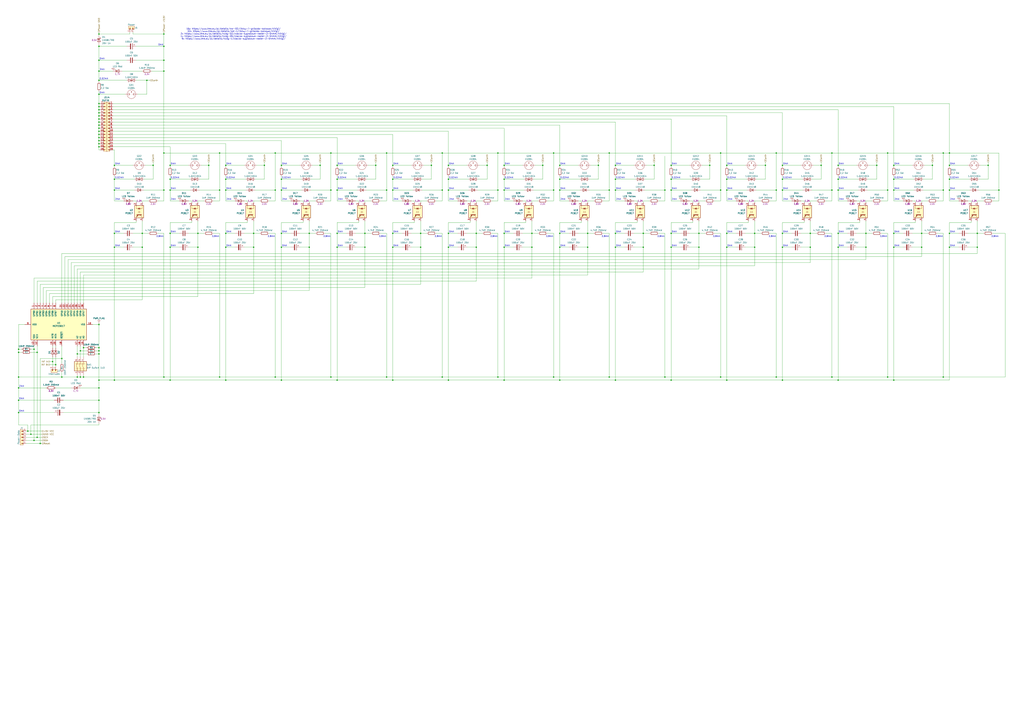
<source format=kicad_sch>
(kicad_sch (version 20231120) (generator "eeschema") (generator_version "8.0")
  (paper "A1")
  (junction (at 665.48 203.2))
  (junction (at 505.46 191.77))
  (junction (at 688.34 147.32))
  (junction (at 185.42 191.77))
  (junction (at 779.78 191.77))
  (junction (at 459.74 135.89))
  (junction (at 505.46 135.89))
  (junction (at 354.33 135.89))
  (junction (at 500.38 125.73))
  (junction (at 802.64 191.77))
  (junction (at 299.72 191.77))
  (junction (at 217.17 135.89))
  (junction (at 81.28 100.33))
  (junction (at 688.34 135.89))
  (junction (at 408.94 125.73))
  (junction (at 81.28 49.53))
  (junction (at 276.86 156.21))
  (junction (at 391.16 203.2))
  (junction (at 134.62 309.88))
  (junction (at 81.28 290.83))
  (junction (at 139.7 203.2))
  (junction (at 596.9 147.32))
  (junction (at 162.56 191.77))
  (junction (at 546.1 156.21))
  (junction (at 27.94 361.95))
  (junction (at 551.18 203.2))
  (junction (at 459.74 156.21))
  (junction (at 322.58 156.21))
  (junction (at 665.48 191.77))
  (junction (at 25.4 356.87))
  (junction (at 728.98 309.88))
  (junction (at 711.2 191.77))
  (junction (at 15.24 318.77))
  (junction (at 81.28 77.47))
  (junction (at 93.98 191.77))
  (junction (at 779.78 203.2))
  (junction (at 391.16 191.77))
  (junction (at 322.58 191.77))
  (junction (at 505.46 312.42))
  (junction (at 551.18 156.21))
  (junction (at 134.62 49.53))
  (junction (at 642.62 135.89))
  (junction (at 637.54 309.88))
  (junction (at 345.44 191.77))
  (junction (at 551.18 147.32))
  (junction (at 262.89 135.89))
  (junction (at 81.28 288.29))
  (junction (at 93.98 135.89))
  (junction (at 139.7 312.42))
  (junction (at 688.34 312.42))
  (junction (at 276.86 191.77))
  (junction (at 81.28 87.63))
  (junction (at 820.42 156.21))
  (junction (at 81.28 97.79))
  (junction (at 68.58 285.75))
  (junction (at 317.5 156.21))
  (junction (at 134.62 156.21))
  (junction (at 546.1 309.88))
  (junction (at 591.82 156.21))
  (junction (at 322.58 203.2))
  (junction (at 231.14 312.42))
  (junction (at 185.42 312.42))
  (junction (at 66.04 309.88))
  (junction (at 436.88 191.77))
  (junction (at 81.28 38.1))
  (junction (at 454.66 125.73))
  (junction (at 368.3 312.42))
  (junction (at 50.8 294.64))
  (junction (at 779.78 125.73))
  (junction (at 505.46 147.32))
  (junction (at 15.24 339.09))
  (junction (at 81.28 115.57))
  (junction (at 116.84 191.77))
  (junction (at 528.32 191.77))
  (junction (at 459.74 191.77))
  (junction (at 81.28 120.65))
  (junction (at 134.62 27.94))
  (junction (at 231.14 147.32))
  (junction (at 368.3 191.77))
  (junction (at 322.58 147.32))
  (junction (at 491.49 135.89))
  (junction (at 628.65 135.89))
  (junction (at 30.48 359.41))
  (junction (at 688.34 203.2))
  (junction (at 582.93 135.89))
  (junction (at 185.42 135.89))
  (junction (at 688.34 156.21))
  (junction (at 81.28 66.04))
  (junction (at 299.72 203.2))
  (junction (at 180.34 125.73))
  (junction (at 596.9 203.2))
  (junction (at 116.84 203.2))
  (junction (at 436.88 203.2))
  (junction (at 226.06 309.88))
  (junction (at 15.24 289.56))
  (junction (at 66.04 288.29))
  (junction (at 254 191.77))
  (junction (at 231.14 156.21))
  (junction (at 551.18 312.42))
  (junction (at 363.22 309.88))
  (junction (at 811.53 135.89))
  (junction (at 734.06 312.42))
  (junction (at 81.28 58.42))
  (junction (at 231.14 203.2))
  (junction (at 596.9 156.21))
  (junction (at 642.62 312.42))
  (junction (at 774.7 125.73))
  (junction (at 368.3 135.89))
  (junction (at 637.54 125.73))
  (junction (at 414.02 203.2))
  (junction (at 596.9 135.89))
  (junction (at 728.98 125.73))
  (junction (at 459.74 312.42))
  (junction (at 27.94 287.02))
  (junction (at 683.26 309.88))
  (junction (at 779.78 147.32))
  (junction (at 317.5 309.88))
  (junction (at 231.14 135.89))
  (junction (at 63.5 290.83))
  (junction (at 162.56 203.2))
  (junction (at 779.78 156.21))
  (junction (at 185.42 203.2))
  (junction (at 459.74 203.2))
  (junction (at 551.18 135.89))
  (junction (at 139.7 191.77))
  (junction (at 185.42 156.21))
  (junction (at 500.38 309.88))
  (junction (at 93.98 147.32))
  (junction (at 180.34 309.88))
  (junction (at 414.02 312.42))
  (junction (at 81.28 339.09))
  (junction (at 574.04 203.2))
  (junction (at 276.86 312.42))
  (junction (at 414.02 135.89))
  (junction (at 642.62 191.77))
  (junction (at 802.64 203.2))
  (junction (at 30.48 289.56))
  (junction (at 271.78 125.73))
  (junction (at 688.34 191.77))
  (junction (at 711.2 203.2))
  (junction (at 81.28 266.7))
  (junction (at 68.58 309.88))
  (junction (at 134.62 125.73))
  (junction (at 363.22 156.21))
  (junction (at 414.02 147.32))
  (junction (at 734.06 191.77))
  (junction (at 642.62 156.21))
  (junction (at 454.66 156.21))
  (junction (at 226.06 125.73))
  (junction (at 322.58 312.42))
  (junction (at 537.21 135.89))
  (junction (at 596.9 312.42))
  (junction (at 139.7 147.32))
  (junction (at 734.06 147.32))
  (junction (at 81.28 107.95))
  (junction (at 414.02 191.77))
  (junction (at 81.28 113.03))
  (junction (at 81.28 102.87))
  (junction (at 500.38 156.21))
  (junction (at 276.86 147.32))
  (junction (at 81.28 328.93))
  (junction (at 368.3 147.32))
  (junction (at 139.7 135.89))
  (junction (at 134.62 58.42))
  (junction (at 445.77 135.89))
  (junction (at 45.72 299.72))
  (junction (at 276.86 135.89))
  (junction (at 774.7 309.88))
  (junction (at 33.02 364.49))
  (junction (at 779.78 135.89))
  (junction (at 642.62 147.32))
  (junction (at 368.3 203.2))
  (junction (at 459.74 147.32))
  (junction (at 208.28 191.77))
  (junction (at 363.22 125.73))
  (junction (at 482.6 191.77))
  (junction (at 81.28 85.09))
  (junction (at 317.5 125.73))
  (junction (at 208.28 203.2))
  (junction (at 231.14 191.77))
  (junction (at 482.6 203.2))
  (junction (at 591.82 309.88))
  (junction (at 734.06 203.2))
  (junction (at 81.28 118.11))
  (junction (at 139.7 156.21))
  (junction (at 551.18 191.77))
  (junction (at 642.62 203.2))
  (junction (at 15.24 328.93))
  (junction (at 728.98 156.21))
  (junction (at 81.28 285.75))
  (junction (at 93.98 156.21))
  (junction (at 81.28 110.49))
  (junction (at 505.46 203.2))
  (junction (at 674.37 135.89))
  (junction (at 50.8 309.88))
  (junction (at 756.92 191.77))
  (junction (at 774.7 156.21))
  (junction (at 454.66 309.88))
  (junction (at 756.92 203.2))
  (junction (at 345.44 203.2))
  (junction (at 322.58 135.89))
  (junction (at 180.34 156.21))
  (junction (at 591.82 125.73))
  (junction (at 528.32 203.2))
  (junction (at 171.45 135.89))
  (junction (at 81.28 95.25))
  (junction (at 408.94 156.21))
  (junction (at 720.09 135.89))
  (junction (at 15.24 309.88))
  (junction (at 134.62 38.1))
  (junction (at 125.73 135.89))
  (junction (at 308.61 135.89))
  (junction (at 63.5 309.88))
  (junction (at 408.94 309.88))
  (junction (at 271.78 156.21))
  (junction (at 683.26 125.73))
  (junction (at 226.06 156.21))
  (junction (at 43.18 297.18))
  (junction (at 120.65 66.04))
  (junction (at 185.42 147.32))
  (junction (at 81.28 92.71))
  (junction (at 619.76 191.77))
  (junction (at 81.28 27.94))
  (junction (at 400.05 135.89))
  (junction (at 619.76 203.2))
  (junction (at 81.28 90.17))
  (junction (at 505.46 156.21))
  (junction (at 22.86 354.33))
  (junction (at 683.26 156.21))
  (junction (at 93.98 312.42))
  (junction (at 271.78 309.88))
  (junction (at 734.06 156.21))
  (junction (at 414.02 156.21))
  (junction (at 93.98 203.2))
  (junction (at 15.24 287.02))
  (junction (at 368.3 156.21))
  (junction (at 81.28 312.42))
  (junction (at 637.54 156.21))
  (junction (at 276.86 203.2))
  (junction (at 81.28 318.77))
  (junction (at 734.06 135.89))
  (junction (at 596.9 191.77))
  (junction (at 574.04 191.77))
  (junction (at 254 203.2))
  (junction (at 81.28 105.41))
  (junction (at 765.81 135.89))
  (wire (pts (xy 254 191.77) (xy 259.08 191.77)))
  (wire (pts (xy 482.6 191.77) (xy 487.68 191.77)))
  (wire (pts (xy 92.71 85.09) (xy 779.78 85.09)))
  (wire (pts (xy 231.14 137.16) (xy 231.14 135.89)))
  (wire (pts (xy 185.42 203.2) (xy 193.04 203.2)))
  (wire (pts (xy 568.96 165.1) (xy 566.42 165.1)))
  (wire (pts (xy 66.04 288.29) (xy 66.04 293.37)))
  (wire (pts (xy 568.96 181.61) (xy 568.96 182.88)))
  (wire (pts (xy 217.17 135.89) (xy 217.17 147.32)))
  (wire (pts (xy 231.14 144.78) (xy 231.14 147.32)))
  (wire (pts (xy 185.42 182.88) (xy 185.42 191.77)))
  (wire (pts (xy 575.31 147.32) (xy 582.93 147.32)))
  (wire (pts (xy 637.54 191.77) (xy 637.54 309.88)))
  (wire (pts (xy 82.55 90.17) (xy 81.28 90.17)))
  (wire (pts (xy 642.62 203.2) (xy 642.62 312.42)))
  (wire (pts (xy 116.84 191.77) (xy 116.84 203.2)))
  (wire (pts (xy 363.22 125.73) (xy 408.94 125.73)))
  (wire (pts (xy 734.06 144.78) (xy 734.06 147.32)))
  (wire (pts (xy 734.06 137.16) (xy 734.06 135.89)))
  (wire (pts (xy 551.18 203.2) (xy 558.8 203.2)))
  (wire (pts (xy 779.78 144.78) (xy 779.78 147.32)))
  (wire (pts (xy 619.76 218.44) (xy 60.96 218.44)))
  (wire (pts (xy 294.64 166.37) (xy 294.64 165.1)))
  (wire (pts (xy 33.02 364.49) (xy 34.29 364.49)))
  (wire (pts (xy 93.98 203.2) (xy 93.98 312.42)))
  (wire (pts (xy 231.14 203.2) (xy 238.76 203.2)))
  (wire (pts (xy 226.06 156.21) (xy 226.06 165.1)))
  (wire (pts (xy 185.42 144.78) (xy 185.42 147.32)))
  (wire (pts (xy 537.21 135.89) (xy 537.21 147.32)))
  (wire (pts (xy 665.48 191.77) (xy 665.48 203.2)))
  (wire (pts (xy 642.62 147.32) (xy 659.13 147.32)))
  (wire (pts (xy 276.86 182.88) (xy 294.64 182.88)))
  (wire (pts (xy 111.76 66.04) (xy 120.65 66.04)))
  (wire (pts (xy 391.16 181.61) (xy 391.16 191.77)))
  (wire (pts (xy 368.3 182.88) (xy 368.3 191.77)))
  (wire (pts (xy 728.98 156.21) (xy 728.98 165.1)))
  (wire (pts (xy 551.18 182.88) (xy 568.96 182.88)))
  (wire (pts (xy 449.58 165.1) (xy 454.66 165.1)))
  (wire (pts (xy 21.59 354.33) (xy 22.86 354.33)))
  (wire (pts (xy 66.04 223.52) (xy 528.32 223.52)))
  (wire (pts (xy 363.22 156.21) (xy 363.22 165.1)))
  (wire (pts (xy 459.74 144.78) (xy 459.74 147.32)))
  (wire (pts (xy 614.68 165.1) (xy 612.14 165.1)))
  (wire (pts (xy 591.82 191.77) (xy 591.82 309.88)))
  (wire (pts (xy 528.32 165.1) (xy 528.32 166.37)))
  (wire (pts (xy 76.2 266.7) (xy 81.28 266.7)))
  (wire (pts (xy 63.5 284.48) (xy 63.5 290.83)))
  (wire (pts (xy 551.18 191.77) (xy 558.8 191.77)))
  (wire (pts (xy 53.34 210.82) (xy 53.34 248.92)))
  (wire (pts (xy 683.26 156.21) (xy 683.26 165.1)))
  (wire (pts (xy 758.19 147.32) (xy 765.81 147.32)))
  (wire (pts (xy 546.1 191.77) (xy 541.02 191.77)))
  (wire (pts (xy 482.6 165.1) (xy 487.68 165.1)))
  (wire (pts (xy 231.14 182.88) (xy 248.92 182.88)))
  (wire (pts (xy 180.34 156.21) (xy 180.34 165.1)))
  (wire (pts (xy 27.94 361.95) (xy 34.29 361.95)))
  (wire (pts (xy 621.03 147.32) (xy 628.65 147.32)))
  (wire (pts (xy 576.58 135.89) (xy 582.93 135.89)))
  (wire (pts (xy 820.42 125.73) (xy 820.42 156.21)))
  (wire (pts (xy 665.48 181.61) (xy 665.48 191.77)))
  (wire (pts (xy 93.98 156.21) (xy 110.49 156.21)))
  (wire (pts (xy 642.62 182.88) (xy 660.4 182.88)))
  (wire (pts (xy 116.84 165.1) (xy 121.92 165.1)))
  (wire (pts (xy 665.48 215.9) (xy 58.42 215.9)))
  (wire (pts (xy 317.5 125.73) (xy 363.22 125.73)))
  (wire (pts (xy 439.42 135.89) (xy 445.77 135.89)))
  (wire (pts (xy 185.42 137.16) (xy 185.42 135.89)))
  (wire (pts (xy 728.98 309.88) (xy 774.7 309.88)))
  (wire (pts (xy 523.24 166.37) (xy 523.24 165.1)))
  (wire (pts (xy 825.5 191.77) (xy 815.34 191.77)))
  (wire (pts (xy 505.46 156.21) (xy 505.46 165.1)))
  (wire (pts (xy 683.26 191.77) (xy 678.18 191.77)))
  (wire (pts (xy 43.18 243.84) (xy 43.18 248.92)))
  (wire (pts (xy 231.14 312.42) (xy 276.86 312.42)))
  (wire (pts (xy 337.82 191.77) (xy 345.44 191.77)))
  (wire (pts (xy 109.22 27.94) (xy 134.62 27.94)))
  (wire (pts (xy 68.58 285.75) (xy 68.58 284.48)))
  (wire (pts (xy 363.22 191.77) (xy 363.22 309.88)))
  (wire (pts (xy 505.46 182.88) (xy 505.46 191.77)))
  (wire (pts (xy 459.74 191.77) (xy 467.36 191.77)))
  (wire (pts (xy 774.7 125.73) (xy 774.7 156.21)))
  (wire (pts (xy 688.34 144.78) (xy 688.34 147.32)))
  (wire (pts (xy 92.71 110.49) (xy 322.58 110.49)))
  (wire (pts (xy 226.06 125.73) (xy 271.78 125.73)))
  (wire (pts (xy 459.74 156.21) (xy 476.25 156.21)))
  (wire (pts (xy 15.24 339.09) (xy 15.24 349.25)))
  (wire (pts (xy 505.46 203.2) (xy 513.08 203.2)))
  (wire (pts (xy 621.03 156.21) (xy 637.54 156.21)))
  (wire (pts (xy 81.28 87.63) (xy 81.28 90.17)))
  (wire (pts (xy 703.58 191.77) (xy 711.2 191.77)))
  (wire (pts (xy 551.18 156.21) (xy 567.69 156.21)))
  (wire (pts (xy 317.5 309.88) (xy 271.78 309.88)))
  (wire (pts (xy 688.34 182.88) (xy 688.34 191.77)))
  (wire (pts (xy 483.87 147.32) (xy 491.49 147.32)))
  (wire (pts (xy 15.24 309.88) (xy 50.8 309.88)))
  (wire (pts (xy 391.16 203.2) (xy 391.16 231.14)))
  (wire (pts (xy 712.47 147.32) (xy 720.09 147.32)))
  (wire (pts (xy 299.72 236.22) (xy 35.56 236.22)))
  (wire (pts (xy 368.3 165.1) (xy 375.92 165.1)))
  (wire (pts (xy 226.06 191.77) (xy 226.06 309.88)))
  (wire (pts (xy 185.42 191.77) (xy 193.04 191.77)))
  (wire (pts (xy 642.62 312.42) (xy 688.34 312.42)))
  (wire (pts (xy 688.34 156.21) (xy 704.85 156.21)))
  (wire (pts (xy 276.86 312.42) (xy 322.58 312.42)))
  (wire (pts (xy 393.7 135.89) (xy 400.05 135.89)))
  (wire (pts (xy 81.28 36.83) (xy 81.28 38.1)))
  (wire (pts (xy 248.92 165.1) (xy 246.38 165.1)))
  (wire (pts (xy 368.3 107.95) (xy 368.3 135.89)))
  (wire (pts (xy 92.71 87.63) (xy 734.06 87.63)))
  (wire (pts (xy 271.78 309.88) (xy 226.06 309.88)))
  (wire (pts (xy 162.56 191.77) (xy 162.56 203.2)))
  (wire (pts (xy 734.06 156.21) (xy 750.57 156.21)))
  (wire (pts (xy 134.62 58.42) (xy 134.62 125.73)))
  (wire (pts (xy 203.2 166.37) (xy 203.2 165.1)))
  (wire (pts (xy 21.59 361.95) (xy 27.94 361.95)))
  (wire (pts (xy 43.18 293.37) (xy 43.18 297.18)))
  (wire (pts (xy 81.28 49.53) (xy 81.28 58.42)))
  (wire (pts (xy 537.21 133.35) (xy 537.21 135.89)))
  (wire (pts (xy 50.8 306.07) (xy 50.8 309.88)))
  (wire (pts (xy 734.06 312.42) (xy 779.78 312.42)))
  (wire (pts (xy 30.48 231.14) (xy 30.48 248.92)))
  (wire (pts (xy 208.28 165.1) (xy 213.36 165.1)))
  (wire (pts (xy 63.5 309.88) (xy 66.04 309.88)))
  (wire (pts (xy 802.64 191.77) (xy 807.72 191.77)))
  (wire (pts (xy 495.3 165.1) (xy 500.38 165.1)))
  (wire (pts (xy 445.77 133.35) (xy 445.77 135.89)))
  (wire (pts (xy 612.14 191.77) (xy 619.76 191.77)))
  (wire (pts (xy 551.18 135.89) (xy 566.42 135.89)))
  (wire (pts (xy 485.14 135.89) (xy 491.49 135.89)))
  (wire (pts (xy 111.76 38.1) (xy 134.62 38.1)))
  (wire (pts (xy 400.05 133.35) (xy 400.05 135.89)))
  (wire (pts (xy 642.62 182.88) (xy 642.62 191.77)))
  (wire (pts (xy 81.28 318.77) (xy 81.28 328.93)))
  (wire (pts (xy 528.32 181.61) (xy 528.32 191.77)))
  (wire (pts (xy 231.14 165.1) (xy 238.76 165.1)))
  (wire (pts (xy 157.48 166.37) (xy 157.48 165.1)))
  (wire (pts (xy 271.78 191.77) (xy 266.7 191.77)))
  (wire (pts (xy 734.06 165.1) (xy 741.68 165.1)))
  (wire (pts (xy 520.7 203.2) (xy 528.32 203.2)))
  (wire (pts (xy 628.65 133.35) (xy 628.65 135.89)))
  (wire (pts (xy 454.66 191.77) (xy 449.58 191.77)))
  (wire (pts (xy 15.24 287.02) (xy 15.24 289.56)))
  (wire (pts (xy 82.55 115.57) (xy 81.28 115.57)))
  (wire (pts (xy 82.55 105.41) (xy 81.28 105.41)))
  (wire (pts (xy 322.58 203.2) (xy 322.58 312.42)))
  (wire (pts (xy 363.22 191.77) (xy 358.14 191.77)))
  (wire (pts (xy 271.78 156.21) (xy 271.78 165.1)))
  (wire (pts (xy 322.58 203.2) (xy 330.2 203.2)))
  (wire (pts (xy 175.26 165.1) (xy 180.34 165.1)))
  (wire (pts (xy 185.42 147.32) (xy 185.42 156.21)))
  (wire (pts (xy 596.9 312.42) (xy 642.62 312.42)))
  (wire (pts (xy 45.72 293.37) (xy 45.72 299.72)))
  (wire (pts (xy 15.24 349.25) (xy 22.86 349.25)))
  (wire (pts (xy 500.38 156.21) (xy 500.38 165.1)))
  (wire (pts (xy 208.28 203.2) (xy 208.28 241.3)))
  (wire (pts (xy 596.9 165.1) (xy 604.52 165.1)))
  (wire (pts (xy 474.98 191.77) (xy 482.6 191.77)))
  (wire (pts (xy 312.42 165.1) (xy 317.5 165.1)))
  (wire (pts (xy 81.28 105.41) (xy 81.28 107.95)))
  (wire (pts (xy 82.55 118.11) (xy 81.28 118.11)))
  (wire (pts (xy 50.8 294.64) (xy 50.8 298.45)))
  (wire (pts (xy 308.61 135.89) (xy 308.61 147.32)))
  (wire (pts (xy 711.2 203.2) (xy 711.2 213.36)))
  (wire (pts (xy 591.82 191.77) (xy 586.74 191.77)))
  (wire (pts (xy 596.9 203.2) (xy 604.52 203.2)))
  (wire (pts (xy 802.64 191.77) (xy 802.64 203.2)))
  (wire (pts (xy 111.76 166.37) (xy 111.76 165.1)))
  (wire (pts (xy 162.56 165.1) (xy 162.56 166.37)))
  (wire (pts (xy 711.2 181.61) (xy 711.2 191.77)))
  (wire (pts (xy 779.78 191.77) (xy 787.4 191.77)))
  (wire (pts (xy 82.55 95.25) (xy 81.28 95.25)))
  (wire (pts (xy 414.02 144.78) (xy 414.02 147.32)))
  (wire (pts (xy 93.98 165.1) (xy 101.6 165.1)))
  (wire (pts (xy 82.55 87.63) (xy 81.28 87.63)))
  (wire (pts (xy 688.34 165.1) (xy 695.96 165.1)))
  (wire (pts (xy 779.78 156.21) (xy 779.78 165.1)))
  (wire (pts (xy 665.48 203.2) (xy 665.48 215.9)))
  (wire (pts (xy 134.62 191.77) (xy 134.62 309.88)))
  (wire (pts (xy 248.92 181.61) (xy 248.92 182.88)))
  (wire (pts (xy 203.2 165.1) (xy 200.66 165.1)))
  (wire (pts (xy 414.02 137.16) (xy 414.02 135.89)))
  (wire (pts (xy 93.98 137.16) (xy 93.98 135.89)))
  (wire (pts (xy 92.71 97.79) (xy 551.18 97.79)))
  (wire (pts (xy 765.81 133.35) (xy 765.81 135.89)))
  (wire (pts (xy 734.06 135.89) (xy 749.3 135.89)))
  (wire (pts (xy 414.02 182.88) (xy 414.02 191.77)))
  (wire (pts (xy 81.28 66.04) (xy 81.28 67.31)))
  (wire (pts (xy 226.06 191.77) (xy 220.98 191.77)))
  (wire (pts (xy 82.55 92.71) (xy 81.28 92.71)))
  (wire (pts (xy 118.11 147.32) (xy 125.73 147.32)))
  (wire (pts (xy 660.4 166.37) (xy 660.4 165.1)))
  (wire (pts (xy 139.7 191.77) (xy 147.32 191.77)))
  (wire (pts (xy 81.28 95.25) (xy 81.28 97.79)))
  (wire (pts (xy 665.48 191.77) (xy 670.56 191.77)))
  (wire (pts (xy 246.38 191.77) (xy 254 191.77)))
  (wire (pts (xy 43.18 284.48) (xy 43.18 285.75)))
  (wire (pts (xy 660.4 165.1) (xy 657.86 165.1)))
  (wire (pts (xy 139.7 144.78) (xy 139.7 147.32)))
  (wire (pts (xy 779.78 125.73) (xy 820.42 125.73)))
  (wire (pts (xy 22.86 349.25) (xy 22.86 354.33)))
  (wire (pts (xy 337.82 203.2) (xy 345.44 203.2)))
  (wire (pts (xy 668.02 135.89) (xy 674.37 135.89)))
  (wire (pts (xy 82.55 100.33) (xy 81.28 100.33)))
  (wire (pts (xy 712.47 156.21) (xy 728.98 156.21)))
  (wire (pts (xy 81.28 77.47) (xy 102.87 77.47)))
  (wire (pts (xy 66.04 318.77) (xy 81.28 318.77)))
  (wire (pts (xy 55.88 213.36) (xy 711.2 213.36)))
  (wire (pts (xy 368.3 191.77) (xy 368.3 203.2)))
  (wire (pts (xy 81.28 115.57) (xy 81.28 118.11)))
  (wire (pts (xy 40.64 299.72) (xy 45.72 299.72)))
  (wire (pts (xy 345.44 165.1) (xy 350.52 165.1)))
  (wire (pts (xy 15.24 289.56) (xy 17.78 289.56)))
  (wire (pts (xy 815.34 165.1) (xy 820.42 165.1)))
  (wire (pts (xy 154.94 203.2) (xy 162.56 203.2)))
  (wire (pts (xy 596.9 156.21) (xy 613.41 156.21)))
  (wire (pts (xy 459.74 203.2) (xy 459.74 312.42)))
  (wire (pts (xy 546.1 128.27) (xy 546.1 156.21)))
  (wire (pts (xy 27.94 228.6) (xy 27.94 248.92)))
  (wire (pts (xy 81.28 38.1) (xy 81.28 49.53)))
  (wire (pts (xy 688.34 182.88) (xy 706.12 182.88)))
  (wire (pts (xy 113.03 77.47) (xy 120.65 77.47)))
  (wire (pts (xy 322.58 110.49) (xy 322.58 135.89)))
  (wire (pts (xy 276.86 203.2) (xy 284.48 203.2)))
  (wire (pts (xy 292.1 191.77) (xy 299.72 191.77)))
  (wire (pts (xy 477.52 165.1) (xy 474.98 165.1)))
  (wire (pts (xy 574.04 220.98) (xy 63.5 220.98)))
  (wire (pts (xy 566.42 203.2) (xy 574.04 203.2)))
  (wire (pts (xy 363.22 309.88) (xy 317.5 309.88)))
  (wire (pts (xy 642.62 147.32) (xy 642.62 156.21)))
  (wire (pts (xy 92.71 123.19) (xy 93.98 123.19)))
  (wire (pts (xy 591.82 309.88) (xy 637.54 309.88)))
  (wire (pts (xy 93.98 147.32) (xy 110.49 147.32)))
  (wire (pts (xy 276.86 135.89) (xy 292.1 135.89)))
  (wire (pts (xy 529.59 147.32) (xy 537.21 147.32)))
  (wire (pts (xy 82.55 120.65) (xy 81.28 120.65)))
  (wire (pts (xy 619.76 165.1) (xy 624.84 165.1)))
  (wire (pts (xy 574.04 203.2) (xy 574.04 220.98)))
  (wire (pts (xy 368.3 144.78) (xy 368.3 147.32)))
  (wire (pts (xy 368.3 147.32) (xy 368.3 156.21)))
  (wire (pts (xy 734.06 182.88) (xy 734.06 191.77)))
  (wire (pts (xy 734.06 182.88) (xy 751.84 182.88)))
  (wire (pts (xy 300.99 147.32) (xy 308.61 147.32)))
  (wire (pts (xy 459.74 312.42) (xy 505.46 312.42)))
  (wire (pts (xy 81.28 49.53) (xy 104.14 49.53)))
  (wire (pts (xy 529.59 156.21) (xy 546.1 156.21)))
  (wire (pts (xy 774.7 309.88) (xy 825.5 309.88)))
  (wire (pts (xy 665.48 165.1) (xy 665.48 166.37)))
  (wire (pts (xy 78.74 290.83) (xy 81.28 290.83)))
  (wire (pts (xy 163.83 156.21) (xy 180.34 156.21)))
  (wire (pts (xy 459.74 137.16) (xy 459.74 135.89)))
  (wire (pts (xy 482.6 226.06) (xy 68.58 226.06)))
  (wire (pts (xy 429.26 203.2) (xy 436.88 203.2)))
  (wire (pts (xy 15.24 339.09) (xy 44.45 339.09)))
  (wire (pts (xy 134.62 38.1) (xy 134.62 49.53)))
  (wire (pts (xy 505.46 203.2) (xy 505.46 312.42)))
  (wire (pts (xy 505.46 137.16) (xy 505.46 135.89)))
  (wire (pts (xy 163.83 147.32) (xy 171.45 147.32)))
  (wire (pts (xy 436.88 191.77) (xy 441.96 191.77)))
  (wire (pts (xy 642.62 203.2) (xy 650.24 203.2)))
  (wire (pts (xy 688.34 312.42) (xy 734.06 312.42)))
  (wire (pts (xy 322.58 137.16) (xy 322.58 135.89)))
  (wire (pts (xy 637.54 191.77) (xy 632.46 191.77)))
  (wire (pts (xy 628.65 135.89) (xy 628.65 147.32)))
  (wire (pts (xy 185.42 182.88) (xy 203.2 182.88)))
  (wire (pts (xy 711.2 191.77) (xy 716.28 191.77)))
  (wire (pts (xy 642.62 144.78) (xy 642.62 147.32)))
  (wire (pts (xy 78.74 288.29) (xy 81.28 288.29)))
  (wire (pts (xy 299.72 165.1) (xy 299.72 166.37)))
  (wire (pts (xy 779.78 147.32) (xy 779.78 156.21)))
  (wire (pts (xy 779.78 137.16) (xy 779.78 135.89)))
  (wire (pts (xy 523.24 181.61) (xy 523.24 182.88)))
  (wire (pts (xy 391.16 191.77) (xy 396.24 191.77)))
  (wire (pts (xy 256.54 135.89) (xy 262.89 135.89)))
  (wire (pts (xy 109.22 203.2) (xy 116.84 203.2)))
  (wire (pts (xy 27.94 287.02) (xy 27.94 284.48)))
  (wire (pts (xy 528.32 191.77) (xy 533.4 191.77)))
  (wire (pts (xy 346.71 156.21) (xy 363.22 156.21)))
  (wire (pts (xy 614.68 181.61) (xy 614.68 182.88)))
  (wire (pts (xy 322.58 191.77) (xy 330.2 191.77)))
  (wire (pts (xy 703.58 203.2) (xy 711.2 203.2)))
  (wire (pts (xy 414.02 203.2) (xy 421.64 203.2)))
  (wire (pts (xy 454.66 125.73) (xy 500.38 125.73)))
  (wire (pts (xy 81.28 118.11) (xy 81.28 120.65)))
  (wire (pts (xy 15.24 309.88) (xy 15.24 318.77)))
  (wire (pts (xy 81.28 27.94) (xy 81.28 29.21)))
  (wire (pts (xy 81.28 265.43) (xy 81.28 266.7)))
  (wire (pts (xy 408.94 191.77) (xy 403.86 191.77)))
  (wire (pts (xy 93.98 182.88) (xy 111.76 182.88)))
  (wire (pts (xy 795.02 203.2) (xy 802.64 203.2)))
  (wire (pts (xy 139.7 147.32) (xy 139.7 156.21)))
  (wire (pts (xy 92.71 95.25) (xy 596.9 95.25)))
  (wire (pts (xy 438.15 147.32) (xy 445.77 147.32)))
  (wire (pts (xy 408.94 191.77) (xy 408.94 309.88)))
  (wire (pts (xy 231.14 156.21) (xy 247.65 156.21)))
  (wire (pts (xy 294.64 165.1) (xy 292.1 165.1)))
  (wire (pts (xy 779.78 165.1) (xy 787.4 165.1)))
  (wire (pts (xy 209.55 156.21) (xy 226.06 156.21)))
  (wire (pts (xy 591.82 125.73) (xy 591.82 156.21)))
  (wire (pts (xy 779.78 312.42) (xy 779.78 203.2)))
  (wire (pts (xy 81.28 85.09) (xy 82.55 85.09)))
  (wire (pts (xy 134.62 26.67) (xy 134.62 27.94)))
  (wire (pts (xy 459.74 156.21) (xy 459.74 165.1)))
  (wire (pts (xy 797.56 181.61) (xy 797.56 182.88)))
  (wire (pts (xy 482.6 191.77) (xy 482.6 203.2)))
  (wire (pts (xy 208.28 241.3) (xy 40.64 241.3)))
  (wire (pts (xy 292.1 203.2) (xy 299.72 203.2)))
  (wire (pts (xy 254 165.1) (xy 259.08 165.1)))
  (wire (pts (xy 431.8 181.61) (xy 431.8 182.88)))
  (wire (pts (xy 505.46 144.78) (xy 505.46 147.32)))
  (wire (pts (xy 106.68 27.94) (xy 106.68 26.67)))
  (wire (pts (xy 368.3 156.21) (xy 384.81 156.21)))
  (wire (pts (xy 93.98 147.32) (xy 93.98 156.21)))
  (wire (pts (xy 180.34 125.73) (xy 180.34 156.21)))
  (wire (pts (xy 50.8 208.28) (xy 50.8 248.92)))
  (wire (pts (xy 774.7 191.77) (xy 774.7 309.88)))
  (wire (pts (xy 803.91 156.21) (xy 820.42 156.21)))
  (wire (pts (xy 119.38 135.89) (xy 125.73 135.89)))
  (wire (pts (xy 811.53 133.35) (xy 811.53 135.89)))
  (wire (pts (xy 92.71 100.33) (xy 505.46 100.33)))
  (wire (pts (xy 551.18 156.21) (xy 551.18 165.1)))
  (wire (pts (xy 688.34 147.32) (xy 688.34 156.21)))
  (wire (pts (xy 68.58 226.06) (xy 68.58 248.92)))
  (wire (pts (xy 66.04 284.48) (xy 66.04 288.29)))
  (wire (pts (xy 756.92 191.77) (xy 762 191.77)))
  (wire (pts (xy 505.46 135.89) (xy 520.7 135.89)))
  (wire (pts (xy 803.91 147.32) (xy 811.53 147.32)))
  (wire (pts (xy 779.78 203.2) (xy 787.4 203.2)))
  (wire (pts (xy 185.42 118.11) (xy 185.42 135.89)))
  (wire (pts (xy 162.56 191.77) (xy 167.64 191.77)))
  (wire (pts (xy 139.7 147.32) (xy 156.21 147.32)))
  (wire (pts (xy 21.59 359.41) (xy 30.48 359.41)))
  (wire (pts (xy 759.46 135.89) (xy 765.81 135.89)))
  (wire (pts (xy 642.62 137.16) (xy 642.62 135.89)))
  (wire (pts (xy 436.88 181.61) (xy 436.88 191.77)))
  (wire (pts (xy 93.98 191.77) (xy 101.6 191.77)))
  (wire (pts (xy 81.28 58.42) (xy 92.71 58.42)))
  (wire (pts (xy 642.62 191.77) (xy 642.62 203.2)))
  (wire (pts (xy 749.3 191.77) (xy 756.92 191.77)))
  (wire (pts (xy 33.02 233.68) (xy 33.02 248.92)))
  (wire (pts (xy 93.98 156.21) (xy 93.98 165.1)))
  (wire (pts (xy 459.74 147.32) (xy 459.74 156.21)))
  (wire (pts (xy 81.28 97.79) (xy 81.28 100.33)))
  (wire (pts (xy 134.62 49.53) (xy 134.62 58.42)))
  (wire (pts (xy 403.86 165.1) (xy 408.94 165.1)))
  (wire (pts (xy 825.5 191.77) (xy 825.5 309.88)))
  (wire (pts (xy 125.73 133.35) (xy 125.73 135.89)))
  (wire (pts (xy 408.94 156.21) (xy 408.94 165.1)))
  (wire (pts (xy 15.24 266.7) (xy 20.32 266.7)))
  (wire (pts (xy 632.46 165.1) (xy 637.54 165.1)))
  (wire (pts (xy 596.9 203.2) (xy 596.9 312.42)))
  (wire (pts (xy 25.4 349.25) (xy 25.4 356.87)))
  (wire (pts (xy 27.94 287.02) (xy 27.94 361.95)))
  (wire (pts (xy 55.88 213.36) (xy 55.88 248.92)))
  (wire (pts (xy 317.5 191.77) (xy 317.5 309.88)))
  (wire (pts (xy 317.5 125.73) (xy 317.5 156.21)))
  (wire (pts (xy 82.55 97.79) (xy 81.28 97.79)))
  (wire (pts (xy 674.37 135.89) (xy 674.37 147.32)))
  (wire (pts (xy 139.7 137.16) (xy 139.7 135.89)))
  (wire (pts (xy 779.78 135.89) (xy 795.02 135.89)))
  (wire (pts (xy 551.18 312.42) (xy 596.9 312.42)))
  (wire (pts (xy 500.38 309.88) (xy 546.1 309.88)))
  (wire (pts (xy 299.72 181.61) (xy 299.72 191.77)))
  (wire (pts (xy 254 191.77) (xy 254 203.2)))
  (wire (pts (xy 93.98 312.42) (xy 139.7 312.42)))
  (wire (pts (xy 299.72 191.77) (xy 299.72 203.2)))
  (wire (pts (xy 505.46 182.88) (xy 523.24 182.88)))
  (wire (pts (xy 81.28 26.67) (xy 81.28 27.94)))
  (wire (pts (xy 208.28 165.1) (xy 208.28 166.37)))
  (wire (pts (xy 408.94 125.73) (xy 408.94 156.21)))
  (wire (pts (xy 322.58 144.78) (xy 322.58 147.32)))
  (wire (pts (xy 429.26 191.77) (xy 436.88 191.77)))
  (wire (pts (xy 92.71 90.17) (xy 688.34 90.17)))
  (wire (pts (xy 45.72 299.72) (xy 45.72 300.99)))
  (wire (pts (xy 720.09 133.35) (xy 720.09 135.89)))
  (wire (pts (xy 157.48 181.61) (xy 157.48 182.88)))
  (wire (pts (xy 21.59 356.87) (xy 25.4 356.87)))
  (wire (pts (xy 431.8 165.1) (xy 429.26 165.1)))
  (wire (pts (xy 596.9 191.77) (xy 604.52 191.77)))
  (wire (pts (xy 322.58 147.32) (xy 322.58 156.21)))
  (wire (pts (xy 756.92 203.2) (xy 756.92 210.82)))
  (wire (pts (xy 52.07 339.09) (xy 81.28 339.09)))
  (wire (pts (xy 116.84 165.1) (xy 116.84 166.37)))
  (wire (pts (xy 81.28 107.95) (xy 81.28 110.49)))
  (wire (pts (xy 162.56 165.1) (xy 167.64 165.1)))
  (wire (pts (xy 774.7 191.77) (xy 769.62 191.77)))
  (wire (pts (xy 271.78 191.77) (xy 271.78 309.88)))
  (wire (pts (xy 81.28 290.83) (xy 81.28 312.42)))
  (wire (pts (xy 276.86 137.16) (xy 276.86 135.89)))
  (wire (pts (xy 345.44 165.1) (xy 345.44 166.37)))
  (wire (pts (xy 40.64 297.18) (xy 43.18 297.18)))
  (wire (pts (xy 688.34 191.77) (xy 688.34 203.2)))
  (wire (pts (xy 454.66 191.77) (xy 454.66 309.88)))
  (wire (pts (xy 231.14 115.57) (xy 231.14 135.89)))
  (wire (pts (xy 551.18 182.88) (xy 551.18 191.77)))
  (wire (pts (xy 15.24 318.77) (xy 15.24 328.93)))
  (wire (pts (xy 459.74 182.88) (xy 459.74 191.77)))
  (wire (pts (xy 66.04 288.29) (xy 71.12 288.29)))
  (wire (pts (xy 637.54 156.21) (xy 637.54 165.1)))
  (wire (pts (xy 568.96 166.37) (xy 568.96 165.1)))
  (wire (pts (xy 414.02 165.1) (xy 421.64 165.1)))
  (wire (pts (xy 505.46 312.42) (xy 551.18 312.42)))
  (wire (pts (xy 802.64 181.61) (xy 802.64 191.77)))
  (wire (pts (xy 340.36 181.61) (xy 340.36 182.88)))
  (wire (pts (xy 299.72 191.77) (xy 304.8 191.77)))
  (wire (pts (xy 779.78 147.32) (xy 796.29 147.32)))
  (wire (pts (xy 368.3 156.21) (xy 368.3 165.1)))
  (wire (pts (xy 765.81 135.89) (xy 765.81 147.32)))
  (wire (pts (xy 118.11 156.21) (xy 134.62 156.21)))
  (wire (pts (xy 688.34 156.21) (xy 688.34 165.1)))
  (wire (pts (xy 459.74 182.88) (xy 477.52 182.88)))
  (wire (pts (xy 276.86 203.2) (xy 276.86 312.42)))
  (wire (pts (xy 811.53 135.89) (xy 811.53 147.32)))
  (wire (pts (xy 619.76 191.77) (xy 624.84 191.77)))
  (wire (pts (xy 317.5 156.21) (xy 317.5 165.1)))
  (wire (pts (xy 674.37 133.35) (xy 674.37 135.89)))
  (wire (pts (xy 111.76 181.61) (xy 111.76 182.88)))
  (wire (pts (xy 66.04 308.61) (xy 66.04 309.88)))
  (wire (pts (xy 33.02 233.68) (xy 345.44 233.68)))
  (wire (pts (xy 162.56 181.61) (xy 162.56 191.77)))
  (wire (pts (xy 688.34 203.2) (xy 688.34 312.42)))
  (wire (pts (xy 774.7 125.73) (xy 728.98 125.73)))
  (wire (pts (xy 271.78 125.73) (xy 317.5 125.73)))
  (wire (pts (xy 751.84 181.61) (xy 751.84 182.88)))
  (wire (pts (xy 322.58 312.42) (xy 368.3 312.42)))
  (wire (pts (xy 368.3 203.2) (xy 368.3 312.42)))
  (wire (pts (xy 200.66 191.77) (xy 208.28 191.77)))
  (wire (pts (xy 505.46 191.77) (xy 505.46 203.2)))
  (wire (pts (xy 271.78 125.73) (xy 271.78 156.21)))
  (wire (pts (xy 386.08 181.61) (xy 386.08 182.88)))
  (wire (pts (xy 642.62 92.71) (xy 642.62 135.89)))
  (wire (pts (xy 408.94 309.88) (xy 363.22 309.88)))
  (wire (pts (xy 454.66 309.88) (xy 500.38 309.88)))
  (wire (pts (xy 706.12 181.61) (xy 706.12 182.88)))
  (wire (pts (xy 93.98 191.77) (xy 93.98 203.2)))
  (wire (pts (xy 596.9 144.78) (xy 596.9 147.32)))
  (wire (pts (xy 185.42 165.1) (xy 193.04 165.1)))
  (wire (pts (xy 797.56 165.1) (xy 795.02 165.1)))
  (wire (pts (xy 231.14 147.32) (xy 231.14 156.21)))
  (wire (pts (xy 482.6 203.2) (xy 482.6 226.06)))
  (wire (pts (xy 322.58 156.21) (xy 322.58 165.1)))
  (wire (pts (xy 208.28 181.61) (xy 208.28 191.77)))
  (wire (pts (xy 482.6 165.1) (xy 482.6 166.37)))
  (wire (pts (xy 63.5 290.83) (xy 71.12 290.83)))
  (wire (pts (xy 414.02 156.21) (xy 430.53 156.21)))
  (wire (pts (xy 50.8 309.88) (xy 63.5 309.88)))
  (wire (pts (xy 129.54 165.1) (xy 134.62 165.1)))
  (wire (pts (xy 208.28 191.77) (xy 208.28 203.2)))
  (wire (pts (xy 391.16 231.14) (xy 30.48 231.14)))
  (wire (pts (xy 392.43 156.21) (xy 408.94 156.21)))
  (wire (pts (xy 38.1 248.92) (xy 38.1 238.76)))
  (wire (pts (xy 438.15 156.21) (xy 454.66 156.21)))
  (wire (pts (xy 345.44 203.2) (xy 345.44 233.68)))
  (wire (pts (xy 657.86 191.77) (xy 665.48 191.77)))
  (wire (pts (xy 431.8 166.37) (xy 431.8 165.1)))
  (wire (pts (xy 596.9 182.88) (xy 596.9 191.77)))
  (wire (pts (xy 139.7 182.88) (xy 139.7 191.77)))
  (wire (pts (xy 63.5 308.61) (xy 63.5 309.88)))
  (wire (pts (xy 758.19 156.21) (xy 774.7 156.21)))
  (wire (pts (xy 505.46 156.21) (xy 521.97 156.21)))
  (wire (pts (xy 586.74 165.1) (xy 591.82 165.1)))
  (wire (pts (xy 81.28 58.42) (xy 81.28 66.04)))
  (wire (pts (xy 63.5 290.83) (xy 63.5 293.37)))
  (wire (pts (xy 820.42 156.21) (xy 820.42 165.1)))
  (wire (pts (xy 111.76 165.1) (xy 109.22 165.1)))
  (wire (pts (xy 120.65 66.04) (xy 120.65 77.47)))
  (wire (pts (xy 345.44 181.61) (xy 345.44 191.77)))
  (wire (pts (xy 92.71 102.87) (xy 459.74 102.87)))
  (wire (pts (xy 546.1 156.21) (xy 546.1 165.1)))
  (wire (pts (xy 171.45 133.35) (xy 171.45 135.89)))
  (wire (pts (xy 81.28 90.17) (xy 81.28 92.71)))
  (wire (pts (xy 637.54 309.88) (xy 683.26 309.88)))
  (wire (pts (xy 185.42 203.2) (xy 185.42 312.42)))
  (wire (pts (xy 383.54 191.77) (xy 391.16 191.77)))
  (wire (pts (xy 165.1 135.89) (xy 171.45 135.89)))
  (wire (pts (xy 414.02 182.88) (xy 431.8 182.88)))
  (wire (pts (xy 414.02 312.42) (xy 459.74 312.42)))
  (wire (pts (xy 30.48 359.41) (xy 34.29 359.41)))
  (wire (pts (xy 551.18 147.32) (xy 551.18 156.21)))
  (wire (pts (xy 391.16 191.77) (xy 391.16 203.2)))
  (wire (pts (xy 171.45 135.89) (xy 171.45 147.32)))
  (wire (pts (xy 734.06 191.77) (xy 734.06 203.2)))
  (wire (pts (xy 125.73 135.89) (xy 125.73 147.32)))
  (wire (pts (xy 414.02 147.32) (xy 430.53 147.32)))
  (wire (pts (xy 678.18 165.1) (xy 683.26 165.1)))
  (wire (pts (xy 116.84 246.38) (xy 45.72 246.38)))
  (wire (pts (xy 116.84 191.77) (xy 121.92 191.77)))
  (wire (pts (xy 619.76 181.61) (xy 619.76 191.77)))
  (wire (pts (xy 246.38 203.2) (xy 254 203.2)))
  (wire (pts (xy 802.64 208.28) (xy 802.64 203.2)))
  (wire (pts (xy 340.36 166.37) (xy 340.36 165.1)))
  (wire (pts (xy 505.46 191.77) (xy 513.08 191.77)))
  (wire (pts (xy 254 181.61) (xy 254 191.77)))
  (wire (pts (xy 226.06 125.73) (xy 226.06 156.21)))
  (wire (pts (xy 541.02 165.1) (xy 546.1 165.1)))
  (wire (pts (xy 596.9 147.32) (xy 596.9 156.21)))
  (wire (pts (xy 408.94 125.73) (xy 454.66 125.73)))
  (wire (pts (xy 92.71 118.11) (xy 185.42 118.11)))
  (wire (pts (xy 93.98 203.2) (xy 101.6 203.2)))
  (wire (pts (xy 134.62 125.73) (xy 134.62 156.21)))
  (wire (pts (xy 45.72 284.48) (xy 45.72 285.75)))
  (wire (pts (xy 25.4 356.87) (xy 34.29 356.87)))
  (wire (pts (xy 665.48 165.1) (xy 670.56 165.1)))
  (wire (pts (xy 66.04 248.92) (xy 66.04 223.52)))
  (wire (pts (xy 82.55 107.95) (xy 81.28 107.95)))
  (wire (pts (xy 231.14 182.88) (xy 231.14 191.77)))
  (wire (pts (xy 208.28 191.77) (xy 213.36 191.77)))
  (wire (pts (xy 363.22 125.73) (xy 363.22 156.21)))
  (wire (pts (xy 454.66 309.88) (xy 408.94 309.88)))
  (wire (pts (xy 345.44 191.77) (xy 350.52 191.77)))
  (wire (pts (xy 139.7 203.2) (xy 139.7 312.42)))
  (wire (pts (xy 185.42 312.42) (xy 231.14 312.42)))
  (wire (pts (xy 134.62 27.94) (xy 134.62 38.1)))
  (wire (pts (xy 276.86 147.32) (xy 276.86 156.21)))
  (wire (pts (xy 711.2 165.1) (xy 711.2 166.37)))
  (wire (pts (xy 779.78 182.88) (xy 797.56 182.88)))
  (wire (pts (xy 751.84 166.37) (xy 751.84 165.1)))
  (wire (pts (xy 134.62 191.77) (xy 129.54 191.77)))
  (wire (pts (xy 81.28 74.93) (xy 81.28 77.47)))
  (wire (pts (xy 619.76 191.77) (xy 619.76 203.2)))
  (wire (pts (xy 217.17 133.35) (xy 217.17 135.89)))
  (wire (pts (xy 500.38 125.73) (xy 591.82 125.73)))
  (wire (pts (xy 728.98 125.73) (xy 683.26 125.73)))
  (wire (pts (xy 81.28 285.75) (xy 81.28 266.7)))
  (wire (pts (xy 612.14 203.2) (xy 619.76 203.2)))
  (wire (pts (xy 109.22 191.77) (xy 116.84 191.77)))
  (wire (pts (xy 477.52 166.37) (xy 477.52 165.1)))
  (wire (pts (xy 619.76 203.2) (xy 619.76 218.44)))
  (wire (pts (xy 220.98 165.1) (xy 226.06 165.1)))
  (wire (pts (xy 262.89 135.89) (xy 262.89 147.32)))
  (wire (pts (xy 60.96 218.44) (xy 60.96 248.92)))
  (wire (pts (xy 185.42 156.21) (xy 201.93 156.21)))
  (wire (pts (xy 68.58 308.61) (xy 68.58 309.88)))
  (wire (pts (xy 769.62 165.1) (xy 774.7 165.1)))
  (wire (pts (xy 642.62 156.21) (xy 659.13 156.21)))
  (wire (pts (xy 81.28 102.87) (xy 81.28 105.41)))
  (wire (pts (xy 683.26 125.73) (xy 683.26 156.21)))
  (wire (pts (xy 25.4 287.02) (xy 27.94 287.02)))
  (wire (pts (xy 723.9 165.1) (xy 728.98 165.1)))
  (wire (pts (xy 795.02 191.77) (xy 802.64 191.77)))
  (wire (pts (xy 386.08 166.37) (xy 386.08 165.1)))
  (wire (pts (xy 734.06 191.77) (xy 741.68 191.77)))
  (wire (pts (xy 322.58 165.1) (xy 330.2 165.1)))
  (wire (pts (xy 231.14 203.2) (xy 231.14 312.42)))
  (wire (pts (xy 248.92 166.37) (xy 248.92 165.1)))
  (wire (pts (xy 688.34 137.16) (xy 688.34 135.89)))
  (wire (pts (xy 414.02 203.2) (xy 414.02 312.42)))
  (wire (pts (xy 317.5 191.77) (xy 312.42 191.77)))
  (wire (pts (xy 459.74 135.89) (xy 474.98 135.89)))
  (wire (pts (xy 582.93 133.35) (xy 582.93 135.89)))
  (wire (pts (xy 81.28 66.04) (xy 104.14 66.04)))
  (wire (pts (xy 619.76 165.1) (xy 619.76 166.37)))
  (wire (pts (xy 322.58 191.77) (xy 322.58 203.2)))
  (wire (pts (xy 111.76 49.53) (xy 134.62 49.53)))
  (wire (pts (xy 414.02 147.32) (xy 414.02 156.21)))
  (wire (pts (xy 546.1 309.88) (xy 591.82 309.88)))
  (wire (pts (xy 139.7 203.2) (xy 147.32 203.2)))
  (wire (pts (xy 81.28 100.33) (xy 81.28 102.87)))
  (wire (pts (xy 392.43 147.32) (xy 400.05 147.32)))
  (wire (pts (xy 92.71 120.65) (xy 139.7 120.65)))
  (wire (pts (xy 22.86 354.33) (xy 34.29 354.33)))
  (wire (pts (xy 500.38 125.73) (xy 500.38 156.21)))
  (wire (pts (xy 551.18 191.77) (xy 551.18 203.2)))
  (wire (pts (xy 78.74 285.75) (xy 81.28 285.75)))
  (wire (pts (xy 436.88 228.6) (xy 27.94 228.6)))
  (wire (pts (xy 368.3 135.89) (xy 383.54 135.89)))
  (wire (pts (xy 38.1 238.76) (xy 254 238.76)))
  (wire (pts (xy 802.64 165.1) (xy 802.64 166.37)))
  (wire (pts (xy 162.56 243.84) (xy 43.18 243.84)))
  (wire (pts (xy 728.98 191.77) (xy 723.9 191.77)))
  (wire (pts (xy 637.54 125.73) (xy 637.54 156.21)))
  (wire (pts (xy 734.06 203.2) (xy 741.68 203.2)))
  (wire (pts (xy 81.28 340.36) (xy 81.28 339.09)))
  (wire (pts (xy 185.42 191.77) (xy 185.42 203.2)))
  (wire (pts (xy 491.49 135.89) (xy 491.49 147.32)))
  (wire (pts (xy 436.88 165.1) (xy 441.96 165.1)))
  (wire (pts (xy 734.06 147.32) (xy 734.06 156.21)))
  (wire (pts (xy 551.18 147.32) (xy 567.69 147.32)))
  (wire (pts (xy 15.24 266.7) (xy 15.24 287.02)))
  (wire (pts (xy 81.28 328.93) (xy 81.28 339.09)))
  (wire (pts (xy 299.72 203.2) (xy 299.72 236.22)))
  (wire (pts (xy 368.3 147.32) (xy 384.81 147.32)))
  (wire (pts (xy 596.9 137.16) (xy 596.9 135.89)))
  (wire (pts (xy 711.2 165.1) (xy 716.28 165.1)))
  (wire (pts (xy 734.06 203.2) (xy 734.06 312.42)))
  (wire (pts (xy 254 165.1) (xy 254 166.37)))
  (wire (pts (xy 266.7 165.1) (xy 271.78 165.1)))
  (wire (pts (xy 500.38 191.77) (xy 495.3 191.77)))
  (wire (pts (xy 491.49 133.35) (xy 491.49 135.89)))
  (wire (pts (xy 299.72 165.1) (xy 304.8 165.1)))
  (wire (pts (xy 756.92 181.61) (xy 756.92 191.77)))
  (wire (pts (xy 276.86 191.77) (xy 284.48 191.77)))
  (wire (pts (xy 505.46 147.32) (xy 505.46 156.21)))
  (wire (pts (xy 92.71 115.57) (xy 231.14 115.57)))
  (wire (pts (xy 180.34 191.77) (xy 175.26 191.77)))
  (wire (pts (xy 551.18 165.1) (xy 558.8 165.1)))
  (wire (pts (xy 483.87 156.21) (xy 500.38 156.21)))
  (wire (pts (xy 706.12 166.37) (xy 706.12 165.1)))
  (wire (pts (xy 520.7 191.77) (xy 528.32 191.77)))
  (wire (pts (xy 50.8 208.28) (xy 802.64 208.28)))
  (wire (pts (xy 15.24 289.56) (xy 15.24 309.88)))
  (wire (pts (xy 81.28 92.71) (xy 81.28 95.25)))
  (wire (pts (xy 92.71 107.95) (xy 368.3 107.95)))
  (wire (pts (xy 436.88 165.1) (xy 436.88 166.37)))
  (wire (pts (xy 139.7 165.1) (xy 147.32 165.1)))
  (wire (pts (xy 81.28 349.25) (xy 81.28 347.98)))
  (wire (pts (xy 574.04 165.1) (xy 579.12 165.1)))
  (wire (pts (xy 300.99 156.21) (xy 317.5 156.21)))
  (wire (pts (xy 50.8 284.48) (xy 50.8 294.64)))
  (wire (pts (xy 231.14 191.77) (xy 231.14 203.2)))
  (wire (pts (xy 728.98 309.88) (xy 683.26 309.88)))
  (wire (pts (xy 15.24 318.77) (xy 38.1 318.77)))
  (wire (pts (xy 231.14 191.77) (xy 238.76 191.77)))
  (wire (pts (xy 109.22 27.94) (xy 109.22 26.67)))
  (wire (pts (xy 254 238.76) (xy 254 203.2)))
  (wire (pts (xy 779.78 125.73) (xy 779.78 135.89)))
  (wire (pts (xy 180.34 309.88) (xy 134.62 309.88)))
  (wire (pts (xy 81.28 110.49) (xy 81.28 113.03)))
  (wire (pts (xy 33.02 294.64) (xy 33.02 364.49)))
  (wire (pts (xy 551.18 137.16) (xy 551.18 135.89)))
  (wire (pts (xy 551.18 203.2) (xy 551.18 312.42)))
  (wire (pts (xy 68.58 285.75) (xy 68.58 293.37)))
  (wire (pts (xy 728.98 125.73) (xy 728.98 156.21)))
  (wire (pts (xy 459.74 147.32) (xy 476.25 147.32)))
  (wire (pts (xy 15.24 328.93) (xy 15.24 339.09)))
  (wire (pts (xy 683.26 191.77) (xy 683.26 309.88)))
  (wire (pts (xy 756.92 165.1) (xy 762 165.1)))
  (wire (pts (xy 134.62 309.88) (xy 68.58 309.88)))
  (wire (pts (xy 574.04 181.61) (xy 574.04 191.77)))
  (wire (pts (xy 134.62 125.73) (xy 180.34 125.73)))
  (wire (pts (xy 414.02 191.77) (xy 414.02 203.2)))
  (wire (pts (xy 276.86 182.88) (xy 276.86 191.77)))
  (wire (pts (xy 528.32 191.77) (xy 528.32 203.2)))
  (wire (pts (xy 459.74 102.87) (xy 459.74 135.89)))
  (wire (pts (xy 713.74 135.89) (xy 720.09 135.89)))
  (wire (pts (xy 139.7 312.42) (xy 185.42 312.42)))
  (wire (pts (xy 66.04 309.88) (xy 68.58 309.88)))
  (wire (pts (xy 454.66 125.73) (xy 454.66 156.21)))
  (wire (pts (xy 802.64 165.1) (xy 807.72 165.1)))
  (wire (pts (xy 322.58 147.32) (xy 339.09 147.32)))
  (wire (pts (xy 596.9 156.21) (xy 596.9 165.1)))
  (wire (pts (xy 294.64 181.61) (xy 294.64 182.88)))
  (wire (pts (xy 276.86 144.78) (xy 276.86 147.32)))
  (wire (pts (xy 591.82 125.73) (xy 637.54 125.73)))
  (wire (pts (xy 185.42 147.32) (xy 201.93 147.32)))
  (wire (pts (xy 688.34 147.32) (xy 704.85 147.32)))
  (wire (pts (xy 116.84 181.61) (xy 116.84 191.77)))
  (wire (pts (xy 574.04 191.77) (xy 574.04 203.2)))
  (wire (pts (xy 276.86 147.32) (xy 293.37 147.32)))
  (wire (pts (xy 459.74 191.77) (xy 459.74 203.2)))
  (wire (pts (xy 805.18 135.89) (xy 811.53 135.89)))
  (wire (pts (xy 82.55 102.87) (xy 81.28 102.87)))
  (wire (pts (xy 688.34 90.17) (xy 688.34 135.89)))
  (wire (pts (xy 53.34 210.82) (xy 756.92 210.82)))
  (wire (pts (xy 614.68 166.37) (xy 614.68 165.1)))
  (wire (pts (xy 40.64 241.3) (xy 40.64 248.92)))
  (wire (pts (xy 505.46 147.32) (xy 521.97 147.32)))
  (wire (pts (xy 63.5 220.98) (xy 63.5 248.92)))
  (wire (pts (xy 93.98 123.19) (xy 93.98 135.89)))
  (wire (pts (xy 139.7 191.77) (xy 139.7 203.2)))
  (wire (pts (xy 346.71 147.32) (xy 354.33 147.32)))
  (wire (pts (xy 25.4 289.56) (xy 30.48 289.56)))
  (wire (pts (xy 354.33 135.89) (xy 354.33 147.32)))
  (wire (pts (xy 25.4 349.25) (xy 81.28 349.25)))
  (wire (pts (xy 33.02 294.64) (xy 50.8 294.64)))
  (wire (pts (xy 414.02 135.89) (xy 429.26 135.89)))
  (wire (pts (xy 347.98 135.89) (xy 354.33 135.89)))
  (wire (pts (xy 474.98 203.2) (xy 482.6 203.2)))
  (wire (pts (xy 58.42 215.9) (xy 58.42 248.92)))
  (wire (pts (xy 368.3 137.16) (xy 368.3 135.89)))
  (wire (pts (xy 459.74 203.2) (xy 467.36 203.2)))
  (wire (pts (xy 124.46 58.42) (xy 134.62 58.42)))
  (wire (pts (xy 231.14 156.21) (xy 231.14 165.1)))
  (wire (pts (xy 15.24 287.02) (xy 17.78 287.02)))
  (wire (pts (xy 779.78 85.09) (xy 779.78 125.73)))
  (wire (pts (xy 231.14 135.89) (xy 246.38 135.89)))
  (wire (pts (xy 81.28 77.47) (xy 81.28 85.09)))
  (wire (pts (xy 683.26 125.73) (xy 637.54 125.73)))
  (wire (pts (xy 92.71 92.71) (xy 642.62 92.71)))
  (wire (pts (xy 596.9 182.88) (xy 614.68 182.88)))
  (wire (pts (xy 445.77 135.89) (xy 445.77 147.32)))
  (wire (pts (xy 43.18 297.18) (xy 43.18 300.99)))
  (wire (pts (xy 82.55 113.03) (xy 81.28 113.03)))
  (wire (pts (xy 302.26 135.89) (xy 308.61 135.89)))
  (wire (pts (xy 162.56 243.84) (xy 162.56 203.2)))
  (wire (pts (xy 21.59 364.49) (xy 33.02 364.49)))
  (wire (pts (xy 688.34 191.77) (xy 695.96 191.77)))
  (wire (pts (xy 797.56 166.37) (xy 797.56 165.1)))
  (wire (pts (xy 100.33 58.42) (xy 116.84 58.42)))
  (wire (pts (xy 500.38 191.77) (xy 500.38 309.88)))
  (wire (pts (xy 386.08 165.1) (xy 383.54 165.1)))
  (wire (pts (xy 139.7 120.65) (xy 139.7 135.89)))
  (wire (pts (xy 139.7 156.21) (xy 139.7 165.1)))
  (wire (pts (xy 276.86 156.21) (xy 293.37 156.21)))
  (wire (pts (xy 358.14 165.1) (xy 363.22 165.1)))
  (wire (pts (xy 185.42 135.89) (xy 200.66 135.89)))
  (wire (pts (xy 414.02 191.77) (xy 421.64 191.77)))
  (wire (pts (xy 134.62 156.21) (xy 134.62 165.1)))
  (wire (pts (xy 642.62 165.1) (xy 650.24 165.1)))
  (wire (pts (xy 711.2 191.77) (xy 711.2 203.2)))
  (wire (pts (xy 666.75 156.21) (xy 683.26 156.21)))
  (wire (pts (xy 45.72 318.77) (xy 58.42 318.77)))
  (wire (pts (xy 436.88 203.2) (xy 436.88 228.6)))
  (wire (pts (xy 81.28 27.94) (xy 106.68 27.94)))
  (wire (pts (xy 35.56 236.22) (xy 35.56 248.92)))
  (wire (pts (xy 368.3 312.42) (xy 414.02 312.42)))
  (wire (pts (xy 734.06 156.21) (xy 734.06 165.1)))
  (wire (pts (xy 92.71 105.41) (xy 414.02 105.41)))
  (wire (pts (xy 340.36 165.1) (xy 337.82 165.1)))
  (wire (pts (xy 200.66 203.2) (xy 208.28 203.2)))
  (wire (pts (xy 322.58 135.89) (xy 337.82 135.89)))
  (wire (pts (xy 180.34 309.88) (xy 226.06 309.88)))
  (wire (pts (xy 52.07 328.93) (xy 81.28 328.93)))
  (wire (pts (xy 414.02 156.21) (xy 414.02 165.1)))
  (wire (pts (xy 30.48 289.56) (xy 30.48 284.48)))
  (wire (pts (xy 210.82 135.89) (xy 217.17 135.89)))
  (wire (pts (xy 779.78 156.21) (xy 796.29 156.21)))
  (wire (pts (xy 459.74 165.1) (xy 467.36 165.1)))
  (wire (pts (xy 81.28 123.19) (xy 81.28 120.65)))
  (wire (pts (xy 774.7 156.21) (xy 774.7 165.1)))
  (wire (pts (xy 596.9 147.32) (xy 613.41 147.32)))
  (wire (pts (xy 551.18 97.79) (xy 551.18 135.89)))
  (wire (pts (xy 400.05 135.89) (xy 400.05 147.32)))
  (wire (pts (xy 82.55 123.19) (xy 81.28 123.19)))
  (wire (pts (xy 92.71 113.03) (xy 276.86 113.03)))
  (wire (pts (xy 622.3 135.89) (xy 628.65 135.89)))
  (wire (pts (xy 120.65 66.04) (xy 123.19 66.04)))
  (wire (pts (xy 574.04 165.1) (xy 574.04 166.37)))
  (wire (pts (xy 81.28 38.1) (xy 104.14 38.1)))
  (wire (pts (xy 734.06 147.32) (xy 750.57 147.32)))
  (wire (pts (xy 276.86 165.1) (xy 284.48 165.1)))
  (wire (pts (xy 706.12 165.1) (xy 703.58 165.1)))
  (wire (pts (xy 368.3 203.2) (xy 375.92 203.2)))
  (wire (pts (xy 255.27 147.32) (xy 262.89 147.32)))
  (wire (pts (xy 530.86 135.89) (xy 537.21 135.89)))
  (wire (pts (xy 276.86 191.77) (xy 276.86 203.2)))
  (wire (pts (xy 180.34 191.77) (xy 180.34 309.88)))
  (wire (pts (xy 566.42 191.77) (xy 574.04 191.77)))
  (wire (pts (xy 779.78 182.88) (xy 779.78 191.77)))
  (wire (pts (xy 575.31 156.21) (xy 591.82 156.21)))
  (wire (pts (xy 231.14 147.32) (xy 247.65 147.32)))
  (wire (pts (xy 642.62 191.77) (xy 650.24 191.77)))
  (wire (pts (xy 436.88 191.77) (xy 436.88 203.2)))
  (wire (pts (xy 749.3 203.2) (xy 756.92 203.2)))
  (wire (pts (xy 139.7 135.89) (xy 154.94 135.89)))
  (wire (pts (xy 596.9 191.77) (xy 596.9 203.2)))
  (wire (pts (xy 528.32 165.1) (xy 533.4 165.1)))
  (wire (pts (xy 591.82 156.21) (xy 591.82 165.1)))
  (wire (pts (xy 322.58 156.21) (xy 339.09 156.21)))
  (wire (pts (xy 139.7 182.88) (xy 157.48 182.88)))
  (wire (pts (xy 15.24 328.93) (xy 44.45 328.93)))
  (wire (pts (xy 154.94 191.77) (xy 162.56 191.77)))
  (wire (pts (xy 551.18 144.78) (xy 551.18 147.32)))
  (wire (pts (xy 255.27 156.21) (xy 271.78 156.21)))
  (wire (pts (xy 666.75 147.32) (xy 674.37 147.32)))
  (wire (pts (xy 582.93 135.89) (xy 582.93 147.32)))
  (wire (pts (xy 322.58 182.88) (xy 322.58 191.77)))
  (wire (pts (xy 642.62 156.21) (xy 642.62 165.1)))
  (wire (pts (xy 93.98 182.88) (xy 93.98 191.77)))
  (wire (pts (xy 596.9 95.25) (xy 596.9 135.89)))
  (wire (pts (xy 81.28 85.09) (xy 81.28 87.63)))
  (wire (pts (xy 779.78 191.77) (xy 779.78 203.2)))
  (wire (pts (xy 81.28 290.83) (xy 81.28 288.29)))
  (wire (pts (xy 528.32 223.52) (xy 528.32 203.2)))
  (wire (pts (xy 454.66 156.21) (xy 454.66 165.1)))
  (wire (pts (xy 116.84 246.38) (xy 116.84 203.2)))
  (wire (pts (xy 157.48 165.1) (xy 154.94 165.1)))
  (wire (pts (xy 660.4 181.61) (xy 660.4 182.88)))
  (wire (pts (xy 209.55 147.32) (xy 217.17 147.32)))
  (wire (pts (xy 81.28 113.03) (xy 81.28 115.57)))
  (wire (pts (xy 262.89 133.35) (xy 262.89 135.89)))
  (wire (pts (xy 30.48 289.56) (xy 30.48 359.41)))
  (wire (pts (xy 82.55 110.49) (xy 81.28 110.49)))
  (wire (pts (xy 45.72 248.92) (xy 45.72 246.38)))
  (wire (pts (xy 354.33 133.35) (xy 354.33 135.89)))
  (wire (pts (xy 720.09 135.89) (xy 720.09 147.32)))
  (wire (pts (xy 180.34 125.73) (xy 226.06 125.73)))
  (wire (pts (xy 203.2 181.61) (xy 203.2 182.88)))
  (wire (pts (xy 414.02 105.41) (xy 414.02 135.89)))
  (wire (pts (xy 734.06 87.63) (xy 734.06 135.89)))
  (wire (pts (xy 505.46 100.33) (xy 505.46 135.89)))
  (wire (pts (xy 308.61 133.35) (xy 308.61 135.89)))
  (wire (pts (xy 322.58 182.88) (xy 340.36 182.88)))
  (wire (pts (xy 93.98 144.78) (xy 93.98 147.32)))
  (wire (pts (xy 276.86 156.21) (xy 276.86 165.1)))
  (wire (pts (xy 657.86 203.2) (xy 665.48 203.2)))
  (wire (pts (xy 756.92 191.77) (xy 756.92 203.2)))
  (wire (pts (xy 505.46 165.1) (xy 513.08 165.1)))
  (wire (pts (xy 185.42 156.21) (xy 185.42 165.1)))
  (wire (pts (xy 688.34 203.2) (xy 695.96 203.2)))
  (wire (pts (xy 756.92 165.1) (xy 756.92 166.37)))
  (wire (pts (xy 81.28 312.42) (xy 93.98 312.42)))
  (wire (pts (xy 71.12 285.75) (xy 68.58 285.75)))
  (wire (pts (xy 391.16 165.1) (xy 391.16 166.37)))
  (wire (pts (xy 482.6 181.61) (xy 482.6 191.77)))
  (wire (pts (xy 81.28 312.42) (xy 81.28 318.77)))
  (wire (pts (xy 383.54 203.2) (xy 391.16 203.2)))
  (wire (pts (xy 139.7 156.21) (xy 156.21 156.21)))
  (wire (pts (xy 574.04 191.77) (xy 579.12 191.77)))
  (wire (pts (xy 368.3 182.88) (xy 386.08 182.88)))
  (wire (pts (xy 391.16 165.1) (xy 396.24 165.1)))
  (wire (pts (xy 477.52 181.61) (xy 477.52 182.88)))
  (wire (pts (xy 779.78 125.73) (xy 774.7 125.73)))
  (wire (pts (xy 642.62 135.89) (xy 657.86 135.89)))
  (wire (pts (xy 688.34 135.89) (xy 703.58 135.89)))
  (wire (pts (xy 596.9 135.89) (xy 612.14 135.89)))
  (wire (pts (xy 368.3 191.77) (xy 375.92 191.77)))
  (wire (pts (xy 276.86 113.03) (xy 276.86 135.89)))
  (wire (pts (xy 751.84 165.1) (xy 749.3 165.1)))
  (wire (pts (xy 546.1 191.77) (xy 546.1 309.88)))
  (wire (pts (xy 728.98 191.77) (xy 728.98 309.88)))
  (wire (pts (xy 93.98 135.89) (xy 109.22 135.89)))
  (wire (pts (xy 81.28 288.29) (xy 81.28 285.75)))
  (wire (pts (xy 523.24 165.1) (xy 520.7 165.1)))
  (wire (pts (xy 345.44 191.77) (xy 345.44 203.2)))
  (text "0mA" (at 645.16 134.62 0) (effects (font (size 1.27 1.27))))
  (text "0mA" (at 142.24 154.94 0) (effects (font (size 1.27 1.27))))
  (text "0mA" (at 462.28 201.93 0) (effects (font (size 1.27 1.27))))
  (text "0mA" (at 508 134.62 0) (effects (font (size 1.27 1.27))))
  (text "0mA" (at 416.56 190.5 0) (effects (font (size 1.27 1.27))))
  (text "3,8mA" (at 768.35 194.31 0) (effects (font (size 1.27 1.27)) (justify left)))
  (text "0mA" (at 599.44 134.62 0) (effects (font (size 1.27 1.27))))
  (text "3,8mA" (at 539.75 194.31 0) (effects (font (size 1.27 1.27)) (justify left)))
  (text "0,02mA" (at 193.04 146.05 0) (effects (font (size 1.27 1.27)) (justify right)))
  (text "0mA" (at 645.16 201.93 0) (effects (font (size 1.27 1.27))))
  (text "0,02mA" (at 238.76 146.05 0) (effects (font (size 1.27 1.27)) (justify right)))
  (text "0mA" (at 690.88 201.93 0) (effects (font (size 1.27 1.27))))
  (text "0mA" (at 690.88 154.94 0) (effects (font (size 1.27 1.27))))
  (text "3,8mA" (at 676.91 194.31 0) (effects (font (size 1.27 1.27)) (justify left)))
  (text "3,8mA" (at 722.63 194.31 0) (effects (font (size 1.27 1.27)) (justify left)))
  (text "0,02mA" (at 787.4 146.05 0) (effects (font (size 1.27 1.27)) (justify right)))
  (text "0mA" (at 736.6 190.5 0) (effects (font (size 1.27 1.27))))
  (text "3mA" (at 83.82 57.15 0) (effects (font (size 1.27 1.27))))
  (text "0,02mA" (at 558.8 146.05 0) (effects (font (size 1.27 1.27)) (justify right)))
  (text "2mA" (at 233.68 163.83 0) (effects (font (size 1.27 1.27))))
  (text "0mA" (at 83.82 76.2 0) (effects (font (size 1.27 1.27))))
  (text "0mA" (at 96.52 134.62 0) (effects (font (size 1.27 1.27))))
  (text "3,8mA" (at 585.47 194.31 0) (effects (font (size 1.27 1.27)) (justify left)))
  (text "3,8mA" (at 128.27 194.31 0) (effects (font (size 1.27 1.27)) (justify left)))
  (text "2mA" (at 142.24 163.83 0) (effects (font (size 1.27 1.27))))
  (text "3,8mA" (at 631.19 194.31 0) (effects (font (size 1.27 1.27)) (justify left)))
  (text "2mA" (at 553.72 163.83 0) (effects (font (size 1.27 1.27))))
  (text "0mA" (at 645.16 190.5 0) (effects (font (size 1.27 1.27))))
  (text "0mA" (at 736.6 154.94 0) (effects (font (size 1.27 1.27))))
  (text "0mA" (at 782.32 190.5 0) (effects (font (size 1.27 1.27))))
  (text "0mA" (at 233.68 134.62 0) (effects (font (size 1.27 1.27))))
  (text "0,02mA" (at 513.08 146.05 0) (effects (font (size 1.27 1.27)) (justify right)))
  (text "0,02mA" (at 101.6 146.05 0) (effects (font (size 1.27 1.27)) (justify right)))
  (text "0,02mA" (at 147.32 146.05 0) (effects (font (size 1.27 1.27)) (justify right)))
  (text "0mA" (at 553.72 134.62 0) (effects (font (size 1.27 1.27))))
  (text "0mA" (at 645.16 154.94 0) (effects (font (size 1.27 1.27))))
  (text "0mA" (at 187.96 134.62 0) (effects (font (size 1.27 1.27))))
  (text "0mA" (at 736.6 201.93 0) (effects (font (size 1.27 1.27))))
  (text "0mA" (at 142.24 134.62 0) (effects (font (size 1.27 1.27))))
  (text "0mA" (at 370.84 154.94 0) (effects (font (size 1.27 1.27))))
  (text "0mA" (at 96.52 154.94 0) (effects (font (size 1.27 1.27))))
  (text "0mA" (at 83.82 48.26 0) (effects (font (size 1.27 1.27))))
  (text "3,8mA" (at 173.99 194.31 0) (effects (font (size 1.27 1.27)) (justify left)))
  (text "0mA" (at 370.84 134.62 0) (effects (font (size 1.27 1.27))))
  (text "0,02mA" (at 695.96 146.05 0) (effects (font (size 1.27 1.27)) (justify right)))
  (text "0mA" (at 599.44 201.93 0) (effects (font (size 1.27 1.27))))
  (text "0mA" (at 132.08 36.83 0) (effects (font (size 1.27 1.27))))
  (text "0mA" (at 508 190.5 0) (effects (font (size 1.27 1.27))))
  (text "2mA" (at 279.4 163.83 0) (effects (font (size 1.27 1.27))))
  (text "3,8mA" (at 402.59 194.31 0) (effects (font (size 1.27 1.27)) (justify left)))
  (text "0mA" (at 279.4 190.5 0) (effects (font (size 1.27 1.27))))
  (text "0mA" (at 325.12 154.94 0) (effects (font (size 1.27 1.27))))
  (text "2mA" (at 96.52 163.83 0) (effects (font (size 1.27 1.27))))
  (text "0mA" (at 508 154.94 0) (effects (font (size 1.27 1.27))))
  (text "0mA" (at 416.56 201.93 0) (effects (font (size 1.27 1.27))))
  (text "0mA" (at 553.72 201.93 0) (effects (font (size 1.27 1.27))))
  (text "0mA" (at 690.88 134.62 0) (effects (font (size 1.27 1.27))))
  (text "0mA" (at 187.96 154.94 0) (effects (font (size 1.27 1.27))))
  (text "2mA" (at 736.6 163.83 0) (effects (font (size 1.27 1.27))))
  (text "0mA" (at 553.72 154.94 0) (effects (font (size 1.27 1.27))))
  (text "0mA" (at 233.68 154.94 0) (effects (font (size 1.27 1.27))))
  (text "0mA" (at 599.44 154.94 0) (effects (font (size 1.27 1.27))))
  (text "0mA" (at 782.32 201.93 0) (effects (font (size 1.27 1.27))))
  (text "0,02mA" (at 284.48 146.05 0) (effects (font (size 1.27 1.27)) (justify right)))
  (text "2mA" (at 325.12 163.83 0) (effects (font (size 1.27 1.27))))
  (text "16x https://www.tme.eu/pl/details/nsr-02/listwy-i-gniazda-kolkowe/ninigi/\n32x https://www.tme.eu/pl/details/ndr-t/listwy-i-gniazda-kolkowe/ninigi/\n2x https://www.tme.eu/pl/details/ncdg-02/zlacza-sygnalowe-raster-2-54mm/ninigi/\n1x https://www.tme.eu/pl/details/ncdg-05/zlacza-sygnalowe-raster-2-54mm/ninigi/\n9x https://www.tme.eu/pl/details/ncdg-t/zlacza-sygnalowe-raster-2-54mm/ninigi/\n" (at 191.77 27.94 0) (effects (font (size 1.27 1.27))))
  (text "0mA" (at 96.52 201.93 0) (effects (font (size 1.27 1.27))))
  (text "3,8mA" (at 311.15 194.31 0) (effects (font (size 1.27 1.27)) (justify left)))
  (text "0,02mA" (at 421.64 146.05 0) (effects (font (size 1.27 1.27)) (justify right)))
  (text "0mA" (at 508 201.93 0) (effects (font (size 1.27 1.27))))
  (text "0mA" (at 325.12 190.5 0) (effects (font (size 1.27 1.27))))
  (text "3,8mA" (at 494.03 194.31 0) (effects (font (size 1.27 1.27)) (justify left)))
  (text "0,02mA" (at 330.2 146.05 0) (effects (font (size 1.27 1.27)) (justify right)))
  (text "0mA" (at 142.24 201.93 0) (effects (font (size 1.27 1.27))))
  (text "0mA" (at 17.78 337.82 0) (effects (font (size 1.27 1.27))))
  (text "0mA" (at 325.12 134.62 0) (effects (font (size 1.27 1.27))))
  (text "3,8mA" (at 265.43 194.31 0) (effects (font (size 1.27 1.27)) (justify left)))
  (text "0mA" (at 233.68 201.93 0) (effects (font (size 1.27 1.27))))
  (text "0,02mA" (at 604.52 146.05 0) (effects (font (size 1.27 1.27)) (justify right)))
  (text "0mA" (at 233.68 190.5 0) (effects (font (size 1.27 1.27))))
  (text "0mA" (at 599.44 190.5 0) (effects (font (size 1.27 1.27))))
  (text "0mA" (at 187.96 201.93 0) (effects (font (size 1.27 1.27))))
  (text "0mA" (at 370.84 201.93 0) (effects (font (size 1.27 1.27))))
  (text "0mA" (at 279.4 154.94 0) (effects (font (size 1.27 1.27))))
  (text "2mA" (at 416.56 163.83 0) (effects (font (size 1.27 1.27))))
  (text "3,8mA" (at 448.31 194.31 0) (effects (font (size 1.27 1.27)) (justify left)))
  (text "0mA" (at 370.84 190.5 0) (effects (font (size 1.27 1.27))))
  (text "2mA" (at 462.28 163.83 0) (effects (font (size 1.27 1.27))))
  (text "0mA" (at 553.72 190.5 0) (effects (font (size 1.27 1.27))))
  (text "2mA" (at 690.88 163.83 0) (effects (font (size 1.27 1.27))))
  (text "0mA" (at 17.78 327.66 0) (effects (font (size 1.27 1.27))))
  (text "0,02mA" (at 650.24 146.05 0) (effects (font (size 1.27 1.27)) (justify right)))
  (text "0,02mA" (at 467.36 146.05 0) (effects (font (size 1.27 1.27)) (justify right)))
  (text "0mA" (at 416.56 134.62 0) (effects (font (size 1.27 1.27))))
  (text "3,8mA" (at 356.87 194.31 0) (effects (font (size 1.27 1.27)) (justify left)))
  (text "0mA" (at 325.12 201.93 0) (effects (font (size 1.27 1.27))))
  (text "3,8mA" (at 219.71 194.31 0) (effects (font (size 1.27 1.27)) (justify left)))
  (text "0mA" (at 96.52 190.5 0) (effects (font (size 1.27 1.27))))
  (text "0mA" (at 279.4 201.93 0) (effects (font (size 1.27 1.27))))
  (text "2mA" (at 599.44 163.83 0) (effects (font (size 1.27 1.27))))
  (text "2mA" (at 17.78 317.5 0) (effects (font (size 1.27 1.27))))
  (text "2mA" (at 187.96 163.83 0) (effects (font (size 1.27 1.27))))
  (text "2mA" (at 508 163.83 0) (effects (font (size 1.27 1.27))))
  (text "3,8mA" (at 814.07 194.31 0) (effects (font (size 1.27 1.27)) (justify left)))
  (text "0,02mA" (at 375.92 146.05 0) (effects (font (size 1.27 1.27)) (justify right)))
  (text "0mA" (at 416.56 154.94 0) (effects (font (size 1.27 1.27))))
  (text "0mA" (at 690.88 190.5 0) (effects (font (size 1.27 1.27))))
  (text "0mA" (at 142.24 190.5 0) (effects (font (size 1.27 1.27))))
  (text "2mA" (at 645.16 163.83 0) (effects (font (size 1.27 1.27))))
  (text "0mA" (at 782.32 134.62 0) (effects (font (size 1.27 1.27))))
  (text "0mA" (at 187.96 190.5 0) (effects (font (size 1.27 1.27))))
  (text "0mA" (at 736.6 134.62 0) (effects (font (size 1.27 1.27))))
  (text "0mA" (at 462.28 134.62 0) (effects (font (size 1.27 1.27))))
  (text "2mA" (at 782.32 163.83 0) (effects (font (size 1.27 1.27))))
  (text "0,02mA" (at 88.9 64.77 0) (effects (font (size 1.27 1.27)) (justify right)))
  (text "0,02mA" (at 741.68 146.05 0) (effects (font (size 1.27 1.27)) (justify right)))
  (text "0mA" (at 462.28 154.94 0) (effects (font (size 1.27 1.27))))
  (text "2mA" (at 370.84 163.83 0) (effects (font (size 1.27 1.27))))
  (text "0mA" (at 279.4 134.62 0) (effects (font (size 1.27 1.27))))
  (text "0mA" (at 782.32 154.94 0) (effects (font (size 1.27 1.27))))
  (text "0mA" (at 462.28 190.5 0) (effects (font (size 1.27 1.27))))
  (hierarchical_label "Earth" (shape input) (at 123.19 66.04 0))
  (hierarchical_label "Earth" (shape input) (at 217.17 133.35 90))
  (hierarchical_label "Earth" (shape input) (at 354.33 133.35 90))
  (hierarchical_label "SCK" (shape input) (at 34.29 359.41 0))
  (hierarchical_label "Earth" (shape input) (at 720.09 133.35 90))
  (hierarchical_label "Earth" (shape input) (at 171.45 133.35 90))
  (hierarchical_label "INT A" (shape output) (at 40.64 297.18 180))
  (hierarchical_label "Earth" (shape input) (at 537.21 133.35 90))
  (hierarchical_label "Earth" (shape input) (at 628.65 133.35 90))
  (hierarchical_label "INT B" (shape output) (at 40.64 299.72 180))
  (hierarchical_label "Reset" (shape input) (at 34.29 364.49 0))
  (hierarchical_label "Earth" (shape input) (at 491.49 133.35 90))
  (hierarchical_label "Earth" (shape input) (at 765.81 133.35 90))
  (hierarchical_label "Earth" (shape input) (at 674.37 133.35 90))
  (hierarchical_label "SDA" (shape input) (at 34.29 361.95 0))
  (hierarchical_label "Power +5,5V" (shape input) (at 134.62 26.67 90))
  (hierarchical_label "GND VCC" (shape input) (at 34.29 356.87 0))
  (hierarchical_label "Earth" (shape input) (at 445.77 133.35 90))
  (hierarchical_label "Earth" (shape input) (at 811.53 133.35 90))
  (hierarchical_label "Earth" (shape input) (at 308.61 133.35 90))
  (hierarchical_label "Power GND" (shape input) (at 81.28 26.67 90))
  (hierarchical_label "Earth" (shape input) (at 400.05 133.35 90))
  (hierarchical_label "+5V VCC" (shape input) (at 34.29 354.33 0))
  (hierarchical_label "Earth" (shape input) (at 125.73 133.35 90))
  (hierarchical_label "Earth" (shape input) (at 582.93 133.35 90))
  (hierarchical_label "Earth" (shape input) (at 262.89 133.35 90))
  (symbol (lib_id "Diode:1N5817") (at 81.28 33.02 270) (unit 1)
    (property "Reference" "D4" (at 83.82 30.48 90) (effects (justify left)))
    (property "Value" "0,5" (effects (hide yes)))
    (property "Footprint" "Diode_THT:D_DO-41_SOD81_P10.16mm_Horizontal" (effects (hide yes)))
    (property "Datasheet" "https://www.tme.eu/Document/0d1d02df040a1d261ec72bc7cea12a90/1N5817-R0.pdf" (effects (hide yes)))
    (property "Description" "20V 1A" (at 83.82 35.56 90) (effects (justify left)))
    (property "Model" "1N5817R0" (at 83.82 33.02 90) (effects (justify left)))
    (property "Sklep" "https://www.tme.eu/pl/details/1n5817-r0/diody-schottky-tht/taiwan-semiconductor/1n5817-r0/" (effects (hide yes)))
    (property "Vdrop" "0,5V" (at 77.47 33.02 90))
    (instances (project "smart_home" (path "" (reference "D4") (unit 1)) (path "" (reference "D59") (unit 1)) (path "" (reference "D114") (unit 1)) (path "" (reference "D169") (unit 1)) (path "" (reference "D224") (unit 1)) (path "" (reference "D279") (unit 1)) (path "" (reference "D334") (unit 1)) (path "" (reference "D389") (unit 1))))
  )
  (symbol (lib_id "Device:R") (at 811.53 191.77 90) (unit 1)
    (property "Reference" "R57" (at 811.53 186.69 90))
    (property "Value" "4.7k" (effects (hide yes)))
    (property "Footprint" "Resistor_THT:R_Axial_DIN0204_L3.6mm_D1.6mm_P5.08mm_Horizontal" (effects (hide yes)))
    (property "Datasheet" "https://www.tme.eu/Document/3b68a2c15adddc45017f1757c33e8b45/cf_resistor.pdf" (effects (hide yes)))
    (property "Description" "4,7kR 250mW" (at 811.53 189.23 90))
    (property "Model" "CF1/4WS-4K7" (effects (hide yes)))
    (property "Sklep" "https://www.tme.eu/pl/details/cf1_4ws-4k7/rezystory-tht/sr-passives/" (effects (hide yes)))
    (instances (project "smart_home" (path "" (reference "R57") (unit 1)) (path "" (reference "R114") (unit 1)) (path "" (reference "R171") (unit 1)) (path "" (reference "R228") (unit 1)) (path "" (reference "R285") (unit 1)) (path "" (reference "R342") (unit 1)) (path "" (reference "R399") (unit 1)) (path "" (reference "R456") (unit 1))))
  )
  (symbol (lib_id "Isolator:PC817") (at 708.66 173.99 270) (unit 1)
    (property "Reference" "U15" (at 703.58 172.72 90) (effects (justify right)))
    (property "Value" "PC817" (at 703.58 175.26 90) (effects (justify right)))
    (property "Footprint" "Package_DIP:DIP-4_W10.16mm" (effects (hide yes)))
    (property "Datasheet" "https://www.tme.eu/Document/a44648d0c533aa5a12f7c0032496b022/PC817X1NIP1B.pdf" (effects (hide yes)))
    (property "Description" "DC Optocoupler, Vce 35V, CTR 50-300%, DIP-4" (effects (hide yes)))
    (property "Vdrop" "1,2V" (at 708.66 165.1 90))
    (property "Model" "PC817X1NIP1B" (effects (hide yes)))
    (property "Sklep" "https://www.tme.eu/pl/details/pc817x1nip1b/transoptory-wyjscie-analogowe/sharp/" (effects (hide yes)))
    (instances (project "smart_home" (path "" (reference "U15") (unit 1)) (path "" (reference "U32") (unit 1)) (path "" (reference "U49") (unit 1)) (path "" (reference "U66") (unit 1)) (path "" (reference "U83") (unit 1)) (path "" (reference "U100") (unit 1)) (path "" (reference "U117") (unit 1)) (path "" (reference "U134") (unit 1))))
  )
  (symbol (lib_id "Device:R") (at 491.49 165.1 90) (unit 1)
    (property "Reference" "R35" (at 491.49 160.02 90))
    (property "Value" "1k" (effects (hide yes)))
    (property "Footprint" "Resistor_THT:R_Axial_DIN0204_L3.6mm_D1.6mm_P5.08mm_Horizontal" (effects (hide yes)))
    (property "Datasheet" "https://www.tme.eu/Document/3b68a2c15adddc45017f1757c33e8b45/cf_resistor.pdf" (effects (hide yes)))
    (property "Description" "1kR 250mW" (at 491.49 162.56 90))
    (property "Vdrop" "2,0V" (at 491.49 167.64 90))
    (property "Sklep" "https://www.tme.eu/pl/details/cf1_4ws-1k/rezystory-tht/sr-passives/" (effects (hide yes)))
    (property "Model" "CF1/4WS-1K" (effects (hide yes)))
    (instances (project "smart_home" (path "" (reference "R35") (unit 1)) (path "" (reference "R92") (unit 1)) (path "" (reference "R149") (unit 1)) (path "" (reference "R206") (unit 1)) (path "" (reference "R263") (unit 1)) (path "" (reference "R320") (unit 1)) (path "" (reference "R377") (unit 1)) (path "" (reference "R434") (unit 1))))
  )
  (symbol (lib_id "Device:LED") (at 151.13 165.1 0) (mirror x) (unit 1)
    (property "Reference" "D11" (at 151.13 158.75 0))
    (property "Value" "2" (effects (hide yes)))
    (property "Footprint" "LED_THT:LED_D5.0mm" (effects (hide yes)))
    (property "Datasheet" "https://html.alldatasheet.pl/html-pdf/1091833/LITEON/LTL2R3KYD-EM/782/3/LTL2R3KYD-EM.html" (effects (hide yes)))
    (property "Description" "LED Yellow" (at 151.13 161.29 0))
    (property "Sklep" "https://www.tme.eu/pl/details/ltl2r3kyd-em/diody-led-tht-okragle/liteon/" (effects (hide yes)))
    (property "Model" "LTL2R3KYD-EM" (effects (hide yes)))
    (property "Vdrop" "1,8V" (at 151.13 167.64 0))
    (instances (project "smart_home" (path "" (reference "D11") (unit 1)) (path "" (reference "D66") (unit 1)) (path "" (reference "D121") (unit 1)) (path "" (reference "D176") (unit 1)) (path "" (reference "D231") (unit 1)) (path "" (reference "D286") (unit 1)) (path "" (reference "D341") (unit 1)) (path "" (reference "D396") (unit 1))))
  )
  (symbol (lib_id "Device:LED") (at 654.05 165.1 0) (mirror x) (unit 1)
    (property "Reference" "D44" (at 654.05 158.75 0))
    (property "Value" "2" (effects (hide yes)))
    (property "Footprint" "LED_THT:LED_D5.0mm" (effects (hide yes)))
    (property "Datasheet" "https://html.alldatasheet.pl/html-pdf/1091833/LITEON/LTL2R3KYD-EM/782/3/LTL2R3KYD-EM.html" (effects (hide yes)))
    (property "Description" "LED Yellow" (at 654.05 161.29 0))
    (property "Sklep" "https://www.tme.eu/pl/details/ltl2r3kyd-em/diody-led-tht-okragle/liteon/" (effects (hide yes)))
    (property "Model" "LTL2R3KYD-EM" (effects (hide yes)))
    (property "Vdrop" "1,8V" (at 654.05 167.64 0))
    (instances (project "smart_home" (path "" (reference "D44") (unit 1)) (path "" (reference "D99") (unit 1)) (path "" (reference "D154") (unit 1)) (path "" (reference "D209") (unit 1)) (path "" (reference "D264") (unit 1)) (path "" (reference "D319") (unit 1)) (path "" (reference "D374") (unit 1)) (path "" (reference "D429") (unit 1))))
  )
  (symbol (lib_id "Device:R") (at 688.34 140.97 0) (unit 1)
    (property "Reference" "R49" (at 689.61 139.7 0) (effects (justify left)))
    (property "Value" "2.2" (effects (hide yes)))
    (property "Footprint" "PCM_Resistor_THT_AKL:R_Axial_DIN0617_L17.0mm_D6.0mm_P20.32mm_Horizontal" (effects (hide yes)))
    (property "Datasheet" "https://www.tme.eu/Document/1d010f0222836cb51567e6715d044023/ROYALOHM-KNP.pdf" (effects (hide yes)))
    (property "Description" "2,2 5W" (at 689.61 142.24 0) (effects (justify left)))
    (property "Sklep" "https://www.tme.eu/pl/details/knp05ws-2r2/rezystory-mocy/royal-ohm/knp05sj022jaa9/" (effects (hide yes)))
    (property "Model" "KNP05SJ022JAA9" (effects (hide yes)))
    (instances (project "smart_home" (path "" (reference "R49") (unit 1)) (path "" (reference "R106") (unit 1)) (path "" (reference "R163") (unit 1)) (path "" (reference "R220") (unit 1)) (path "" (reference "R277") (unit 1)) (path "" (reference "R334") (unit 1)) (path "" (reference "R391") (unit 1)) (path "" (reference "R448") (unit 1))))
  )
  (symbol (lib_id "Diode:SMAJ12CA") (at 525.78 147.32 0) (unit 1)
    (property "Reference" "D36" (at 525.78 142.24 0))
    (property "Value" "8,55" (effects (hide yes)))
    (property "Footprint" "PCM_Diode_THT_AKL:D_DO-201AD_P5.08mm_Vertical_TVS" (effects (hide yes)))
    (property "Datasheet" "https://www.tme.eu/Document/a419b9d761a3cd53877021c8515284cc/1.5KExx_ser.pdf" (effects (hide yes)))
    (property "Description" "1.5KE10CA" (at 525.78 144.78 0))
    (property "Sklep" "https://www.tme.eu/pl/details/1.5ke10ca-cdi/diody-transil-tht-dwukierunkowe/cdil/1-5ke10ca/" (effects (hide yes)))
    (property "Model" "1.5KE10CA" (effects (hide yes)))
    (instances (project "smart_home" (path "" (reference "D36") (unit 1)) (path "" (reference "D91") (unit 1)) (path "" (reference "D146") (unit 1)) (path "" (reference "D201") (unit 1)) (path "" (reference "D256") (unit 1)) (path "" (reference "D311") (unit 1)) (path "" (reference "D366") (unit 1)) (path "" (reference "D421") (unit 1))))
  )
  (symbol (lib_id "Device:R") (at 74.93 288.29 270) (mirror x) (unit 1)
    (property "Reference" "R6" (at 74.93 288.29 90))
    (property "Value" "10k" (effects (hide yes)))
    (property "Footprint" "Resistor_THT:R_Axial_DIN0204_L3.6mm_D1.6mm_P5.08mm_Horizontal" (effects (hide yes)))
    (property "Datasheet" "https://www.tme.eu/Document/3b68a2c15adddc45017f1757c33e8b45/cf_resistor.pdf" (effects (hide yes)))
    (property "Description" "10kR 250mW" (effects (hide yes)))
    (property "Sklep" "https://www.tme.eu/pl/details/cf1_4ws-10k/rezystory-tht/sr-passives/" (effects (hide yes)))
    (property "Model" "CF1/4WS-10K" (effects (hide yes)))
    (instances (project "smart_home" (path "" (reference "R6") (unit 1)) (path "" (reference "R63") (unit 1)) (path "" (reference "R120") (unit 1)) (path "" (reference "R177") (unit 1)) (path "" (reference "R234") (unit 1)) (path "" (reference "R291") (unit 1)) (path "" (reference "R348") (unit 1)) (path "" (reference "R405") (unit 1))))
  )
  (symbol (lib_id "Device:C") (at 516.89 191.77 90) (unit 1)
    (property "Reference" "C23" (at 516.89 185.42 90))
    (property "Value" "100n" (effects (hide yes)))
    (property "Footprint" "Capacitor_THT:C_Disc_D3.0mm_W1.6mm_P2.50mm" (effects (hide yes)))
    (property "Datasheet" "https://www.tme.eu/Document/e69911e065ed5e1d0ce354af6c563ca3/CC-4.7.pdf" (effects (hide yes)))
    (property "Description" "100nF 50V" (at 516.89 187.96 90))
    (property "Sklep" "https://www.tme.eu/pl/details/cc-100n/kondensatory-ceramiczne-tht/sr-passives/" (effects (hide yes)))
    (property "Model" "CC100N" (effects (hide yes)))
    (instances (project "smart_home" (path "" (reference "C23") (unit 1)) (path "" (reference "C59") (unit 1)) (path "" (reference "C95") (unit 1)) (path "" (reference "C131") (unit 1)) (path "" (reference "C167") (unit 1)) (path "" (reference "C203") (unit 1)) (path "" (reference "C239") (unit 1)) (path "" (reference "C275") (unit 1))))
  )
  (symbol (lib_id "Device:LED") (at 425.45 165.1 0) (mirror x) (unit 1)
    (property "Reference" "D29" (at 425.45 158.75 0))
    (property "Value" "2" (effects (hide yes)))
    (property "Footprint" "LED_THT:LED_D5.0mm" (effects (hide yes)))
    (property "Datasheet" "https://html.alldatasheet.pl/html-pdf/1091833/LITEON/LTL2R3KYD-EM/782/3/LTL2R3KYD-EM.html" (effects (hide yes)))
    (property "Description" "LED Yellow" (at 425.45 161.29 0))
    (property "Sklep" "https://www.tme.eu/pl/details/ltl2r3kyd-em/diody-led-tht-okragle/liteon/" (effects (hide yes)))
    (property "Model" "LTL2R3KYD-EM" (effects (hide yes)))
    (property "Vdrop" "1,8V" (at 425.45 167.64 0))
    (instances (project "smart_home" (path "" (reference "D29") (unit 1)) (path "" (reference "D84") (unit 1)) (path "" (reference "D139") (unit 1)) (path "" (reference "D194") (unit 1)) (path "" (reference "D249") (unit 1)) (path "" (reference "D304") (unit 1)) (path "" (reference "D359") (unit 1)) (path "" (reference "D414") (unit 1))))
  )
  (symbol (lib_id "Interface_Expansion:MCP23017_SP") (at 48.26 266.7 90) (unit 1)
    (property "Reference" "U1" (at 48.26 265.43 90))
    (property "Value" "MCP23017" (at 48.26 267.97 90))
    (property "Footprint" "Package_DIP:DIP-28_W7.62mm" (effects (hide yes)))
    (property "Datasheet" "https://www.tme.eu/Document/4a5fbc9d683fd19f7c43480a0c75c888/mcp23017.pdf" (effects (hide yes)))
    (property "Description" "16-bit I/O expander, I2C, interrupts, w pull-ups, SPDIP-28" (effects (hide yes)))
    (property "Model" "MCP23017_SP" (effects (hide yes)))
    (property "Sklep" "https://www.tme.eu/pl/details/mcp23017-e_sp/uklady-scalone-interfejsy-pozostale/microchip-technology/" (effects (hide yes)))
    (instances (project "smart_home" (path "" (reference "U1") (unit 1)) (path "" (reference "U18") (unit 1)) (path "" (reference "U35") (unit 1)) (path "" (reference "U52") (unit 1)) (path "" (reference "U69") (unit 1)) (path "" (reference "U86") (unit 1)) (path "" (reference "U103") (unit 1)) (path "" (reference "U120") (unit 1))))
  )
  (symbol (lib_id "Device:R") (at 628.65 191.77 90) (unit 1)
    (property "Reference" "R45" (at 628.65 186.69 90))
    (property "Value" "4.7k" (effects (hide yes)))
    (property "Footprint" "Resistor_THT:R_Axial_DIN0204_L3.6mm_D1.6mm_P5.08mm_Horizontal" (effects (hide yes)))
    (property "Datasheet" "https://www.tme.eu/Document/3b68a2c15adddc45017f1757c33e8b45/cf_resistor.pdf" (effects (hide yes)))
    (property "Description" "4,7kR 250mW" (at 628.65 189.23 90))
    (property "Model" "CF1/4WS-4K7" (effects (hide yes)))
    (property "Sklep" "https://www.tme.eu/pl/details/cf1_4ws-4k7/rezystory-tht/sr-passives/" (effects (hide yes)))
    (instances (project "smart_home" (path "" (reference "R45") (unit 1)) (path "" (reference "R102") (unit 1)) (path "" (reference "R159") (unit 1)) (path "" (reference "R216") (unit 1)) (path "" (reference "R273") (unit 1)) (path "" (reference "R330") (unit 1)) (path "" (reference "R387") (unit 1)) (path "" (reference "R444") (unit 1))))
  )
  (symbol (lib_id "Device:C") (at 151.13 191.77 90) (unit 1)
    (property "Reference" "C7" (at 151.13 185.42 90))
    (property "Value" "100n" (effects (hide yes)))
    (property "Footprint" "Capacitor_THT:C_Disc_D3.0mm_W1.6mm_P2.50mm" (effects (hide yes)))
    (property "Datasheet" "https://www.tme.eu/Document/e69911e065ed5e1d0ce354af6c563ca3/CC-4.7.pdf" (effects (hide yes)))
    (property "Description" "100nF 50V" (at 151.13 187.96 90))
    (property "Sklep" "https://www.tme.eu/pl/details/cc-100n/kondensatory-ceramiczne-tht/sr-passives/" (effects (hide yes)))
    (property "Model" "CC100N" (effects (hide yes)))
    (instances (project "smart_home" (path "" (reference "C7") (unit 1)) (path "" (reference "C43") (unit 1)) (path "" (reference "C79") (unit 1)) (path "" (reference "C115") (unit 1)) (path "" (reference "C151") (unit 1)) (path "" (reference "C187") (unit 1)) (path "" (reference "C223") (unit 1)) (path "" (reference "C259") (unit 1))))
  )
  (symbol (lib_id "Device:R") (at 628.65 165.1 90) (unit 1)
    (property "Reference" "R44" (at 628.65 160.02 90))
    (property "Value" "1k" (effects (hide yes)))
    (property "Footprint" "Resistor_THT:R_Axial_DIN0204_L3.6mm_D1.6mm_P5.08mm_Horizontal" (effects (hide yes)))
    (property "Datasheet" "https://www.tme.eu/Document/3b68a2c15adddc45017f1757c33e8b45/cf_resistor.pdf" (effects (hide yes)))
    (property "Description" "1kR 250mW" (at 628.65 162.56 90))
    (property "Vdrop" "2,0V" (at 628.65 167.64 90))
    (property "Sklep" "https://www.tme.eu/pl/details/cf1_4ws-1k/rezystory-tht/sr-passives/" (effects (hide yes)))
    (property "Model" "CF1/4WS-1K" (effects (hide yes)))
    (instances (project "smart_home" (path "" (reference "R44") (unit 1)) (path "" (reference "R101") (unit 1)) (path "" (reference "R158") (unit 1)) (path "" (reference "R215") (unit 1)) (path "" (reference "R272") (unit 1)) (path "" (reference "R329") (unit 1)) (path "" (reference "R386") (unit 1)) (path "" (reference "R443") (unit 1))))
  )
  (symbol (lib_id "Device:C") (at 745.49 191.77 90) (unit 1)
    (property "Reference" "C33" (at 745.49 185.42 90))
    (property "Value" "100n" (effects (hide yes)))
    (property "Footprint" "Capacitor_THT:C_Disc_D3.0mm_W1.6mm_P2.50mm" (effects (hide yes)))
    (property "Datasheet" "https://www.tme.eu/Document/e69911e065ed5e1d0ce354af6c563ca3/CC-4.7.pdf" (effects (hide yes)))
    (property "Description" "100nF 50V" (at 745.49 187.96 90))
    (property "Sklep" "https://www.tme.eu/pl/details/cc-100n/kondensatory-ceramiczne-tht/sr-passives/" (effects (hide yes)))
    (property "Model" "CC100N" (effects (hide yes)))
    (instances (project "smart_home" (path "" (reference "C33") (unit 1)) (path "" (reference "C69") (unit 1)) (path "" (reference "C105") (unit 1)) (path "" (reference "C141") (unit 1)) (path "" (reference "C177") (unit 1)) (path "" (reference "C213") (unit 1)) (path "" (reference "C249") (unit 1)) (path "" (reference "C285") (unit 1))))
  )
  (symbol (lib_id "Device:C") (at 471.17 191.77 90) (unit 1)
    (property "Reference" "C21" (at 471.17 185.42 90))
    (property "Value" "100n" (effects (hide yes)))
    (property "Footprint" "Capacitor_THT:C_Disc_D3.0mm_W1.6mm_P2.50mm" (effects (hide yes)))
    (property "Datasheet" "https://www.tme.eu/Document/e69911e065ed5e1d0ce354af6c563ca3/CC-4.7.pdf" (effects (hide yes)))
    (property "Description" "100nF 50V" (at 471.17 187.96 90))
    (property "Sklep" "https://www.tme.eu/pl/details/cc-100n/kondensatory-ceramiczne-tht/sr-passives/" (effects (hide yes)))
    (property "Model" "CC100N" (effects (hide yes)))
    (instances (project "smart_home" (path "" (reference "C21") (unit 1)) (path "" (reference "C57") (unit 1)) (path "" (reference "C93") (unit 1)) (path "" (reference "C129") (unit 1)) (path "" (reference "C165") (unit 1)) (path "" (reference "C201") (unit 1)) (path "" (reference "C237") (unit 1)) (path "" (reference "C273") (unit 1))))
  )
  (symbol (lib_id "Device:LED") (at 562.61 165.1 0) (mirror x) (unit 1)
    (property "Reference" "D38" (at 562.61 158.75 0))
    (property "Value" "2" (effects (hide yes)))
    (property "Footprint" "LED_THT:LED_D5.0mm" (effects (hide yes)))
    (property "Datasheet" "https://html.alldatasheet.pl/html-pdf/1091833/LITEON/LTL2R3KYD-EM/782/3/LTL2R3KYD-EM.html" (effects (hide yes)))
    (property "Description" "LED Yellow" (at 562.61 161.29 0))
    (property "Sklep" "https://www.tme.eu/pl/details/ltl2r3kyd-em/diody-led-tht-okragle/liteon/" (effects (hide yes)))
    (property "Model" "LTL2R3KYD-EM" (effects (hide yes)))
    (property "Vdrop" "1,8V" (at 562.61 167.64 0))
    (instances (project "smart_home" (path "" (reference "D38") (unit 1)) (path "" (reference "D93") (unit 1)) (path "" (reference "D148") (unit 1)) (path "" (reference "D203") (unit 1)) (path "" (reference "D258") (unit 1)) (path "" (reference "D313") (unit 1)) (path "" (reference "D368") (unit 1)) (path "" (reference "D423") (unit 1))))
  )
  (symbol (lib_id "Diode:SMAJ12CA") (at 754.38 147.32 0) (unit 1)
    (property "Reference" "D51" (at 754.38 142.24 0))
    (property "Value" "8,55" (effects (hide yes)))
    (property "Footprint" "PCM_Diode_THT_AKL:D_DO-201AD_P5.08mm_Vertical_TVS" (effects (hide yes)))
    (property "Datasheet" "https://www.tme.eu/Document/a419b9d761a3cd53877021c8515284cc/1.5KExx_ser.pdf" (effects (hide yes)))
    (property "Description" "1.5KE10CA" (at 754.38 144.78 0))
    (property "Sklep" "https://www.tme.eu/pl/details/1.5ke10ca-cdi/diody-transil-tht-dwukierunkowe/cdil/1-5ke10ca/" (effects (hide yes)))
    (property "Model" "1.5KE10CA" (effects (hide yes)))
    (instances (project "smart_home" (path "" (reference "D51") (unit 1)) (path "" (reference "D106") (unit 1)) (path "" (reference "D161") (unit 1)) (path "" (reference "D216") (unit 1)) (path "" (reference "D271") (unit 1)) (path "" (reference "D326") (unit 1)) (path "" (reference "D381") (unit 1)) (path "" (reference "D436") (unit 1))))
  )
  (symbol (lib_id "Device:LED") (at 62.23 318.77 180) (unit 1)
    (property "Reference" "D3" (at 62.23 312.42 0))
    (property "Value" "2,0" (effects (hide yes)))
    (property "Footprint" "LED_THT:LED_D3.0mm" (effects (hide yes)))
    (property "Datasheet" "https://www.alldatasheet.com/datasheet-pdf/pdf/572774/LITEON/LTL-4221NLC.html" (effects (hide yes)))
    (property "Description" "LED Red" (at 62.23 314.96 0))
    (property "Sklep" "https://www.tme.eu/pl/details/ltl-4221nlc/diody-led-tht-okragle/liteon/" (effects (hide yes)))
    (property "Vdrop" "1,7V" (at 62.23 321.31 0))
    (property "Model" "LTL-4221NLC" (effects (hide yes)))
    (instances (project "smart_home" (path "" (reference "D3") (unit 1)) (path "" (reference "D58") (unit 1)) (path "" (reference "D113") (unit 1)) (path "" (reference "D168") (unit 1)) (path "" (reference "D223") (unit 1)) (path "" (reference "D278") (unit 1)) (path "" (reference "D333") (unit 1)) (path "" (reference "D388") (unit 1))))
  )
  (symbol (lib_id "Device:R") (at 491.49 191.77 90) (unit 1)
    (property "Reference" "R36" (at 491.49 186.69 90))
    (property "Value" "4.7k" (effects (hide yes)))
    (property "Footprint" "Resistor_THT:R_Axial_DIN0204_L3.6mm_D1.6mm_P5.08mm_Horizontal" (effects (hide yes)))
    (property "Datasheet" "https://www.tme.eu/Document/3b68a2c15adddc45017f1757c33e8b45/cf_resistor.pdf" (effects (hide yes)))
    (property "Description" "4,7kR 250mW" (at 491.49 189.23 90))
    (property "Model" "CF1/4WS-4K7" (effects (hide yes)))
    (property "Sklep" "https://www.tme.eu/pl/details/cf1_4ws-4k7/rezystory-tht/sr-passives/" (effects (hide yes)))
    (instances (project "smart_home" (path "" (reference "R36") (unit 1)) (path "" (reference "R93") (unit 1)) (path "" (reference "R150") (unit 1)) (path "" (reference "R207") (unit 1)) (path "" (reference "R264") (unit 1)) (path "" (reference "R321") (unit 1)) (path "" (reference "R378") (unit 1)) (path "" (reference "R435") (unit 1))))
  )
  (symbol (lib_id "Device:R") (at 596.9 140.97 0) (unit 1)
    (property "Reference" "R43" (at 598.17 139.7 0) (effects (justify left)))
    (property "Value" "2.2" (effects (hide yes)))
    (property "Footprint" "PCM_Resistor_THT_AKL:R_Axial_DIN0617_L17.0mm_D6.0mm_P20.32mm_Horizontal" (effects (hide yes)))
    (property "Datasheet" "https://www.tme.eu/Document/1d010f0222836cb51567e6715d044023/ROYALOHM-KNP.pdf" (effects (hide yes)))
    (property "Description" "2,2 5W" (at 598.17 142.24 0) (effects (justify left)))
    (property "Sklep" "https://www.tme.eu/pl/details/knp05ws-2r2/rezystory-mocy/royal-ohm/knp05sj022jaa9/" (effects (hide yes)))
    (property "Model" "KNP05SJ022JAA9" (effects (hide yes)))
    (instances (project "smart_home" (path "" (reference "R43") (unit 1)) (path "" (reference "R100") (unit 1)) (path "" (reference "R157") (unit 1)) (path "" (reference "R214") (unit 1)) (path "" (reference "R271") (unit 1)) (path "" (reference "R328") (unit 1)) (path "" (reference "R385") (unit 1)) (path "" (reference "R442") (unit 1))))
  )
  (symbol (lib_id "Device:R") (at 50.8 302.26 0) (mirror y) (unit 1)
    (property "Reference" "R4" (at 50.8 302.26 90))
    (property "Value" "10k" (effects (hide yes)))
    (property "Footprint" "Resistor_THT:R_Axial_DIN0204_L3.6mm_D1.6mm_P5.08mm_Horizontal" (effects (hide yes)))
    (property "Datasheet" "https://www.tme.eu/Document/3b68a2c15adddc45017f1757c33e8b45/cf_resistor.pdf" (effects (hide yes)))
    (property "Description" "10kR 250mW" (at 53.34 302.26 90))
    (property "Sklep" "https://www.tme.eu/pl/details/cf1_4ws-10k/rezystory-tht/sr-passives/" (effects (hide yes)))
    (property "Model" "CF1/4WS-10K" (effects (hide yes)))
    (instances (project "smart_home" (path "" (reference "R4") (unit 1)) (path "" (reference "R61") (unit 1)) (path "" (reference "R118") (unit 1)) (path "" (reference "R175") (unit 1)) (path "" (reference "R232") (unit 1)) (path "" (reference "R289") (unit 1)) (path "" (reference "R346") (unit 1)) (path "" (reference "R403") (unit 1))))
  )
  (symbol (lib_id "Diode:1N4001") (at 571.5 156.21 180) (unit 1)
    (property "Reference" "D40" (at 571.5 151.13 0))
    (property "Value" "1.1" (effects (hide yes)))
    (property "Footprint" "Diode_THT:D_DO-35_SOD27_P7.62mm_Horizontal" (effects (hide yes)))
    (property "Datasheet" "https://www.tme.eu/Document/c6f6445616a0da67965224a113dd79b5/1n4148.pdf" (effects (hide yes)))
    (property "Description" "1N4148" (at 571.5 153.67 0))
    (property "Model" "1N4148" (effects (hide yes)))
    (property "Sklep" "https://www.tme.eu/pl/details/1n4148-dio/diody-uniwersalne-tht/diotec-semiconductor/1n4148/" (effects (hide yes)))
    (instances (project "smart_home" (path "" (reference "D40") (unit 1)) (path "" (reference "D95") (unit 1)) (path "" (reference "D150") (unit 1)) (path "" (reference "D205") (unit 1)) (path "" (reference "D260") (unit 1)) (path "" (reference "D315") (unit 1)) (path "" (reference "D370") (unit 1)) (path "" (reference "D425") (unit 1))))
  )
  (symbol (lib_id "Device:R") (at 171.45 191.77 90) (unit 1)
    (property "Reference" "R15" (at 171.45 186.69 90))
    (property "Value" "4.7k" (effects (hide yes)))
    (property "Footprint" "Resistor_THT:R_Axial_DIN0204_L3.6mm_D1.6mm_P5.08mm_Horizontal" (effects (hide yes)))
    (property "Datasheet" "https://www.tme.eu/Document/3b68a2c15adddc45017f1757c33e8b45/cf_resistor.pdf" (effects (hide yes)))
    (property "Description" "4,7kR 250mW" (at 171.45 189.23 90))
    (property "Model" "CF1/4WS-4K7" (effects (hide yes)))
    (property "Sklep" "https://www.tme.eu/pl/details/cf1_4ws-4k7/rezystory-tht/sr-passives/" (effects (hide yes)))
    (instances (project "smart_home" (path "" (reference "R15") (unit 1)) (path "" (reference "R72") (unit 1)) (path "" (reference "R129") (unit 1)) (path "" (reference "R186") (unit 1)) (path "" (reference "R243") (unit 1)) (path "" (reference "R300") (unit 1)) (path "" (reference "R357") (unit 1)) (path "" (reference "R414") (unit 1))))
  )
  (symbol (lib_id "Device:R") (at 308.61 191.77 90) (unit 1)
    (property "Reference" "R24" (at 308.61 186.69 90))
    (property "Value" "4.7k" (effects (hide yes)))
    (property "Footprint" "Resistor_THT:R_Axial_DIN0204_L3.6mm_D1.6mm_P5.08mm_Horizontal" (effects (hide yes)))
    (property "Datasheet" "https://www.tme.eu/Document/3b68a2c15adddc45017f1757c33e8b45/cf_resistor.pdf" (effects (hide yes)))
    (property "Description" "4,7kR 250mW" (at 308.61 189.23 90))
    (property "Model" "CF1/4WS-4K7" (effects (hide yes)))
    (property "Sklep" "https://www.tme.eu/pl/details/cf1_4ws-4k7/rezystory-tht/sr-passives/" (effects (hide yes)))
    (instances (project "smart_home" (path "" (reference "R24") (unit 1)) (path "" (reference "R81") (unit 1)) (path "" (reference "R138") (unit 1)) (path "" (reference "R195") (unit 1)) (path "" (reference "R252") (unit 1)) (path "" (reference "R309") (unit 1)) (path "" (reference "R366") (unit 1)) (path "" (reference "R423") (unit 1))))
  )
  (symbol (lib_id "Device:R") (at 674.37 165.1 90) (unit 1)
    (property "Reference" "R47" (at 674.37 160.02 90))
    (property "Value" "1k" (effects (hide yes)))
    (property "Footprint" "Resistor_THT:R_Axial_DIN0204_L3.6mm_D1.6mm_P5.08mm_Horizontal" (effects (hide yes)))
    (property "Datasheet" "https://www.tme.eu/Document/3b68a2c15adddc45017f1757c33e8b45/cf_resistor.pdf" (effects (hide yes)))
    (property "Description" "1kR 250mW" (at 674.37 162.56 90))
    (property "Vdrop" "2,0V" (at 674.37 167.64 90))
    (property "Sklep" "https://www.tme.eu/pl/details/cf1_4ws-1k/rezystory-tht/sr-passives/" (effects (hide yes)))
    (property "Model" "CF1/4WS-1K" (effects (hide yes)))
    (instances (project "smart_home" (path "" (reference "R47") (unit 1)) (path "" (reference "R104") (unit 1)) (path "" (reference "R161") (unit 1)) (path "" (reference "R218") (unit 1)) (path "" (reference "R275") (unit 1)) (path "" (reference "R332") (unit 1)) (path "" (reference "R389") (unit 1)) (path "" (reference "R446") (unit 1))))
  )
  (symbol (lib_id "Diode:SMAJ12CA") (at 388.62 147.32 0) (unit 1)
    (property "Reference" "D27" (at 388.62 142.24 0))
    (property "Value" "8,55" (effects (hide yes)))
    (property "Footprint" "PCM_Diode_THT_AKL:D_DO-201AD_P5.08mm_Vertical_TVS" (effects (hide yes)))
    (property "Datasheet" "https://www.tme.eu/Document/a419b9d761a3cd53877021c8515284cc/1.5KExx_ser.pdf" (effects (hide yes)))
    (property "Description" "1.5KE10CA" (at 388.62 144.78 0))
    (property "Sklep" "https://www.tme.eu/pl/details/1.5ke10ca-cdi/diody-transil-tht-dwukierunkowe/cdil/1-5ke10ca/" (effects (hide yes)))
    (property "Model" "1.5KE10CA" (effects (hide yes)))
    (instances (project "smart_home" (path "" (reference "D27") (unit 1)) (path "" (reference "D82") (unit 1)) (path "" (reference "D137") (unit 1)) (path "" (reference "D192") (unit 1)) (path "" (reference "D247") (unit 1)) (path "" (reference "D302") (unit 1)) (path "" (reference "D357") (unit 1)) (path "" (reference "D412") (unit 1))))
  )
  (symbol (lib_id "Device:LED") (at 745.49 165.1 0) (mirror x) (unit 1)
    (property "Reference" "D50" (at 745.49 158.75 0))
    (property "Value" "2" (effects (hide yes)))
    (property "Footprint" "LED_THT:LED_D5.0mm" (effects (hide yes)))
    (property "Datasheet" "https://html.alldatasheet.pl/html-pdf/1091833/LITEON/LTL2R3KYD-EM/782/3/LTL2R3KYD-EM.html" (effects (hide yes)))
    (property "Description" "LED Yellow" (at 745.49 161.29 0))
    (property "Sklep" "https://www.tme.eu/pl/details/ltl2r3kyd-em/diody-led-tht-okragle/liteon/" (effects (hide yes)))
    (property "Model" "LTL2R3KYD-EM" (effects (hide yes)))
    (property "Vdrop" "1,8V" (at 745.49 167.64 0))
    (instances (project "smart_home" (path "" (reference "D50") (unit 1)) (path "" (reference "D105") (unit 1)) (path "" (reference "D160") (unit 1)) (path "" (reference "D215") (unit 1)) (path "" (reference "D270") (unit 1)) (path "" (reference "D325") (unit 1)) (path "" (reference "D380") (unit 1)) (path "" (reference "D435") (unit 1))))
  )
  (symbol (lib_id "Device:R") (at 505.46 140.97 0) (unit 1)
    (property "Reference" "R37" (at 506.73 139.7 0) (effects (justify left)))
    (property "Value" "2.2" (effects (hide yes)))
    (property "Footprint" "PCM_Resistor_THT_AKL:R_Axial_DIN0617_L17.0mm_D6.0mm_P20.32mm_Horizontal" (effects (hide yes)))
    (property "Datasheet" "https://www.tme.eu/Document/1d010f0222836cb51567e6715d044023/ROYALOHM-KNP.pdf" (effects (hide yes)))
    (property "Description" "2,2 5W" (at 506.73 142.24 0) (effects (justify left)))
    (property "Sklep" "https://www.tme.eu/pl/details/knp05ws-2r2/rezystory-mocy/royal-ohm/knp05sj022jaa9/" (effects (hide yes)))
    (property "Model" "KNP05SJ022JAA9" (effects (hide yes)))
    (instances (project "smart_home" (path "" (reference "R37") (unit 1)) (path "" (reference "R94") (unit 1)) (path "" (reference "R151") (unit 1)) (path "" (reference "R208") (unit 1)) (path "" (reference "R265") (unit 1)) (path "" (reference "R322") (unit 1)) (path "" (reference "R379") (unit 1)) (path "" (reference "R436") (unit 1))))
  )
  (symbol (lib_id "Device:R") (at 74.93 290.83 270) (mirror x) (unit 1)
    (property "Reference" "R7" (at 74.93 290.83 90))
    (property "Value" "10k" (effects (hide yes)))
    (property "Footprint" "Resistor_THT:R_Axial_DIN0204_L3.6mm_D1.6mm_P5.08mm_Horizontal" (effects (hide yes)))
    (property "Datasheet" "https://www.tme.eu/Document/3b68a2c15adddc45017f1757c33e8b45/cf_resistor.pdf" (effects (hide yes)))
    (property "Description" "10kR 250mW" (effects (hide yes)))
    (property "Sklep" "https://www.tme.eu/pl/details/cf1_4ws-10k/rezystory-tht/sr-passives/" (effects (hide yes)))
    (property "Model" "CF1/4WS-10K" (effects (hide yes)))
    (instances (project "smart_home" (path "" (reference "R7") (unit 1)) (path "" (reference "R64") (unit 1)) (path "" (reference "R121") (unit 1)) (path "" (reference "R178") (unit 1)) (path "" (reference "R235") (unit 1)) (path "" (reference "R292") (unit 1)) (path "" (reference "R349") (unit 1)) (path "" (reference "R406") (unit 1))))
  )
  (symbol (lib_id "Device:R") (at 217.17 191.77 90) (unit 1)
    (property "Reference" "R18" (at 217.17 186.69 90))
    (property "Value" "4.7k" (effects (hide yes)))
    (property "Footprint" "Resistor_THT:R_Axial_DIN0204_L3.6mm_D1.6mm_P5.08mm_Horizontal" (effects (hide yes)))
    (property "Datasheet" "https://www.tme.eu/Document/3b68a2c15adddc45017f1757c33e8b45/cf_resistor.pdf" (effects (hide yes)))
    (property "Description" "4,7kR 250mW" (at 217.17 189.23 90))
    (property "Model" "CF1/4WS-4K7" (effects (hide yes)))
    (property "Sklep" "https://www.tme.eu/pl/details/cf1_4ws-4k7/rezystory-tht/sr-passives/" (effects (hide yes)))
    (instances (project "smart_home" (path "" (reference "R18") (unit 1)) (path "" (reference "R75") (unit 1)) (path "" (reference "R132") (unit 1)) (path "" (reference "R189") (unit 1)) (path "" (reference "R246") (unit 1)) (path "" (reference "R303") (unit 1)) (path "" (reference "R360") (unit 1)) (path "" (reference "R417") (unit 1))))
  )
  (symbol (lib_id "Device:C_Polarized") (at 151.13 203.2 270) (unit 1)
    (property "Reference" "C8" (at 151.13 196.85 90))
    (property "Value" "100u" (effects (hide yes)))
    (property "Footprint" "Capacitor_THT:CP_Radial_D6.3mm_P2.50mm" (effects (hide yes)))
    (property "Datasheet" "https://www.tme.eu/Document/b444ee8e17ff8a581790e632c20227ec/ELITE-PF.pdf" (effects (hide yes)))
    (property "Description" "100uF 25V" (at 151.13 199.39 90))
    (property "Sklep" "https://www.tme.eu/pl/details/pf1e101mnn6311u/kondensatory-elektrolityczne-tht/elite/" (effects (hide yes)))
    (property "Model" " PF1E101MNN6311U" (effects (hide yes)))
    (instances (project "smart_home" (path "" (reference "C8") (unit 1)) (path "" (reference "C44") (unit 1)) (path "" (reference "C80") (unit 1)) (path "" (reference "C116") (unit 1)) (path "" (reference "C152") (unit 1)) (path "" (reference "C188") (unit 1)) (path "" (reference "C224") (unit 1)) (path "" (reference "C260") (unit 1))))
  )
  (symbol (lib_id "Device:R") (at 21.59 289.56 270) (mirror x) (unit 1)
    (property "Reference" "R2" (at 21.59 289.56 90))
    (property "Value" "10k" (effects (hide yes)))
    (property "Footprint" "Resistor_THT:R_Axial_DIN0204_L3.6mm_D1.6mm_P5.08mm_Horizontal" (effects (hide yes)))
    (property "Datasheet" "https://www.tme.eu/Document/3b68a2c15adddc45017f1757c33e8b45/cf_resistor.pdf" (effects (hide yes)))
    (property "Description" "10kR 250mW" (effects (hide yes)))
    (property "Sklep" "https://www.tme.eu/pl/details/cf1_4ws-10k/rezystory-tht/sr-passives/" (effects (hide yes)))
    (property "Model" "CF1/4WS-10K" (effects (hide yes)))
    (instances (project "smart_home" (path "" (reference "R2") (unit 1)) (path "" (reference "R59") (unit 1)) (path "" (reference "R116") (unit 1)) (path "" (reference "R173") (unit 1)) (path "" (reference "R230") (unit 1)) (path "" (reference "R287") (unit 1)) (path "" (reference "R344") (unit 1)) (path "" (reference "R401") (unit 1))))
  )
  (symbol (lib_id "Device:R") (at 734.06 140.97 0) (unit 1)
    (property "Reference" "R52" (at 735.33 139.7 0) (effects (justify left)))
    (property "Value" "2.2" (effects (hide yes)))
    (property "Footprint" "PCM_Resistor_THT_AKL:R_Axial_DIN0617_L17.0mm_D6.0mm_P20.32mm_Horizontal" (effects (hide yes)))
    (property "Datasheet" "https://www.tme.eu/Document/1d010f0222836cb51567e6715d044023/ROYALOHM-KNP.pdf" (effects (hide yes)))
    (property "Description" "2,2 5W" (at 735.33 142.24 0) (effects (justify left)))
    (property "Sklep" "https://www.tme.eu/pl/details/knp05ws-2r2/rezystory-mocy/royal-ohm/knp05sj022jaa9/" (effects (hide yes)))
    (property "Model" "KNP05SJ022JAA9" (effects (hide yes)))
    (instances (project "smart_home" (path "" (reference "R52") (unit 1)) (path "" (reference "R109") (unit 1)) (path "" (reference "R166") (unit 1)) (path "" (reference "R223") (unit 1)) (path "" (reference "R280") (unit 1)) (path "" (reference "R337") (unit 1)) (path "" (reference "R394") (unit 1)) (path "" (reference "R451") (unit 1))))
  )
  (symbol (lib_id "Device:GDT_2Pin") (at 525.78 135.89 90) (unit 1)
    (property "Reference" "GD11" (at 525.78 128.27 90))
    (property "Value" "90" (effects (hide yes)))
    (property "Footprint" "Resistor_THT:R_Axial_DIN0617_L17.0mm_D6.0mm_P7.62mm_Vertical" (effects (hide yes)))
    (property "Datasheet" "https://www.tme.eu/Document/05f20814a2340ae42f42ea5efcf39b26/CG2250L-Littelfuse-datasheet-7160216.pdf" (effects (hide yes)))
    (property "Description" "CG90L" (at 525.78 130.81 90))
    (property "Model" "CG90L" (effects (hide yes)))
    (property "Sklep" "https://www.tme.eu/pl/details/cg-90l/ochronniki-przeciwprzepieciowe-tht/littelfuse/cg90l/" (effects (hide yes)))
    (instances (project "smart_home" (path "" (reference "GD11") (unit 1)) (path "" (reference "GD28") (unit 1)) (path "" (reference "GD45") (unit 1)) (path "" (reference "GD62") (unit 1)) (path "" (reference "GD79") (unit 1)) (path "" (reference "GD96") (unit 1)) (path "" (reference "GD113") (unit 1)) (path "" (reference "GD130") (unit 1))))
  )
  (symbol (lib_id "Device:C") (at 48.26 328.93 270) (mirror x) (unit 1)
    (property "Reference" "C1" (at 48.26 322.58 90))
    (property "Value" "100n" (effects (hide yes)))
    (property "Footprint" "Capacitor_THT:C_Disc_D3.0mm_W1.6mm_P2.50mm" (effects (hide yes)))
    (property "Datasheet" "https://www.tme.eu/Document/e69911e065ed5e1d0ce354af6c563ca3/CC-4.7.pdf" (effects (hide yes)))
    (property "Description" "100nF 50V" (at 48.26 325.12 90))
    (property "Sklep" "https://www.tme.eu/pl/details/cc-100n/kondensatory-ceramiczne-tht/sr-passives/" (effects (hide yes)))
    (property "Model" "CC100N" (effects (hide yes)))
    (instances (project "smart_home" (path "" (reference "C1") (unit 1)) (path "" (reference "C37") (unit 1)) (path "" (reference "C73") (unit 1)) (path "" (reference "C109") (unit 1)) (path "" (reference "C145") (unit 1)) (path "" (reference "C181") (unit 1)) (path "" (reference "C217") (unit 1)) (path "" (reference "C253") (unit 1))))
  )
  (symbol (lib_id "Diode:1N4001") (at 617.22 156.21 180) (unit 1)
    (property "Reference" "D43" (at 617.22 151.13 0))
    (property "Value" "1.1" (effects (hide yes)))
    (property "Footprint" "Diode_THT:D_DO-35_SOD27_P7.62mm_Horizontal" (effects (hide yes)))
    (property "Datasheet" "https://www.tme.eu/Document/c6f6445616a0da67965224a113dd79b5/1n4148.pdf" (effects (hide yes)))
    (property "Description" "1N4148" (at 617.22 153.67 0))
    (property "Model" "1N4148" (effects (hide yes)))
    (property "Sklep" "https://www.tme.eu/pl/details/1n4148-dio/diody-uniwersalne-tht/diotec-semiconductor/1n4148/" (effects (hide yes)))
    (instances (project "smart_home" (path "" (reference "D43") (unit 1)) (path "" (reference "D98") (unit 1)) (path "" (reference "D153") (unit 1)) (path "" (reference "D208") (unit 1)) (path "" (reference "D263") (unit 1)) (path "" (reference "D318") (unit 1)) (path "" (reference "D373") (unit 1)) (path "" (reference "D428") (unit 1))))
  )
  (symbol (lib_id "Device:R") (at 276.86 140.97 0) (unit 1)
    (property "Reference" "R22" (at 278.13 139.7 0) (effects (justify left)))
    (property "Value" "2.2" (effects (hide yes)))
    (property "Footprint" "PCM_Resistor_THT_AKL:R_Axial_DIN0617_L17.0mm_D6.0mm_P20.32mm_Horizontal" (effects (hide yes)))
    (property "Datasheet" "https://www.tme.eu/Document/1d010f0222836cb51567e6715d044023/ROYALOHM-KNP.pdf" (effects (hide yes)))
    (property "Description" "2,2 5W" (at 278.13 142.24 0) (effects (justify left)))
    (property "Sklep" "https://www.tme.eu/pl/details/knp05ws-2r2/rezystory-mocy/royal-ohm/knp05sj022jaa9/" (effects (hide yes)))
    (property "Model" "KNP05SJ022JAA9" (effects (hide yes)))
    (instances (project "smart_home" (path "" (reference "R22") (unit 1)) (path "" (reference "R79") (unit 1)) (path "" (reference "R136") (unit 1)) (path "" (reference "R193") (unit 1)) (path "" (reference "R250") (unit 1)) (path "" (reference "R307") (unit 1)) (path "" (reference "R364") (unit 1)) (path "" (reference "R421") (unit 1))))
  )
  (symbol (lib_id "Diode:1N4001") (at 434.34 156.21 180) (unit 1)
    (property "Reference" "D31" (at 434.34 151.13 0))
    (property "Value" "1.1" (effects (hide yes)))
    (property "Footprint" "Diode_THT:D_DO-35_SOD27_P7.62mm_Horizontal" (effects (hide yes)))
    (property "Datasheet" "https://www.tme.eu/Document/c6f6445616a0da67965224a113dd79b5/1n4148.pdf" (effects (hide yes)))
    (property "Description" "1N4148" (at 434.34 153.67 0))
    (property "Model" "1N4148" (effects (hide yes)))
    (property "Sklep" "https://www.tme.eu/pl/details/1n4148-dio/diody-uniwersalne-tht/diotec-semiconductor/1n4148/" (effects (hide yes)))
    (instances (project "smart_home" (path "" (reference "D31") (unit 1)) (path "" (reference "D86") (unit 1)) (path "" (reference "D141") (unit 1)) (path "" (reference "D196") (unit 1)) (path "" (reference "D251") (unit 1)) (path "" (reference "D306") (unit 1)) (path "" (reference "D361") (unit 1)) (path "" (reference "D416") (unit 1))))
  )
  (symbol (lib_id "Diode:SMAJ12CA") (at 114.3 147.32 0) (unit 1)
    (property "Reference" "D9" (at 114.3 142.24 0))
    (property "Value" "8,55" (effects (hide yes)))
    (property "Footprint" "PCM_Diode_THT_AKL:D_DO-201AD_P5.08mm_Vertical_TVS" (effects (hide yes)))
    (property "Datasheet" "https://www.tme.eu/Document/a419b9d761a3cd53877021c8515284cc/1.5KExx_ser.pdf" (effects (hide yes)))
    (property "Description" "1.5KE10CA" (at 114.3 144.78 0))
    (property "Sklep" "https://www.tme.eu/pl/details/1.5ke10ca-cdi/diody-transil-tht-dwukierunkowe/cdil/1-5ke10ca/" (effects (hide yes)))
    (property "Model" "1.5KE10CA" (effects (hide yes)))
    (instances (project "smart_home" (path "" (reference "D9") (unit 1)) (path "" (reference "D64") (unit 1)) (path "" (reference "D119") (unit 1)) (path "" (reference "D174") (unit 1)) (path "" (reference "D229") (unit 1)) (path "" (reference "D284") (unit 1)) (path "" (reference "D339") (unit 1)) (path "" (reference "D394") (unit 1))))
  )
  (symbol (lib_id "Diode:1N4001") (at 114.3 156.21 180) (unit 1)
    (property "Reference" "D10" (at 114.3 151.13 0))
    (property "Value" "1.1" (effects (hide yes)))
    (property "Footprint" "Diode_THT:D_DO-35_SOD27_P7.62mm_Horizontal" (effects (hide yes)))
    (property "Datasheet" "https://www.tme.eu/Document/c6f6445616a0da67965224a113dd79b5/1n4148.pdf" (effects (hide yes)))
    (property "Description" "1N4148" (at 114.3 153.67 0))
    (property "Model" "1N4148" (effects (hide yes)))
    (property "Sklep" "https://www.tme.eu/pl/details/1n4148-dio/diody-uniwersalne-tht/diotec-semiconductor/1n4148/" (effects (hide yes)))
    (instances (project "smart_home" (path "" (reference "D10") (unit 1)) (path "" (reference "D65") (unit 1)) (path "" (reference "D120") (unit 1)) (path "" (reference "D175") (unit 1)) (path "" (reference "D230") (unit 1)) (path "" (reference "D285") (unit 1)) (path "" (reference "D340") (unit 1)) (path "" (reference "D395") (unit 1))))
  )
  (symbol (lib_id "Device:R") (at 354.33 191.77 90) (unit 1)
    (property "Reference" "R27" (at 354.33 186.69 90))
    (property "Value" "4.7k" (effects (hide yes)))
    (property "Footprint" "Resistor_THT:R_Axial_DIN0204_L3.6mm_D1.6mm_P5.08mm_Horizontal" (effects (hide yes)))
    (property "Datasheet" "https://www.tme.eu/Document/3b68a2c15adddc45017f1757c33e8b45/cf_resistor.pdf" (effects (hide yes)))
    (property "Description" "4,7kR 250mW" (at 354.33 189.23 90))
    (property "Model" "CF1/4WS-4K7" (effects (hide yes)))
    (property "Sklep" "https://www.tme.eu/pl/details/cf1_4ws-4k7/rezystory-tht/sr-passives/" (effects (hide yes)))
    (instances (project "smart_home" (path "" (reference "R27") (unit 1)) (path "" (reference "R84") (unit 1)) (path "" (reference "R141") (unit 1)) (path "" (reference "R198") (unit 1)) (path "" (reference "R255") (unit 1)) (path "" (reference "R312") (unit 1)) (path "" (reference "R369") (unit 1)) (path "" (reference "R426") (unit 1))))
  )
  (symbol (lib_id "Device:R") (at 354.33 165.1 90) (unit 1)
    (property "Reference" "R26" (at 354.33 160.02 90))
    (property "Value" "1k" (effects (hide yes)))
    (property "Footprint" "Resistor_THT:R_Axial_DIN0204_L3.6mm_D1.6mm_P5.08mm_Horizontal" (effects (hide yes)))
    (property "Datasheet" "https://www.tme.eu/Document/3b68a2c15adddc45017f1757c33e8b45/cf_resistor.pdf" (effects (hide yes)))
    (property "Description" "1kR 250mW" (at 354.33 162.56 90))
    (property "Vdrop" "2,0V" (at 354.33 167.64 90))
    (property "Sklep" "https://www.tme.eu/pl/details/cf1_4ws-1k/rezystory-tht/sr-passives/" (effects (hide yes)))
    (property "Model" "CF1/4WS-1K" (effects (hide yes)))
    (instances (project "smart_home" (path "" (reference "R26") (unit 1)) (path "" (reference "R83") (unit 1)) (path "" (reference "R140") (unit 1)) (path "" (reference "R197") (unit 1)) (path "" (reference "R254") (unit 1)) (path "" (reference "R311") (unit 1)) (path "" (reference "R368") (unit 1)) (path "" (reference "R425") (unit 1))))
  )
  (symbol (lib_id "Device:GDT_2Pin") (at 800.1 135.89 90) (unit 1)
    (property "Reference" "GD17" (at 800.1 128.27 90))
    (property "Value" "90" (effects (hide yes)))
    (property "Footprint" "Resistor_THT:R_Axial_DIN0617_L17.0mm_D6.0mm_P7.62mm_Vertical" (effects (hide yes)))
    (property "Datasheet" "https://www.tme.eu/Document/05f20814a2340ae42f42ea5efcf39b26/CG2250L-Littelfuse-datasheet-7160216.pdf" (effects (hide yes)))
    (property "Description" "CG90L" (at 800.1 130.81 90))
    (property "Model" "CG90L" (effects (hide yes)))
    (property "Sklep" "https://www.tme.eu/pl/details/cg-90l/ochronniki-przeciwprzepieciowe-tht/littelfuse/cg90l/" (effects (hide yes)))
    (instances (project "smart_home" (path "" (reference "GD17") (unit 1)) (path "" (reference "GD34") (unit 1)) (path "" (reference "GD51") (unit 1)) (path "" (reference "GD68") (unit 1)) (path "" (reference "GD85") (unit 1)) (path "" (reference "GD102") (unit 1)) (path "" (reference "GD119") (unit 1)) (path "" (reference "GD136") (unit 1))))
  )
  (symbol (lib_id "Diode:1N4001") (at 205.74 156.21 180) (unit 1)
    (property "Reference" "D16" (at 205.74 151.13 0))
    (property "Value" "1.1" (effects (hide yes)))
    (property "Footprint" "Diode_THT:D_DO-35_SOD27_P7.62mm_Horizontal" (effects (hide yes)))
    (property "Datasheet" "https://www.tme.eu/Document/c6f6445616a0da67965224a113dd79b5/1n4148.pdf" (effects (hide yes)))
    (property "Description" "1N4148" (at 205.74 153.67 0))
    (property "Model" "1N4148" (effects (hide yes)))
    (property "Sklep" "https://www.tme.eu/pl/details/1n4148-dio/diody-uniwersalne-tht/diotec-semiconductor/1n4148/" (effects (hide yes)))
    (instances (project "smart_home" (path "" (reference "D16") (unit 1)) (path "" (reference "D71") (unit 1)) (path "" (reference "D126") (unit 1)) (path "" (reference "D181") (unit 1)) (path "" (reference "D236") (unit 1)) (path "" (reference "D291") (unit 1)) (path "" (reference "D346") (unit 1)) (path "" (reference "D401") (unit 1))))
  )
  (symbol (lib_id "Device:C_Polarized") (at 791.21 203.2 270) (unit 1)
    (property "Reference" "C36" (at 791.21 196.85 90))
    (property "Value" "100u" (effects (hide yes)))
    (property "Footprint" "Capacitor_THT:CP_Radial_D6.3mm_P2.50mm" (effects (hide yes)))
    (property "Datasheet" "https://www.tme.eu/Document/b444ee8e17ff8a581790e632c20227ec/ELITE-PF.pdf" (effects (hide yes)))
    (property "Description" "100uF 25V" (at 791.21 199.39 90))
    (property "Sklep" "https://www.tme.eu/pl/details/pf1e101mnn6311u/kondensatory-elektrolityczne-tht/elite/" (effects (hide yes)))
    (property "Model" " PF1E101MNN6311U" (effects (hide yes)))
    (instances (project "smart_home" (path "" (reference "C36") (unit 1)) (path "" (reference "C72") (unit 1)) (path "" (reference "C108") (unit 1)) (path "" (reference "C144") (unit 1)) (path "" (reference "C180") (unit 1)) (path "" (reference "C216") (unit 1)) (path "" (reference "C252") (unit 1)) (path "" (reference "C288") (unit 1))))
  )
  (symbol (lib_id "Device:R") (at 308.61 165.1 90) (unit 1)
    (property "Reference" "R23" (at 308.61 160.02 90))
    (property "Value" "1k" (effects (hide yes)))
    (property "Footprint" "Resistor_THT:R_Axial_DIN0204_L3.6mm_D1.6mm_P5.08mm_Horizontal" (effects (hide yes)))
    (property "Datasheet" "https://www.tme.eu/Document/3b68a2c15adddc45017f1757c33e8b45/cf_resistor.pdf" (effects (hide yes)))
    (property "Description" "1kR 250mW" (at 308.61 162.56 90))
    (property "Vdrop" "2,0V" (at 308.61 167.64 90))
    (property "Sklep" "https://www.tme.eu/pl/details/cf1_4ws-1k/rezystory-tht/sr-passives/" (effects (hide yes)))
    (property "Model" "CF1/4WS-1K" (effects (hide yes)))
    (instances (project "smart_home" (path "" (reference "R23") (unit 1)) (path "" (reference "R80") (unit 1)) (path "" (reference "R137") (unit 1)) (path "" (reference "R194") (unit 1)) (path "" (reference "R251") (unit 1)) (path "" (reference "R308") (unit 1)) (path "" (reference "R365") (unit 1)) (path "" (reference "R422") (unit 1))))
  )
  (symbol (lib_id "Device:GDT_2Pin") (at 571.5 135.89 90) (unit 1)
    (property "Reference" "GD12" (at 571.5 128.27 90))
    (property "Value" "90" (effects (hide yes)))
    (property "Footprint" "Resistor_THT:R_Axial_DIN0617_L17.0mm_D6.0mm_P7.62mm_Vertical" (effects (hide yes)))
    (property "Datasheet" "https://www.tme.eu/Document/05f20814a2340ae42f42ea5efcf39b26/CG2250L-Littelfuse-datasheet-7160216.pdf" (effects (hide yes)))
    (property "Description" "CG90L" (at 571.5 130.81 90))
    (property "Model" "CG90L" (effects (hide yes)))
    (property "Sklep" "https://www.tme.eu/pl/details/cg-90l/ochronniki-przeciwprzepieciowe-tht/littelfuse/cg90l/" (effects (hide yes)))
    (instances (project "smart_home" (path "" (reference "GD12") (unit 1)) (path "" (reference "GD29") (unit 1)) (path "" (reference "GD46") (unit 1)) (path "" (reference "GD63") (unit 1)) (path "" (reference "GD80") (unit 1)) (path "" (reference "GD97") (unit 1)) (path "" (reference "GD114") (unit 1)) (path "" (reference "GD131") (unit 1))))
  )
  (symbol (lib_id "Device:R") (at 400.05 165.1 90) (unit 1)
    (property "Reference" "R29" (at 400.05 160.02 90))
    (property "Value" "1k" (effects (hide yes)))
    (property "Footprint" "Resistor_THT:R_Axial_DIN0204_L3.6mm_D1.6mm_P5.08mm_Horizontal" (effects (hide yes)))
    (property "Datasheet" "https://www.tme.eu/Document/3b68a2c15adddc45017f1757c33e8b45/cf_resistor.pdf" (effects (hide yes)))
    (property "Description" "1kR 250mW" (at 400.05 162.56 90))
    (property "Vdrop" "2,0V" (at 400.05 167.64 90))
    (property "Sklep" "https://www.tme.eu/pl/details/cf1_4ws-1k/rezystory-tht/sr-passives/" (effects (hide yes)))
    (property "Model" "CF1/4WS-1K" (effects (hide yes)))
    (instances (project "smart_home" (path "" (reference "R29") (unit 1)) (path "" (reference "R86") (unit 1)) (path "" (reference "R143") (unit 1)) (path "" (reference "R200") (unit 1)) (path "" (reference "R257") (unit 1)) (path "" (reference "R314") (unit 1)) (path "" (reference "R371") (unit 1)) (path "" (reference "R428") (unit 1))))
  )
  (symbol (lib_id "Device:C") (at 334.01 191.77 90) (unit 1)
    (property "Reference" "C15" (at 334.01 185.42 90))
    (property "Value" "100n" (effects (hide yes)))
    (property "Footprint" "Capacitor_THT:C_Disc_D3.0mm_W1.6mm_P2.50mm" (effects (hide yes)))
    (property "Datasheet" "https://www.tme.eu/Document/e69911e065ed5e1d0ce354af6c563ca3/CC-4.7.pdf" (effects (hide yes)))
    (property "Description" "100nF 50V" (at 334.01 187.96 90))
    (property "Sklep" "https://www.tme.eu/pl/details/cc-100n/kondensatory-ceramiczne-tht/sr-passives/" (effects (hide yes)))
    (property "Model" "CC100N" (effects (hide yes)))
    (instances (project "smart_home" (path "" (reference "C15") (unit 1)) (path "" (reference "C51") (unit 1)) (path "" (reference "C87") (unit 1)) (path "" (reference "C123") (unit 1)) (path "" (reference "C159") (unit 1)) (path "" (reference "C195") (unit 1)) (path "" (reference "C231") (unit 1)) (path "" (reference "C267") (unit 1))))
  )
  (symbol (lib_id "Device:GDT_2Pin") (at 251.46 135.89 90) (unit 1)
    (property "Reference" "GD5" (at 251.46 128.27 90))
    (property "Value" "90" (effects (hide yes)))
    (property "Footprint" "Resistor_THT:R_Axial_DIN0617_L17.0mm_D6.0mm_P7.62mm_Vertical" (effects (hide yes)))
    (property "Datasheet" "https://www.tme.eu/Document/05f20814a2340ae42f42ea5efcf39b26/CG2250L-Littelfuse-datasheet-7160216.pdf" (effects (hide yes)))
    (property "Description" "CG90L" (at 251.46 130.81 90))
    (property "Model" "CG90L" (effects (hide yes)))
    (property "Sklep" "https://www.tme.eu/pl/details/cg-90l/ochronniki-przeciwprzepieciowe-tht/littelfuse/cg90l/" (effects (hide yes)))
    (instances (project "smart_home" (path "" (reference "GD5") (unit 1)) (path "" (reference "GD22") (unit 1)) (path "" (reference "GD39") (unit 1)) (path "" (reference "GD56") (unit 1)) (path "" (reference "GD73") (unit 1)) (path "" (reference "GD90") (unit 1)) (path "" (reference "GD107") (unit 1)) (path "" (reference "GD124") (unit 1))))
  )
  (symbol (lib_id "Device:GDT_2Pin") (at 434.34 135.89 90) (unit 1)
    (property "Reference" "GD9" (at 434.34 128.27 90))
    (property "Value" "90" (effects (hide yes)))
    (property "Footprint" "Resistor_THT:R_Axial_DIN0617_L17.0mm_D6.0mm_P7.62mm_Vertical" (effects (hide yes)))
    (property "Datasheet" "https://www.tme.eu/Document/05f20814a2340ae42f42ea5efcf39b26/CG2250L-Littelfuse-datasheet-7160216.pdf" (effects (hide yes)))
    (property "Description" "CG90L" (at 434.34 130.81 90))
    (property "Model" "CG90L" (effects (hide yes)))
    (property "Sklep" "https://www.tme.eu/pl/details/cg-90l/ochronniki-przeciwprzepieciowe-tht/littelfuse/cg90l/" (effects (hide yes)))
    (instances (project "smart_home" (path "" (reference "GD9") (unit 1)) (path "" (reference "GD26") (unit 1)) (path "" (reference "GD43") (unit 1)) (path "" (reference "GD60") (unit 1)) (path "" (reference "GD77") (unit 1)) (path "" (reference "GD94") (unit 1)) (path "" (reference "GD111") (unit 1)) (path "" (reference "GD128") (unit 1))))
  )
  (symbol (lib_id "PCM_SL_Pin_Headers:PINHD_1x16_Male") (at 88.9 104.14 0) (mirror y) (unit 1)
    (property "Reference" "J4" (at 87.63 80.01 0) (effects (justify right)))
    (property "Value" "IN Pin Header 1x16 Male" (effects (hide yes)))
    (property "Footprint" "Connector_PinHeader_2.54mm:PinHeader_1x16_P2.54mm_Vertical" (effects (hide yes)))
    (property "Datasheet" "https://www.tme.eu/Document/e05310d20d2a5c5ed4e74f1af021a9ea/M20-9993645.pdf" (effects (hide yes)))
    (property "Description" "IN" (at 87.63 82.55 0) (effects (justify right)))
    (property "Sklep" "https://www.tme.eu/pl/details/m20-9993645/zlacza-sygnalowe-raster-2-54mm/harwin/" (effects (hide yes)))
    (property "Model" "M20-9993645" (effects (hide yes)))
    (instances (project "smart_home" (path "" (reference "J4") (unit 1)) (path "" (reference "J9") (unit 1)) (path "" (reference "J14") (unit 1)) (path "" (reference "J19") (unit 1)) (path "" (reference "J24") (unit 1)) (path "" (reference "J29") (unit 1)) (path "" (reference "J34") (unit 1)) (path "" (reference "J39") (unit 1))))
  )
  (symbol (lib_id "Isolator:PC817") (at 525.78 173.99 270) (unit 1)
    (property "Reference" "U11" (at 520.7 172.72 90) (effects (justify right)))
    (property "Value" "PC817" (at 520.7 175.26 90) (effects (justify right)))
    (property "Footprint" "Package_DIP:DIP-4_W10.16mm" (effects (hide yes)))
    (property "Datasheet" "https://www.tme.eu/Document/a44648d0c533aa5a12f7c0032496b022/PC817X1NIP1B.pdf" (effects (hide yes)))
    (property "Description" "DC Optocoupler, Vce 35V, CTR 50-300%, DIP-4" (effects (hide yes)))
    (property "Vdrop" "1,2V" (at 525.78 165.1 90))
    (property "Model" "PC817X1NIP1B" (effects (hide yes)))
    (property "Sklep" "https://www.tme.eu/pl/details/pc817x1nip1b/transoptory-wyjscie-analogowe/sharp/" (effects (hide yes)))
    (instances (project "smart_home" (path "" (reference "U11") (unit 1)) (path "" (reference "U28") (unit 1)) (path "" (reference "U45") (unit 1)) (path "" (reference "U62") (unit 1)) (path "" (reference "U79") (unit 1)) (path "" (reference "U96") (unit 1)) (path "" (reference "U113") (unit 1)) (path "" (reference "U130") (unit 1))))
  )
  (symbol (lib_id "Device:C") (at 242.57 191.77 90) (unit 1)
    (property "Reference" "C11" (at 242.57 185.42 90))
    (property "Value" "100n" (effects (hide yes)))
    (property "Footprint" "Capacitor_THT:C_Disc_D3.0mm_W1.6mm_P2.50mm" (effects (hide yes)))
    (property "Datasheet" "https://www.tme.eu/Document/e69911e065ed5e1d0ce354af6c563ca3/CC-4.7.pdf" (effects (hide yes)))
    (property "Description" "100nF 50V" (at 242.57 187.96 90))
    (property "Sklep" "https://www.tme.eu/pl/details/cc-100n/kondensatory-ceramiczne-tht/sr-passives/" (effects (hide yes)))
    (property "Model" "CC100N" (effects (hide yes)))
    (instances (project "smart_home" (path "" (reference "C11") (unit 1)) (path "" (reference "C47") (unit 1)) (path "" (reference "C83") (unit 1)) (path "" (reference "C119") (unit 1)) (path "" (reference "C155") (unit 1)) (path "" (reference "C191") (unit 1)) (path "" (reference "C227") (unit 1)) (path "" (reference "C263") (unit 1))))
  )
  (symbol (lib_id "Diode:SMAJ12CA") (at 251.46 147.32 0) (unit 1)
    (property "Reference" "D18" (at 251.46 142.24 0))
    (property "Value" "8,55" (effects (hide yes)))
    (property "Footprint" "PCM_Diode_THT_AKL:D_DO-201AD_P5.08mm_Vertical_TVS" (effects (hide yes)))
    (property "Datasheet" "https://www.tme.eu/Document/a419b9d761a3cd53877021c8515284cc/1.5KExx_ser.pdf" (effects (hide yes)))
    (property "Description" "1.5KE10CA" (at 251.46 144.78 0))
    (property "Sklep" "https://www.tme.eu/pl/details/1.5ke10ca-cdi/diody-transil-tht-dwukierunkowe/cdil/1-5ke10ca/" (effects (hide yes)))
    (property "Model" "1.5KE10CA" (effects (hide yes)))
    (instances (project "smart_home" (path "" (reference "D18") (unit 1)) (path "" (reference "D73") (unit 1)) (path "" (reference "D128") (unit 1)) (path "" (reference "D183") (unit 1)) (path "" (reference "D238") (unit 1)) (path "" (reference "D293") (unit 1)) (path "" (reference "D348") (unit 1)) (path "" (reference "D403") (unit 1))))
  )
  (symbol (lib_id "Device:LED") (at 105.41 165.1 0) (mirror x) (unit 1)
    (property "Reference" "D7" (at 105.41 158.75 0))
    (property "Value" "2" (effects (hide yes)))
    (property "Footprint" "LED_THT:LED_D5.0mm" (effects (hide yes)))
    (property "Datasheet" "https://html.alldatasheet.pl/html-pdf/1091833/LITEON/LTL2R3KYD-EM/782/3/LTL2R3KYD-EM.html" (effects (hide yes)))
    (property "Description" "LED Yellow" (at 105.41 161.29 0))
    (property "Sklep" "https://www.tme.eu/pl/details/ltl2r3kyd-em/diody-led-tht-okragle/liteon/" (effects (hide yes)))
    (property "Model" "LTL2R3KYD-EM" (effects (hide yes)))
    (property "Vdrop" "1,8V" (at 105.41 167.64 0))
    (instances (project "smart_home" (path "" (reference "D7") (unit 1)) (path "" (reference "D62") (unit 1)) (path "" (reference "D117") (unit 1)) (path "" (reference "D172") (unit 1)) (path "" (reference "D227") (unit 1)) (path "" (reference "D282") (unit 1)) (path "" (reference "D337") (unit 1)) (path "" (reference "D392") (unit 1))))
  )
  (symbol (lib_id "Device:R") (at 400.05 191.77 90) (unit 1)
    (property "Reference" "R30" (at 400.05 186.69 90))
    (property "Value" "4.7k" (effects (hide yes)))
    (property "Footprint" "Resistor_THT:R_Axial_DIN0204_L3.6mm_D1.6mm_P5.08mm_Horizontal" (effects (hide yes)))
    (property "Datasheet" "https://www.tme.eu/Document/3b68a2c15adddc45017f1757c33e8b45/cf_resistor.pdf" (effects (hide yes)))
    (property "Description" "4,7kR 250mW" (at 400.05 189.23 90))
    (property "Model" "CF1/4WS-4K7" (effects (hide yes)))
    (property "Sklep" "https://www.tme.eu/pl/details/cf1_4ws-4k7/rezystory-tht/sr-passives/" (effects (hide yes)))
    (instances (project "smart_home" (path "" (reference "R30") (unit 1)) (path "" (reference "R87") (unit 1)) (path "" (reference "R144") (unit 1)) (path "" (reference "R201") (unit 1)) (path "" (reference "R258") (unit 1)) (path "" (reference "R315") (unit 1)) (path "" (reference "R372") (unit 1)) (path "" (reference "R429") (unit 1))))
  )
  (symbol (lib_id "Device:GDT_2Pin") (at 297.18 135.89 90) (unit 1)
    (property "Reference" "GD6" (at 297.18 128.27 90))
    (property "Value" "90" (effects (hide yes)))
    (property "Footprint" "Resistor_THT:R_Axial_DIN0617_L17.0mm_D6.0mm_P7.62mm_Vertical" (effects (hide yes)))
    (property "Datasheet" "https://www.tme.eu/Document/05f20814a2340ae42f42ea5efcf39b26/CG2250L-Littelfuse-datasheet-7160216.pdf" (effects (hide yes)))
    (property "Description" "CG90L" (at 297.18 130.81 90))
    (property "Model" "CG90L" (effects (hide yes)))
    (property "Sklep" "https://www.tme.eu/pl/details/cg-90l/ochronniki-przeciwprzepieciowe-tht/littelfuse/cg90l/" (effects (hide yes)))
    (instances (project "smart_home" (path "" (reference "GD6") (unit 1)) (path "" (reference "GD23") (unit 1)) (path "" (reference "GD40") (unit 1)) (path "" (reference "GD57") (unit 1)) (path "" (reference "GD74") (unit 1)) (path "" (reference "GD91") (unit 1)) (path "" (reference "GD108") (unit 1)) (path "" (reference "GD125") (unit 1))))
  )
  (symbol (lib_id "Isolator:PC817") (at 800.1 173.99 270) (unit 1)
    (property "Reference" "U17" (at 795.02 172.72 90) (effects (justify right)))
    (property "Value" "PC817" (at 795.02 175.26 90) (effects (justify right)))
    (property "Footprint" "Package_DIP:DIP-4_W10.16mm" (effects (hide yes)))
    (property "Datasheet" "https://www.tme.eu/Document/a44648d0c533aa5a12f7c0032496b022/PC817X1NIP1B.pdf" (effects (hide yes)))
    (property "Description" "DC Optocoupler, Vce 35V, CTR 50-300%, DIP-4" (effects (hide yes)))
    (property "Vdrop" "1,2V" (at 800.1 165.1 90))
    (property "Model" "PC817X1NIP1B" (effects (hide yes)))
    (property "Sklep" "https://www.tme.eu/pl/details/pc817x1nip1b/transoptory-wyjscie-analogowe/sharp/" (effects (hide yes)))
    (instances (project "smart_home" (path "" (reference "U17") (unit 1)) (path "" (reference "U34") (unit 1)) (path "" (reference "U51") (unit 1)) (path "" (reference "U68") (unit 1)) (path "" (reference "U85") (unit 1)) (path "" (reference "U102") (unit 1)) (path "" (reference "U119") (unit 1)) (path "" (reference "U136") (unit 1))))
  )
  (symbol (lib_id "Diode:SMAJ12CA") (at 205.74 147.32 0) (unit 1)
    (property "Reference" "D15" (at 205.74 142.24 0))
    (property "Value" "8,55" (effects (hide yes)))
    (property "Footprint" "PCM_Diode_THT_AKL:D_DO-201AD_P5.08mm_Vertical_TVS" (effects (hide yes)))
    (property "Datasheet" "https://www.tme.eu/Document/a419b9d761a3cd53877021c8515284cc/1.5KExx_ser.pdf" (effects (hide yes)))
    (property "Description" "1.5KE10CA" (at 205.74 144.78 0))
    (property "Sklep" "https://www.tme.eu/pl/details/1.5ke10ca-cdi/diody-transil-tht-dwukierunkowe/cdil/1-5ke10ca/" (effects (hide yes)))
    (property "Model" "1.5KE10CA" (effects (hide yes)))
    (instances (project "smart_home" (path "" (reference "D15") (unit 1)) (path "" (reference "D70") (unit 1)) (path "" (reference "D125") (unit 1)) (path "" (reference "D180") (unit 1)) (path "" (reference "D235") (unit 1)) (path "" (reference "D290") (unit 1)) (path "" (reference "D345") (unit 1)) (path "" (reference "D400") (unit 1))))
  )
  (symbol (lib_id "Diode:1N4001") (at 297.18 156.21 180) (unit 1)
    (property "Reference" "D22" (at 297.18 151.13 0))
    (property "Value" "1.1" (effects (hide yes)))
    (property "Footprint" "Diode_THT:D_DO-35_SOD27_P7.62mm_Horizontal" (effects (hide yes)))
    (property "Datasheet" "https://www.tme.eu/Document/c6f6445616a0da67965224a113dd79b5/1n4148.pdf" (effects (hide yes)))
    (property "Description" "1N4148" (at 297.18 153.67 0))
    (property "Model" "1N4148" (effects (hide yes)))
    (property "Sklep" "https://www.tme.eu/pl/details/1n4148-dio/diody-uniwersalne-tht/diotec-semiconductor/1n4148/" (effects (hide yes)))
    (instances (project "smart_home" (path "" (reference "D22") (unit 1)) (path "" (reference "D77") (unit 1)) (path "" (reference "D132") (unit 1)) (path "" (reference "D187") (unit 1)) (path "" (reference "D242") (unit 1)) (path "" (reference "D297") (unit 1)) (path "" (reference "D352") (unit 1)) (path "" (reference "D407") (unit 1))))
  )
  (symbol (lib_id "Diode:SMAJ12CA") (at 662.94 147.32 0) (unit 1)
    (property "Reference" "D45" (at 662.94 142.24 0))
    (property "Value" "8,55" (effects (hide yes)))
    (property "Footprint" "PCM_Diode_THT_AKL:D_DO-201AD_P5.08mm_Vertical_TVS" (effects (hide yes)))
    (property "Datasheet" "https://www.tme.eu/Document/a419b9d761a3cd53877021c8515284cc/1.5KExx_ser.pdf" (effects (hide yes)))
    (property "Description" "1.5KE10CA" (at 662.94 144.78 0))
    (property "Sklep" "https://www.tme.eu/pl/details/1.5ke10ca-cdi/diody-transil-tht-dwukierunkowe/cdil/1-5ke10ca/" (effects (hide yes)))
    (property "Model" "1.5KE10CA" (effects (hide yes)))
    (instances (project "smart_home" (path "" (reference "D45") (unit 1)) (path "" (reference "D100") (unit 1)) (path "" (reference "D155") (unit 1)) (path "" (reference "D210") (unit 1)) (path "" (reference "D265") (unit 1)) (path "" (reference "D320") (unit 1)) (path "" (reference "D375") (unit 1)) (path "" (reference "D430") (unit 1))))
  )
  (symbol (lib_id "Device:R") (at 551.18 140.97 0) (unit 1)
    (property "Reference" "R40" (at 552.45 139.7 0) (effects (justify left)))
    (property "Value" "2.2" (effects (hide yes)))
    (property "Footprint" "PCM_Resistor_THT_AKL:R_Axial_DIN0617_L17.0mm_D6.0mm_P20.32mm_Horizontal" (effects (hide yes)))
    (property "Datasheet" "https://www.tme.eu/Document/1d010f0222836cb51567e6715d044023/ROYALOHM-KNP.pdf" (effects (hide yes)))
    (property "Description" "2,2 5W" (at 552.45 142.24 0) (effects (justify left)))
    (property "Sklep" "https://www.tme.eu/pl/details/knp05ws-2r2/rezystory-mocy/royal-ohm/knp05sj022jaa9/" (effects (hide yes)))
    (property "Model" "KNP05SJ022JAA9" (effects (hide yes)))
    (instances (project "smart_home" (path "" (reference "R40") (unit 1)) (path "" (reference "R97") (unit 1)) (path "" (reference "R154") (unit 1)) (path "" (reference "R211") (unit 1)) (path "" (reference "R268") (unit 1)) (path "" (reference "R325") (unit 1)) (path "" (reference "R382") (unit 1)) (path "" (reference "R439") (unit 1))))
  )
  (symbol (lib_id "Device:C") (at 562.61 191.77 90) (unit 1)
    (property "Reference" "C25" (at 562.61 185.42 90))
    (property "Value" "100n" (effects (hide yes)))
    (property "Footprint" "Capacitor_THT:C_Disc_D3.0mm_W1.6mm_P2.50mm" (effects (hide yes)))
    (property "Datasheet" "https://www.tme.eu/Document/e69911e065ed5e1d0ce354af6c563ca3/CC-4.7.pdf" (effects (hide yes)))
    (property "Description" "100nF 50V" (at 562.61 187.96 90))
    (property "Sklep" "https://www.tme.eu/pl/details/cc-100n/kondensatory-ceramiczne-tht/sr-passives/" (effects (hide yes)))
    (property "Model" "CC100N" (effects (hide yes)))
    (instances (project "smart_home" (path "" (reference "C25") (unit 1)) (path "" (reference "C61") (unit 1)) (path "" (reference "C97") (unit 1)) (path "" (reference "C133") (unit 1)) (path "" (reference "C169") (unit 1)) (path "" (reference "C205") (unit 1)) (path "" (reference "C241") (unit 1)) (path "" (reference "C277") (unit 1))))
  )
  (symbol (lib_id "Diode:1N4001") (at 45.72 289.56 270) (unit 1)
    (property "Reference" "D2" (at 48.26 289.56 0))
    (property "Value" "1.1" (effects (hide yes)))
    (property "Footprint" "Diode_THT:D_DO-35_SOD27_P7.62mm_Horizontal" (effects (hide yes)))
    (property "Datasheet" "https://www.tme.eu/Document/c6f6445616a0da67965224a113dd79b5/1n4148.pdf" (effects (hide yes)))
    (property "Description" "1N4148" (effects (hide yes)))
    (property "Model" "1N4148" (effects (hide yes)))
    (property "Sklep" "https://www.tme.eu/pl/details/1n4148-dio/diody-uniwersalne-tht/diotec-semiconductor/1n4148/" (effects (hide yes)))
    (instances (project "smart_home" (path "" (reference "D2") (unit 1)) (path "" (reference "D57") (unit 1)) (path "" (reference "D112") (unit 1)) (path "" (reference "D167") (unit 1)) (path "" (reference "D222") (unit 1)) (path "" (reference "D277") (unit 1)) (path "" (reference "D332") (unit 1)) (path "" (reference "D387") (unit 1))))
  )
  (symbol (lib_id "Device:R") (at 21.59 287.02 270) (mirror x) (unit 1)
    (property "Reference" "R1" (at 21.59 287.02 90))
    (property "Value" "10k" (effects (hide yes)))
    (property "Footprint" "Resistor_THT:R_Axial_DIN0204_L3.6mm_D1.6mm_P5.08mm_Horizontal" (effects (hide yes)))
    (property "Datasheet" "https://www.tme.eu/Document/3b68a2c15adddc45017f1757c33e8b45/cf_resistor.pdf" (effects (hide yes)))
    (property "Description" "10kR 250mW" (at 21.59 284.48 90))
    (property "Sklep" "https://www.tme.eu/pl/details/cf1_4ws-10k/rezystory-tht/sr-passives/" (effects (hide yes)))
    (property "Model" "CF1/4WS-10K" (effects (hide yes)))
    (instances (project "smart_home" (path "" (reference "R1") (unit 1)) (path "" (reference "R58") (unit 1)) (path "" (reference "R115") (unit 1)) (path "" (reference "R172") (unit 1)) (path "" (reference "R229") (unit 1)) (path "" (reference "R286") (unit 1)) (path "" (reference "R343") (unit 1)) (path "" (reference "R400") (unit 1))))
  )
  (symbol (lib_id "Isolator:PC817") (at 205.74 173.99 270) (unit 1)
    (property "Reference" "U4" (at 200.66 172.72 90) (effects (justify right)))
    (property "Value" "PC817" (at 200.66 175.26 90) (effects (justify right)))
    (property "Footprint" "Package_DIP:DIP-4_W10.16mm" (effects (hide yes)))
    (property "Datasheet" "https://www.tme.eu/Document/a44648d0c533aa5a12f7c0032496b022/PC817X1NIP1B.pdf" (effects (hide yes)))
    (property "Description" "DC Optocoupler, Vce 35V, CTR 50-300%, DIP-4" (effects (hide yes)))
    (property "Vdrop" "1,2V" (at 205.74 165.1 90))
    (property "Model" "PC817X1NIP1B" (effects (hide yes)))
    (property "Sklep" "https://www.tme.eu/pl/details/pc817x1nip1b/transoptory-wyjscie-analogowe/sharp/" (effects (hide yes)))
    (instances (project "smart_home" (path "" (reference "U4") (unit 1)) (path "" (reference "U21") (unit 1)) (path "" (reference "U38") (unit 1)) (path "" (reference "U55") (unit 1)) (path "" (reference "U72") (unit 1)) (path "" (reference "U89") (unit 1)) (path "" (reference "U106") (unit 1)) (path "" (reference "U123") (unit 1))))
  )
  (symbol (lib_id "Device:C") (at 196.85 191.77 90) (unit 1)
    (property "Reference" "C9" (at 196.85 185.42 90))
    (property "Value" "100n" (effects (hide yes)))
    (property "Footprint" "Capacitor_THT:C_Disc_D3.0mm_W1.6mm_P2.50mm" (effects (hide yes)))
    (property "Datasheet" "https://www.tme.eu/Document/e69911e065ed5e1d0ce354af6c563ca3/CC-4.7.pdf" (effects (hide yes)))
    (property "Description" "100nF 50V" (at 196.85 187.96 90))
    (property "Sklep" "https://www.tme.eu/pl/details/cc-100n/kondensatory-ceramiczne-tht/sr-passives/" (effects (hide yes)))
    (property "Model" "CC100N" (effects (hide yes)))
    (instances (project "smart_home" (path "" (reference "C9") (unit 1)) (path "" (reference "C45") (unit 1)) (path "" (reference "C81") (unit 1)) (path "" (reference "C117") (unit 1)) (path "" (reference "C153") (unit 1)) (path "" (reference "C189") (unit 1)) (path "" (reference "C225") (unit 1)) (path "" (reference "C261") (unit 1))))
  )
  (symbol (lib_id "Device:R") (at 582.93 165.1 90) (unit 1)
    (property "Reference" "R41" (at 582.93 160.02 90))
    (property "Value" "1k" (effects (hide yes)))
    (property "Footprint" "Resistor_THT:R_Axial_DIN0204_L3.6mm_D1.6mm_P5.08mm_Horizontal" (effects (hide yes)))
    (property "Datasheet" "https://www.tme.eu/Document/3b68a2c15adddc45017f1757c33e8b45/cf_resistor.pdf" (effects (hide yes)))
    (property "Description" "1kR 250mW" (at 582.93 162.56 90))
    (property "Vdrop" "2,0V" (at 582.93 167.64 90))
    (property "Sklep" "https://www.tme.eu/pl/details/cf1_4ws-1k/rezystory-tht/sr-passives/" (effects (hide yes)))
    (property "Model" "CF1/4WS-1K" (effects (hide yes)))
    (instances (project "smart_home" (path "" (reference "R41") (unit 1)) (path "" (reference "R98") (unit 1)) (path "" (reference "R155") (unit 1)) (path "" (reference "R212") (unit 1)) (path "" (reference "R269") (unit 1)) (path "" (reference "R326") (unit 1)) (path "" (reference "R383") (unit 1)) (path "" (reference "R440") (unit 1))))
  )
  (symbol (lib_id "Device:R") (at 582.93 191.77 90) (unit 1)
    (property "Reference" "R42" (at 582.93 186.69 90))
    (property "Value" "4.7k" (effects (hide yes)))
    (property "Footprint" "Resistor_THT:R_Axial_DIN0204_L3.6mm_D1.6mm_P5.08mm_Horizontal" (effects (hide yes)))
    (property "Datasheet" "https://www.tme.eu/Document/3b68a2c15adddc45017f1757c33e8b45/cf_resistor.pdf" (effects (hide yes)))
    (property "Description" "4,7kR 250mW" (at 582.93 189.23 90))
    (property "Model" "CF1/4WS-4K7" (effects (hide yes)))
    (property "Sklep" "https://www.tme.eu/pl/details/cf1_4ws-4k7/rezystory-tht/sr-passives/" (effects (hide yes)))
    (instances (project "smart_home" (path "" (reference "R42") (unit 1)) (path "" (reference "R99") (unit 1)) (path "" (reference "R156") (unit 1)) (path "" (reference "R213") (unit 1)) (path "" (reference "R270") (unit 1)) (path "" (reference "R327") (unit 1)) (path "" (reference "R384") (unit 1)) (path "" (reference "R441") (unit 1))))
  )
  (symbol (lib_id "Device:R") (at 217.17 165.1 90) (unit 1)
    (property "Reference" "R17" (at 217.17 160.02 90))
    (property "Value" "1k" (effects (hide yes)))
    (property "Footprint" "Resistor_THT:R_Axial_DIN0204_L3.6mm_D1.6mm_P5.08mm_Horizontal" (effects (hide yes)))
    (property "Datasheet" "https://www.tme.eu/Document/3b68a2c15adddc45017f1757c33e8b45/cf_resistor.pdf" (effects (hide yes)))
    (property "Description" "1kR 250mW" (at 217.17 162.56 90))
    (property "Vdrop" "2,0V" (at 217.17 167.64 90))
    (property "Sklep" "https://www.tme.eu/pl/details/cf1_4ws-1k/rezystory-tht/sr-passives/" (effects (hide yes)))
    (property "Model" "CF1/4WS-1K" (effects (hide yes)))
    (instances (project "smart_home" (path "" (reference "R17") (unit 1)) (path "" (reference "R74") (unit 1)) (path "" (reference "R131") (unit 1)) (path "" (reference "R188") (unit 1)) (path "" (reference "R245") (unit 1)) (path "" (reference "R302") (unit 1)) (path "" (reference "R359") (unit 1)) (path "" (reference "R416") (unit 1))))
  )
  (symbol (lib_id "Device:R") (at 642.62 140.97 0) (unit 1)
    (property "Reference" "R46" (at 643.89 139.7 0) (effects (justify left)))
    (property "Value" "2.2" (effects (hide yes)))
    (property "Footprint" "PCM_Resistor_THT_AKL:R_Axial_DIN0617_L17.0mm_D6.0mm_P20.32mm_Horizontal" (effects (hide yes)))
    (property "Datasheet" "https://www.tme.eu/Document/1d010f0222836cb51567e6715d044023/ROYALOHM-KNP.pdf" (effects (hide yes)))
    (property "Description" "2,2 5W" (at 643.89 142.24 0) (effects (justify left)))
    (property "Sklep" "https://www.tme.eu/pl/details/knp05ws-2r2/rezystory-mocy/royal-ohm/knp05sj022jaa9/" (effects (hide yes)))
    (property "Model" "KNP05SJ022JAA9" (effects (hide yes)))
    (instances (project "smart_home" (path "" (reference "R46") (unit 1)) (path "" (reference "R103") (unit 1)) (path "" (reference "R160") (unit 1)) (path "" (reference "R217") (unit 1)) (path "" (reference "R274") (unit 1)) (path "" (reference "R331") (unit 1)) (path "" (reference "R388") (unit 1)) (path "" (reference "R445") (unit 1))))
  )
  (symbol (lib_id "Diode:SMAJ12CA") (at 107.95 66.04 0) (unit 1)
    (property "Reference" "D8" (at 107.95 60.96 0))
    (property "Value" "8,55" (effects (hide yes)))
    (property "Footprint" "PCM_Diode_THT_AKL:D_DO-201AD_P5.08mm_Vertical_TVS" (effects (hide yes)))
    (property "Datasheet" "https://www.tme.eu/Document/a419b9d761a3cd53877021c8515284cc/1.5KExx_ser.pdf" (effects (hide yes)))
    (property "Description" "1.5KE10CA" (at 107.95 63.5 0))
    (property "Sklep" "https://www.tme.eu/pl/details/1.5ke10ca-cdi/diody-transil-tht-dwukierunkowe/cdil/1-5ke10ca/" (effects (hide yes)))
    (property "Model" "1.5KE10CA" (effects (hide yes)))
    (instances (project "smart_home" (path "" (reference "D8") (unit 1)) (path "" (reference "D63") (unit 1)) (path "" (reference "D118") (unit 1)) (path "" (reference "D173") (unit 1)) (path "" (reference "D228") (unit 1)) (path "" (reference "D283") (unit 1)) (path "" (reference "D338") (unit 1)) (path "" (reference "D393") (unit 1))))
  )
  (symbol (lib_id "Isolator:PC817") (at 571.5 173.99 270) (unit 1)
    (property "Reference" "U12" (at 566.42 172.72 90) (effects (justify right)))
    (property "Value" "PC817" (at 566.42 175.26 90) (effects (justify right)))
    (property "Footprint" "Package_DIP:DIP-4_W10.16mm" (effects (hide yes)))
    (property "Datasheet" "https://www.tme.eu/Document/a44648d0c533aa5a12f7c0032496b022/PC817X1NIP1B.pdf" (effects (hide yes)))
    (property "Description" "DC Optocoupler, Vce 35V, CTR 50-300%, DIP-4" (effects (hide yes)))
    (property "Vdrop" "1,2V" (at 571.5 165.1 90))
    (property "Model" "PC817X1NIP1B" (effects (hide yes)))
    (property "Sklep" "https://www.tme.eu/pl/details/pc817x1nip1b/transoptory-wyjscie-analogowe/sharp/" (effects (hide yes)))
    (instances (project "smart_home" (path "" (reference "U12") (unit 1)) (path "" (reference "U29") (unit 1)) (path "" (reference "U46") (unit 1)) (path "" (reference "U63") (unit 1)) (path "" (reference "U80") (unit 1)) (path "" (reference "U97") (unit 1)) (path "" (reference "U114") (unit 1)) (path "" (reference "U131") (unit 1))))
  )
  (symbol (lib_id "Device:GDT_2Pin") (at 708.66 135.89 90) (unit 1)
    (property "Reference" "GD15" (at 708.66 128.27 90))
    (property "Value" "90" (effects (hide yes)))
    (property "Footprint" "Resistor_THT:R_Axial_DIN0617_L17.0mm_D6.0mm_P7.62mm_Vertical" (effects (hide yes)))
    (property "Datasheet" "https://www.tme.eu/Document/05f20814a2340ae42f42ea5efcf39b26/CG2250L-Littelfuse-datasheet-7160216.pdf" (effects (hide yes)))
    (property "Description" "CG90L" (at 708.66 130.81 90))
    (property "Model" "CG90L" (effects (hide yes)))
    (property "Sklep" "https://www.tme.eu/pl/details/cg-90l/ochronniki-przeciwprzepieciowe-tht/littelfuse/cg90l/" (effects (hide yes)))
    (instances (project "smart_home" (path "" (reference "GD15") (unit 1)) (path "" (reference "GD32") (unit 1)) (path "" (reference "GD49") (unit 1)) (path "" (reference "GD66") (unit 1)) (path "" (reference "GD83") (unit 1)) (path "" (reference "GD100") (unit 1)) (path "" (reference "GD117") (unit 1)) (path "" (reference "GD134") (unit 1))))
  )
  (symbol (lib_id "Device:LED") (at 516.89 165.1 0) (mirror x) (unit 1)
    (property "Reference" "D35" (at 516.89 158.75 0))
    (property "Value" "2" (effects (hide yes)))
    (property "Footprint" "LED_THT:LED_D5.0mm" (effects (hide yes)))
    (property "Datasheet" "https://html.alldatasheet.pl/html-pdf/1091833/LITEON/LTL2R3KYD-EM/782/3/LTL2R3KYD-EM.html" (effects (hide yes)))
    (property "Description" "LED Yellow" (at 516.89 161.29 0))
    (property "Sklep" "https://www.tme.eu/pl/details/ltl2r3kyd-em/diody-led-tht-okragle/liteon/" (effects (hide yes)))
    (property "Model" "LTL2R3KYD-EM" (effects (hide yes)))
    (property "Vdrop" "1,8V" (at 516.89 167.64 0))
    (instances (project "smart_home" (path "" (reference "D35") (unit 1)) (path "" (reference "D90") (unit 1)) (path "" (reference "D145") (unit 1)) (path "" (reference "D200") (unit 1)) (path "" (reference "D255") (unit 1)) (path "" (reference "D310") (unit 1)) (path "" (reference "D365") (unit 1)) (path "" (reference "D420") (unit 1))))
  )
  (symbol (lib_id "PCM_SL_Pin_Headers:PINHD_1x2_Male") (at 44.45 304.8 270) (unit 1)
    (property "Reference" "J2" (at 46.99 304.8 90) (effects (justify left)))
    (property "Value" "INT Pin Header 1x2 Male" (effects (hide yes)))
    (property "Footprint" "Connector_PinHeader_2.54mm:PinHeader_1x02_P2.54mm_Vertical" (effects (hide yes)))
    (property "Datasheet" "https://www.tme.eu/Document/f9d608b97b9d96b2a823a7d0da30e024/NCWD.pdf" (effects (hide yes)))
    (property "Description" "Interrupts" (at 44.45 307.34 90))
    (property "Sklep" "https://www.tme.eu/pl/details/ncdw-02/zlacza-sygnalowe-raster-2-54mm/ninigi/" (effects (hide yes)))
    (property "Model" "NCDW-02" (effects (hide yes)))
    (instances (project "smart_home" (path "" (reference "J2") (unit 1)) (path "" (reference "J7") (unit 1)) (path "" (reference "J12") (unit 1)) (path "" (reference "J17") (unit 1)) (path "" (reference "J22") (unit 1)) (path "" (reference "J27") (unit 1)) (path "" (reference "J32") (unit 1)) (path "" (reference "J37") (unit 1))))
  )
  (symbol (lib_id "Device:R") (at 779.78 140.97 0) (unit 1)
    (property "Reference" "R55" (at 781.05 139.7 0) (effects (justify left)))
    (property "Value" "2.2" (effects (hide yes)))
    (property "Footprint" "PCM_Resistor_THT_AKL:R_Axial_DIN0617_L17.0mm_D6.0mm_P20.32mm_Horizontal" (effects (hide yes)))
    (property "Datasheet" "https://www.tme.eu/Document/1d010f0222836cb51567e6715d044023/ROYALOHM-KNP.pdf" (effects (hide yes)))
    (property "Description" "2,2 5W" (at 781.05 142.24 0) (effects (justify left)))
    (property "Sklep" "https://www.tme.eu/pl/details/knp05ws-2r2/rezystory-mocy/royal-ohm/knp05sj022jaa9/" (effects (hide yes)))
    (property "Model" "KNP05SJ022JAA9" (effects (hide yes)))
    (instances (project "smart_home" (path "" (reference "R55") (unit 1)) (path "" (reference "R112") (unit 1)) (path "" (reference "R169") (unit 1)) (path "" (reference "R226") (unit 1)) (path "" (reference "R283") (unit 1)) (path "" (reference "R340") (unit 1)) (path "" (reference "R397") (unit 1)) (path "" (reference "R454") (unit 1))))
  )
  (symbol (lib_id "Device:C_Polarized") (at 196.85 203.2 270) (unit 1)
    (property "Reference" "C10" (at 196.85 196.85 90))
    (property "Value" "100u" (effects (hide yes)))
    (property "Footprint" "Capacitor_THT:CP_Radial_D6.3mm_P2.50mm" (effects (hide yes)))
    (property "Datasheet" "https://www.tme.eu/Document/b444ee8e17ff8a581790e632c20227ec/ELITE-PF.pdf" (effects (hide yes)))
    (property "Description" "100uF 25V" (at 196.85 199.39 90))
    (property "Sklep" "https://www.tme.eu/pl/details/pf1e101mnn6311u/kondensatory-elektrolityczne-tht/elite/" (effects (hide yes)))
    (property "Model" " PF1E101MNN6311U" (effects (hide yes)))
    (instances (project "smart_home" (path "" (reference "C10") (unit 1)) (path "" (reference "C46") (unit 1)) (path "" (reference "C82") (unit 1)) (path "" (reference "C118") (unit 1)) (path "" (reference "C154") (unit 1)) (path "" (reference "C190") (unit 1)) (path "" (reference "C226") (unit 1)) (path "" (reference "C262") (unit 1))))
  )
  (symbol (lib_id "Device:C_Polarized") (at 425.45 203.2 270) (unit 1)
    (property "Reference" "C20" (at 425.45 196.85 90))
    (property "Value" "100u" (effects (hide yes)))
    (property "Footprint" "Capacitor_THT:CP_Radial_D6.3mm_P2.50mm" (effects (hide yes)))
    (property "Datasheet" "https://www.tme.eu/Document/b444ee8e17ff8a581790e632c20227ec/ELITE-PF.pdf" (effects (hide yes)))
    (property "Description" "100uF 25V" (at 425.45 199.39 90))
    (property "Sklep" "https://www.tme.eu/pl/details/pf1e101mnn6311u/kondensatory-elektrolityczne-tht/elite/" (effects (hide yes)))
    (property "Model" " PF1E101MNN6311U" (effects (hide yes)))
    (instances (project "smart_home" (path "" (reference "C20") (unit 1)) (path "" (reference "C56") (unit 1)) (path "" (reference "C92") (unit 1)) (path "" (reference "C128") (unit 1)) (path "" (reference "C164") (unit 1)) (path "" (reference "C200") (unit 1)) (path "" (reference "C236") (unit 1)) (path "" (reference "C272") (unit 1))))
  )
  (symbol (lib_id "Diode:1N4001") (at 160.02 156.21 180) (unit 1)
    (property "Reference" "D13" (at 160.02 151.13 0))
    (property "Value" "1.1" (effects (hide yes)))
    (property "Footprint" "Diode_THT:D_DO-35_SOD27_P7.62mm_Horizontal" (effects (hide yes)))
    (property "Datasheet" "https://www.tme.eu/Document/c6f6445616a0da67965224a113dd79b5/1n4148.pdf" (effects (hide yes)))
    (property "Description" "1N4148" (at 160.02 153.67 0))
    (property "Model" "1N4148" (effects (hide yes)))
    (property "Sklep" "https://www.tme.eu/pl/details/1n4148-dio/diody-uniwersalne-tht/diotec-semiconductor/1n4148/" (effects (hide yes)))
    (instances (project "smart_home" (path "" (reference "D13") (unit 1)) (path "" (reference "D68") (unit 1)) (path "" (reference "D123") (unit 1)) (path "" (reference "D178") (unit 1)) (path "" (reference "D233") (unit 1)) (path "" (reference "D288") (unit 1)) (path "" (reference "D343") (unit 1)) (path "" (reference "D398") (unit 1))))
  )
  (symbol (lib_id "Diode:SMAJ12CA") (at 571.5 147.32 0) (unit 1)
    (property "Reference" "D39" (at 571.5 142.24 0))
    (property "Value" "8,55" (effects (hide yes)))
    (property "Footprint" "PCM_Diode_THT_AKL:D_DO-201AD_P5.08mm_Vertical_TVS" (effects (hide yes)))
    (property "Datasheet" "https://www.tme.eu/Document/a419b9d761a3cd53877021c8515284cc/1.5KExx_ser.pdf" (effects (hide yes)))
    (property "Description" "1.5KE10CA" (at 571.5 144.78 0))
    (property "Sklep" "https://www.tme.eu/pl/details/1.5ke10ca-cdi/diody-transil-tht-dwukierunkowe/cdil/1-5ke10ca/" (effects (hide yes)))
    (property "Model" "1.5KE10CA" (effects (hide yes)))
    (instances (project "smart_home" (path "" (reference "D39") (unit 1)) (path "" (reference "D94") (unit 1)) (path "" (reference "D149") (unit 1)) (path "" (reference "D204") (unit 1)) (path "" (reference "D259") (unit 1)) (path "" (reference "D314") (unit 1)) (path "" (reference "D369") (unit 1)) (path "" (reference "D424") (unit 1))))
  )
  (symbol (lib_id "Device:R") (at 674.37 191.77 90) (unit 1)
    (property "Reference" "R48" (at 674.37 186.69 90))
    (property "Value" "4.7k" (effects (hide yes)))
    (property "Footprint" "Resistor_THT:R_Axial_DIN0204_L3.6mm_D1.6mm_P5.08mm_Horizontal" (effects (hide yes)))
    (property "Datasheet" "https://www.tme.eu/Document/3b68a2c15adddc45017f1757c33e8b45/cf_resistor.pdf" (effects (hide yes)))
    (property "Description" "4,7kR 250mW" (at 674.37 189.23 90))
    (property "Model" "CF1/4WS-4K7" (effects (hide yes)))
    (property "Sklep" "https://www.tme.eu/pl/details/cf1_4ws-4k7/rezystory-tht/sr-passives/" (effects (hide yes)))
    (instances (project "smart_home" (path "" (reference "R48") (unit 1)) (path "" (reference "R105") (unit 1)) (path "" (reference "R162") (unit 1)) (path "" (reference "R219") (unit 1)) (path "" (reference "R276") (unit 1)) (path "" (reference "R333") (unit 1)) (path "" (reference "R390") (unit 1)) (path "" (reference "R447") (unit 1))))
  )
  (symbol (lib_id "Device:C") (at 425.45 191.77 90) (unit 1)
    (property "Reference" "C19" (at 425.45 185.42 90))
    (property "Value" "100n" (effects (hide yes)))
    (property "Footprint" "Capacitor_THT:C_Disc_D3.0mm_W1.6mm_P2.50mm" (effects (hide yes)))
    (property "Datasheet" "https://www.tme.eu/Document/e69911e065ed5e1d0ce354af6c563ca3/CC-4.7.pdf" (effects (hide yes)))
    (property "Description" "100nF 50V" (at 425.45 187.96 90))
    (property "Sklep" "https://www.tme.eu/pl/details/cc-100n/kondensatory-ceramiczne-tht/sr-passives/" (effects (hide yes)))
    (property "Model" "CC100N" (effects (hide yes)))
    (instances (project "smart_home" (path "" (reference "C19") (unit 1)) (path "" (reference "C55") (unit 1)) (path "" (reference "C91") (unit 1)) (path "" (reference "C127") (unit 1)) (path "" (reference "C163") (unit 1)) (path "" (reference "C199") (unit 1)) (path "" (reference "C235") (unit 1)) (path "" (reference "C271") (unit 1))))
  )
  (symbol (lib_id "Device:R") (at 445.77 191.77 90) (unit 1)
    (property "Reference" "R33" (at 445.77 186.69 90))
    (property "Value" "4.7k" (effects (hide yes)))
    (property "Footprint" "Resistor_THT:R_Axial_DIN0204_L3.6mm_D1.6mm_P5.08mm_Horizontal" (effects (hide yes)))
    (property "Datasheet" "https://www.tme.eu/Document/3b68a2c15adddc45017f1757c33e8b45/cf_resistor.pdf" (effects (hide yes)))
    (property "Description" "4,7kR 250mW" (at 445.77 189.23 90))
    (property "Model" "CF1/4WS-4K7" (effects (hide yes)))
    (property "Sklep" "https://www.tme.eu/pl/details/cf1_4ws-4k7/rezystory-tht/sr-passives/" (effects (hide yes)))
    (instances (project "smart_home" (path "" (reference "R33") (unit 1)) (path "" (reference "R90") (unit 1)) (path "" (reference "R147") (unit 1)) (path "" (reference "R204") (unit 1)) (path "" (reference "R261") (unit 1)) (path "" (reference "R318") (unit 1)) (path "" (reference "R375") (unit 1)) (path "" (reference "R432") (unit 1))))
  )
  (symbol (lib_id "Device:LED") (at 699.77 165.1 0) (mirror x) (unit 1)
    (property "Reference" "D47" (at 699.77 158.75 0))
    (property "Value" "2" (effects (hide yes)))
    (property "Footprint" "LED_THT:LED_D5.0mm" (effects (hide yes)))
    (property "Datasheet" "https://html.alldatasheet.pl/html-pdf/1091833/LITEON/LTL2R3KYD-EM/782/3/LTL2R3KYD-EM.html" (effects (hide yes)))
    (property "Description" "LED Yellow" (at 699.77 161.29 0))
    (property "Sklep" "https://www.tme.eu/pl/details/ltl2r3kyd-em/diody-led-tht-okragle/liteon/" (effects (hide yes)))
    (property "Model" "LTL2R3KYD-EM" (effects (hide yes)))
    (property "Vdrop" "1,8V" (at 699.77 167.64 0))
    (instances (project "smart_home" (path "" (reference "D47") (unit 1)) (path "" (reference "D102") (unit 1)) (path "" (reference "D157") (unit 1)) (path "" (reference "D212") (unit 1)) (path "" (reference "D267") (unit 1)) (path "" (reference "D322") (unit 1)) (path "" (reference "D377") (unit 1)) (path "" (reference "D432") (unit 1))))
  )
  (symbol (lib_id "Device:R") (at 322.58 140.97 0) (unit 1)
    (property "Reference" "R25" (at 323.85 139.7 0) (effects (justify left)))
    (property "Value" "2.2" (effects (hide yes)))
    (property "Footprint" "PCM_Resistor_THT_AKL:R_Axial_DIN0617_L17.0mm_D6.0mm_P20.32mm_Horizontal" (effects (hide yes)))
    (property "Datasheet" "https://www.tme.eu/Document/1d010f0222836cb51567e6715d044023/ROYALOHM-KNP.pdf" (effects (hide yes)))
    (property "Description" "2,2 5W" (at 323.85 142.24 0) (effects (justify left)))
    (property "Sklep" "https://www.tme.eu/pl/details/knp05ws-2r2/rezystory-mocy/royal-ohm/knp05sj022jaa9/" (effects (hide yes)))
    (property "Model" "KNP05SJ022JAA9" (effects (hide yes)))
    (instances (project "smart_home" (path "" (reference "R25") (unit 1)) (path "" (reference "R82") (unit 1)) (path "" (reference "R139") (unit 1)) (path "" (reference "R196") (unit 1)) (path "" (reference "R253") (unit 1)) (path "" (reference "R310") (unit 1)) (path "" (reference "R367") (unit 1)) (path "" (reference "R424") (unit 1))))
  )
  (symbol (lib_id "Device:LED") (at 196.85 165.1 0) (mirror x) (unit 1)
    (property "Reference" "D14" (at 196.85 158.75 0))
    (property "Value" "2" (effects (hide yes)))
    (property "Footprint" "LED_THT:LED_D5.0mm" (effects (hide yes)))
    (property "Datasheet" "https://html.alldatasheet.pl/html-pdf/1091833/LITEON/LTL2R3KYD-EM/782/3/LTL2R3KYD-EM.html" (effects (hide yes)))
    (property "Description" "LED Yellow" (at 196.85 161.29 0))
    (property "Sklep" "https://www.tme.eu/pl/details/ltl2r3kyd-em/diody-led-tht-okragle/liteon/" (effects (hide yes)))
    (property "Model" "LTL2R3KYD-EM" (effects (hide yes)))
    (property "Vdrop" "1,8V" (at 196.85 167.64 0))
    (instances (project "smart_home" (path "" (reference "D14") (unit 1)) (path "" (reference "D69") (unit 1)) (path "" (reference "D124") (unit 1)) (path "" (reference "D179") (unit 1)) (path "" (reference "D234") (unit 1)) (path "" (reference "D289") (unit 1)) (path "" (reference "D344") (unit 1)) (path "" (reference "D399") (unit 1))))
  )
  (symbol (lib_id "Device:C_Polarized") (at 562.61 203.2 270) (unit 1)
    (property "Reference" "C26" (at 562.61 196.85 90))
    (property "Value" "100u" (effects (hide yes)))
    (property "Footprint" "Capacitor_THT:CP_Radial_D6.3mm_P2.50mm" (effects (hide yes)))
    (property "Datasheet" "https://www.tme.eu/Document/b444ee8e17ff8a581790e632c20227ec/ELITE-PF.pdf" (effects (hide yes)))
    (property "Description" "100uF 25V" (at 562.61 199.39 90))
    (property "Sklep" "https://www.tme.eu/pl/details/pf1e101mnn6311u/kondensatory-elektrolityczne-tht/elite/" (effects (hide yes)))
    (property "Model" " PF1E101MNN6311U" (effects (hide yes)))
    (instances (project "smart_home" (path "" (reference "C26") (unit 1)) (path "" (reference "C62") (unit 1)) (path "" (reference "C98") (unit 1)) (path "" (reference "C134") (unit 1)) (path "" (reference "C170") (unit 1)) (path "" (reference "C206") (unit 1)) (path "" (reference "C242") (unit 1)) (path "" (reference "C278") (unit 1))))
  )
  (symbol (lib_id "Device:C") (at 699.77 191.77 90) (unit 1)
    (property "Reference" "C31" (at 699.77 185.42 90))
    (property "Value" "100n" (effects (hide yes)))
    (property "Footprint" "Capacitor_THT:C_Disc_D3.0mm_W1.6mm_P2.50mm" (effects (hide yes)))
    (property "Datasheet" "https://www.tme.eu/Document/e69911e065ed5e1d0ce354af6c563ca3/CC-4.7.pdf" (effects (hide yes)))
    (property "Description" "100nF 50V" (at 699.77 187.96 90))
    (property "Sklep" "https://www.tme.eu/pl/details/cc-100n/kondensatory-ceramiczne-tht/sr-passives/" (effects (hide yes)))
    (property "Model" "CC100N" (effects (hide yes)))
    (instances (project "smart_home" (path "" (reference "C31") (unit 1)) (path "" (reference "C67") (unit 1)) (path "" (reference "C103") (unit 1)) (path "" (reference "C139") (unit 1)) (path "" (reference "C175") (unit 1)) (path "" (reference "C211") (unit 1)) (path "" (reference "C247") (unit 1)) (path "" (reference "C283") (unit 1))))
  )
  (symbol (lib_id "Device:R") (at 368.3 140.97 0) (unit 1)
    (property "Reference" "R28" (at 369.57 139.7 0) (effects (justify left)))
    (property "Value" "2.2" (effects (hide yes)))
    (property "Footprint" "PCM_Resistor_THT_AKL:R_Axial_DIN0617_L17.0mm_D6.0mm_P20.32mm_Horizontal" (effects (hide yes)))
    (property "Datasheet" "https://www.tme.eu/Document/1d010f0222836cb51567e6715d044023/ROYALOHM-KNP.pdf" (effects (hide yes)))
    (property "Description" "2,2 5W" (at 369.57 142.24 0) (effects (justify left)))
    (property "Sklep" "https://www.tme.eu/pl/details/knp05ws-2r2/rezystory-mocy/royal-ohm/knp05sj022jaa9/" (effects (hide yes)))
    (property "Model" "KNP05SJ022JAA9" (effects (hide yes)))
    (instances (project "smart_home" (path "" (reference "R28") (unit 1)) (path "" (reference "R85") (unit 1)) (path "" (reference "R142") (unit 1)) (path "" (reference "R199") (unit 1)) (path "" (reference "R256") (unit 1)) (path "" (reference "R313") (unit 1)) (path "" (reference "R370") (unit 1)) (path "" (reference "R427") (unit 1))))
  )
  (symbol (lib_id "Diode:1N5817") (at 81.28 344.17 270) (mirror x) (unit 1)
    (property "Reference" "D5" (at 78.74 341.63 90) (effects (justify right)))
    (property "Value" "0,5" (effects (hide yes)))
    (property "Footprint" "Diode_THT:D_DO-41_SOD81_P10.16mm_Horizontal" (effects (hide yes)))
    (property "Datasheet" "https://www.tme.eu/Document/0d1d02df040a1d261ec72bc7cea12a90/1N5817-R0.pdf" (effects (hide yes)))
    (property "Description" "20V 1A" (at 78.74 346.71 90) (effects (justify right)))
    (property "Model" "1N5817R0" (at 78.74 344.17 90) (effects (justify right)))
    (property "Sklep" "https://www.tme.eu/pl/details/1n5817-r0/diody-schottky-tht/taiwan-semiconductor/1n5817-r0/" (effects (hide yes)))
    (property "Vdrop" "0,5V" (at 82.55 344.17 90) (effects (justify left)))
    (instances (project "smart_home" (path "" (reference "D5") (unit 1)) (path "" (reference "D60") (unit 1)) (path "" (reference "D115") (unit 1)) (path "" (reference "D170") (unit 1)) (path "" (reference "D225") (unit 1)) (path "" (reference "D280") (unit 1)) (path "" (reference "D335") (unit 1)) (path "" (reference "D390") (unit 1))))
  )
  (symbol (lib_id "Device:GDT_2Pin") (at 617.22 135.89 90) (unit 1)
    (property "Reference" "GD13" (at 617.22 128.27 90))
    (property "Value" "90" (effects (hide yes)))
    (property "Footprint" "Resistor_THT:R_Axial_DIN0617_L17.0mm_D6.0mm_P7.62mm_Vertical" (effects (hide yes)))
    (property "Datasheet" "https://www.tme.eu/Document/05f20814a2340ae42f42ea5efcf39b26/CG2250L-Littelfuse-datasheet-7160216.pdf" (effects (hide yes)))
    (property "Description" "CG90L" (at 617.22 130.81 90))
    (property "Model" "CG90L" (effects (hide yes)))
    (property "Sklep" "https://www.tme.eu/pl/details/cg-90l/ochronniki-przeciwprzepieciowe-tht/littelfuse/cg90l/" (effects (hide yes)))
    (instances (project "smart_home" (path "" (reference "GD13") (unit 1)) (path "" (reference "GD30") (unit 1)) (path "" (reference "GD47") (unit 1)) (path "" (reference "GD64") (unit 1)) (path "" (reference "GD81") (unit 1)) (path "" (reference "GD98") (unit 1)) (path "" (reference "GD115") (unit 1)) (path "" (reference "GD132") (unit 1))))
  )
  (symbol (lib_id "Device:C") (at 288.29 191.77 90) (unit 1)
    (property "Reference" "C13" (at 288.29 185.42 90))
    (property "Value" "100n" (effects (hide yes)))
    (property "Footprint" "Capacitor_THT:C_Disc_D3.0mm_W1.6mm_P2.50mm" (effects (hide yes)))
    (property "Datasheet" "https://www.tme.eu/Document/e69911e065ed5e1d0ce354af6c563ca3/CC-4.7.pdf" (effects (hide yes)))
    (property "Description" "100nF 50V" (at 288.29 187.96 90))
    (property "Sklep" "https://www.tme.eu/pl/details/cc-100n/kondensatory-ceramiczne-tht/sr-passives/" (effects (hide yes)))
    (property "Model" "CC100N" (effects (hide yes)))
    (instances (project "smart_home" (path "" (reference "C13") (unit 1)) (path "" (reference "C49") (unit 1)) (path "" (reference "C85") (unit 1)) (path "" (reference "C121") (unit 1)) (path "" (reference "C157") (unit 1)) (path "" (reference "C193") (unit 1)) (path "" (reference "C229") (unit 1)) (path "" (reference "C265") (unit 1))))
  )
  (symbol (lib_id "Device:GDT_2Pin") (at 205.74 135.89 90) (unit 1)
    (property "Reference" "GD4" (at 205.74 128.27 90))
    (property "Value" "90" (effects (hide yes)))
    (property "Footprint" "Resistor_THT:R_Axial_DIN0617_L17.0mm_D6.0mm_P7.62mm_Vertical" (effects (hide yes)))
    (property "Datasheet" "https://www.tme.eu/Document/05f20814a2340ae42f42ea5efcf39b26/CG2250L-Littelfuse-datasheet-7160216.pdf" (effects (hide yes)))
    (property "Description" "CG90L" (at 205.74 130.81 90))
    (property "Model" "CG90L" (effects (hide yes)))
    (property "Sklep" "https://www.tme.eu/pl/details/cg-90l/ochronniki-przeciwprzepieciowe-tht/littelfuse/cg90l/" (effects (hide yes)))
    (instances (project "smart_home" (path "" (reference "GD4") (unit 1)) (path "" (reference "GD21") (unit 1)) (path "" (reference "GD38") (unit 1)) (path "" (reference "GD55") (unit 1)) (path "" (reference "GD72") (unit 1)) (path "" (reference "GD89") (unit 1)) (path "" (reference "GD106") (unit 1)) (path "" (reference "GD123") (unit 1))))
  )
  (symbol (lib_id "Device:R") (at 720.09 165.1 90) (unit 1)
    (property "Reference" "R50" (at 720.09 160.02 90))
    (property "Value" "1k" (effects (hide yes)))
    (property "Footprint" "Resistor_THT:R_Axial_DIN0204_L3.6mm_D1.6mm_P5.08mm_Horizontal" (effects (hide yes)))
    (property "Datasheet" "https://www.tme.eu/Document/3b68a2c15adddc45017f1757c33e8b45/cf_resistor.pdf" (effects (hide yes)))
    (property "Description" "1kR 250mW" (at 720.09 162.56 90))
    (property "Vdrop" "2,0V" (at 720.09 167.64 90))
    (property "Sklep" "https://www.tme.eu/pl/details/cf1_4ws-1k/rezystory-tht/sr-passives/" (effects (hide yes)))
    (property "Model" "CF1/4WS-1K" (effects (hide yes)))
    (instances (project "smart_home" (path "" (reference "R50") (unit 1)) (path "" (reference "R107") (unit 1)) (path "" (reference "R164") (unit 1)) (path "" (reference "R221") (unit 1)) (path "" (reference "R278") (unit 1)) (path "" (reference "R335") (unit 1)) (path "" (reference "R392") (unit 1)) (path "" (reference "R449") (unit 1))))
  )
  (symbol (lib_id "Diode:1N4001") (at 662.94 156.21 180) (unit 1)
    (property "Reference" "D46" (at 662.94 151.13 0))
    (property "Value" "1.1" (effects (hide yes)))
    (property "Footprint" "Diode_THT:D_DO-35_SOD27_P7.62mm_Horizontal" (effects (hide yes)))
    (property "Datasheet" "https://www.tme.eu/Document/c6f6445616a0da67965224a113dd79b5/1n4148.pdf" (effects (hide yes)))
    (property "Description" "1N4148" (at 662.94 153.67 0))
    (property "Model" "1N4148" (effects (hide yes)))
    (property "Sklep" "https://www.tme.eu/pl/details/1n4148-dio/diody-uniwersalne-tht/diotec-semiconductor/1n4148/" (effects (hide yes)))
    (instances (project "smart_home" (path "" (reference "D46") (unit 1)) (path "" (reference "D101") (unit 1)) (path "" (reference "D156") (unit 1)) (path "" (reference "D211") (unit 1)) (path "" (reference "D266") (unit 1)) (path "" (reference "D321") (unit 1)) (path "" (reference "D376") (unit 1)) (path "" (reference "D431") (unit 1))))
  )
  (symbol (lib_id "Device:R") (at 765.81 165.1 90) (unit 1)
    (property "Reference" "R53" (at 765.81 160.02 90))
    (property "Value" "1k" (effects (hide yes)))
    (property "Footprint" "Resistor_THT:R_Axial_DIN0204_L3.6mm_D1.6mm_P5.08mm_Horizontal" (effects (hide yes)))
    (property "Datasheet" "https://www.tme.eu/Document/3b68a2c15adddc45017f1757c33e8b45/cf_resistor.pdf" (effects (hide yes)))
    (property "Description" "1kR 250mW" (at 765.81 162.56 90))
    (property "Vdrop" "2,0V" (at 765.81 167.64 90))
    (property "Sklep" "https://www.tme.eu/pl/details/cf1_4ws-1k/rezystory-tht/sr-passives/" (effects (hide yes)))
    (property "Model" "CF1/4WS-1K" (effects (hide yes)))
    (instances (project "smart_home" (path "" (reference "R53") (unit 1)) (path "" (reference "R110") (unit 1)) (path "" (reference "R167") (unit 1)) (path "" (reference "R224") (unit 1)) (path "" (reference "R281") (unit 1)) (path "" (reference "R338") (unit 1)) (path "" (reference "R395") (unit 1)) (path "" (reference "R452") (unit 1))))
  )
  (symbol (lib_id "Diode:1N4001") (at 708.66 156.21 180) (unit 1)
    (property "Reference" "D49" (at 708.66 151.13 0))
    (property "Value" "1.1" (effects (hide yes)))
    (property "Footprint" "Diode_THT:D_DO-35_SOD27_P7.62mm_Horizontal" (effects (hide yes)))
    (property "Datasheet" "https://www.tme.eu/Document/c6f6445616a0da67965224a113dd79b5/1n4148.pdf" (effects (hide yes)))
    (property "Description" "1N4148" (at 708.66 153.67 0))
    (property "Model" "1N4148" (effects (hide yes)))
    (property "Sklep" "https://www.tme.eu/pl/details/1n4148-dio/diody-uniwersalne-tht/diotec-semiconductor/1n4148/" (effects (hide yes)))
    (instances (project "smart_home" (path "" (reference "D49") (unit 1)) (path "" (reference "D104") (unit 1)) (path "" (reference "D159") (unit 1)) (path "" (reference "D214") (unit 1)) (path "" (reference "D269") (unit 1)) (path "" (reference "D324") (unit 1)) (path "" (reference "D379") (unit 1)) (path "" (reference "D434") (unit 1))))
  )
  (symbol (lib_id "Device:C_Polarized") (at 379.73 203.2 270) (unit 1)
    (property "Reference" "C18" (at 379.73 196.85 90))
    (property "Value" "100u" (effects (hide yes)))
    (property "Footprint" "Capacitor_THT:CP_Radial_D6.3mm_P2.50mm" (effects (hide yes)))
    (property "Datasheet" "https://www.tme.eu/Document/b444ee8e17ff8a581790e632c20227ec/ELITE-PF.pdf" (effects (hide yes)))
    (property "Description" "100uF 25V" (at 379.73 199.39 90))
    (property "Sklep" "https://www.tme.eu/pl/details/pf1e101mnn6311u/kondensatory-elektrolityczne-tht/elite/" (effects (hide yes)))
    (property "Model" " PF1E101MNN6311U" (effects (hide yes)))
    (instances (project "smart_home" (path "" (reference "C18") (unit 1)) (path "" (reference "C54") (unit 1)) (path "" (reference "C90") (unit 1)) (path "" (reference "C126") (unit 1)) (path "" (reference "C162") (unit 1)) (path "" (reference "C198") (unit 1)) (path "" (reference "C234") (unit 1)) (path "" (reference "C270") (unit 1))))
  )
  (symbol (lib_id "Device:C_Polarized") (at 608.33 203.2 270) (unit 1)
    (property "Reference" "C28" (at 608.33 196.85 90))
    (property "Value" "100u" (effects (hide yes)))
    (property "Footprint" "Capacitor_THT:CP_Radial_D6.3mm_P2.50mm" (effects (hide yes)))
    (property "Datasheet" "https://www.tme.eu/Document/b444ee8e17ff8a581790e632c20227ec/ELITE-PF.pdf" (effects (hide yes)))
    (property "Description" "100uF 25V" (at 608.33 199.39 90))
    (property "Sklep" "https://www.tme.eu/pl/details/pf1e101mnn6311u/kondensatory-elektrolityczne-tht/elite/" (effects (hide yes)))
    (property "Model" " PF1E101MNN6311U" (effects (hide yes)))
    (instances (project "smart_home" (path "" (reference "C28") (unit 1)) (path "" (reference "C64") (unit 1)) (path "" (reference "C100") (unit 1)) (path "" (reference "C136") (unit 1)) (path "" (reference "C172") (unit 1)) (path "" (reference "C208") (unit 1)) (path "" (reference "C244") (unit 1)) (path "" (reference "C280") (unit 1))))
  )
  (symbol (lib_id "Device:R") (at 720.09 191.77 90) (unit 1)
    (property "Reference" "R51" (at 720.09 186.69 90))
    (property "Value" "4.7k" (effects (hide yes)))
    (property "Footprint" "Resistor_THT:R_Axial_DIN0204_L3.6mm_D1.6mm_P5.08mm_Horizontal" (effects (hide yes)))
    (property "Datasheet" "https://www.tme.eu/Document/3b68a2c15adddc45017f1757c33e8b45/cf_resistor.pdf" (effects (hide yes)))
    (property "Description" "4,7kR 250mW" (at 720.09 189.23 90))
    (property "Model" "CF1/4WS-4K7" (effects (hide yes)))
    (property "Sklep" "https://www.tme.eu/pl/details/cf1_4ws-4k7/rezystory-tht/sr-passives/" (effects (hide yes)))
    (instances (project "smart_home" (path "" (reference "R51") (unit 1)) (path "" (reference "R108") (unit 1)) (path "" (reference "R165") (unit 1)) (path "" (reference "R222") (unit 1)) (path "" (reference "R279") (unit 1)) (path "" (reference "R336") (unit 1)) (path "" (reference "R393") (unit 1)) (path "" (reference "R450") (unit 1))))
  )
  (symbol (lib_id "Diode:SMAJ12CA") (at 297.18 147.32 0) (unit 1)
    (property "Reference" "D21" (at 297.18 142.24 0))
    (property "Value" "8,55" (effects (hide yes)))
    (property "Footprint" "PCM_Diode_THT_AKL:D_DO-201AD_P5.08mm_Vertical_TVS" (effects (hide yes)))
    (property "Datasheet" "https://www.tme.eu/Document/a419b9d761a3cd53877021c8515284cc/1.5KExx_ser.pdf" (effects (hide yes)))
    (property "Description" "1.5KE10CA" (at 297.18 144.78 0))
    (property "Sklep" "https://www.tme.eu/pl/details/1.5ke10ca-cdi/diody-transil-tht-dwukierunkowe/cdil/1-5ke10ca/" (effects (hide yes)))
    (property "Model" "1.5KE10CA" (effects (hide yes)))
    (instances (project "smart_home" (path "" (reference "D21") (unit 1)) (path "" (reference "D76") (unit 1)) (path "" (reference "D131") (unit 1)) (path "" (reference "D186") (unit 1)) (path "" (reference "D241") (unit 1)) (path "" (reference "D296") (unit 1)) (path "" (reference "D351") (unit 1)) (path "" (reference "D406") (unit 1))))
  )
  (symbol (lib_id "Isolator:PC817") (at 434.34 173.99 270) (unit 1)
    (property "Reference" "U9" (at 429.26 172.72 90) (effects (justify right)))
    (property "Value" "PC817" (at 429.26 175.26 90) (effects (justify right)))
    (property "Footprint" "Package_DIP:DIP-4_W10.16mm" (effects (hide yes)))
    (property "Datasheet" "https://www.tme.eu/Document/a44648d0c533aa5a12f7c0032496b022/PC817X1NIP1B.pdf" (effects (hide yes)))
    (property "Description" "DC Optocoupler, Vce 35V, CTR 50-300%, DIP-4" (effects (hide yes)))
    (property "Vdrop" "1,2V" (at 434.34 165.1 90))
    (property "Model" "PC817X1NIP1B" (effects (hide yes)))
    (property "Sklep" "https://www.tme.eu/pl/details/pc817x1nip1b/transoptory-wyjscie-analogowe/sharp/" (effects (hide yes)))
    (instances (project "smart_home" (path "" (reference "U9") (unit 1)) (path "" (reference "U26") (unit 1)) (path "" (reference "U43") (unit 1)) (path "" (reference "U60") (unit 1)) (path "" (reference "U77") (unit 1)) (path "" (reference "U94") (unit 1)) (path "" (reference "U111") (unit 1)) (path "" (reference "U128") (unit 1))))
  )
  (symbol (lib_id "Device:C_Polarized") (at 516.89 203.2 270) (unit 1)
    (property "Reference" "C24" (at 516.89 196.85 90))
    (property "Value" "100u" (effects (hide yes)))
    (property "Footprint" "Capacitor_THT:CP_Radial_D6.3mm_P2.50mm" (effects (hide yes)))
    (property "Datasheet" "https://www.tme.eu/Document/b444ee8e17ff8a581790e632c20227ec/ELITE-PF.pdf" (effects (hide yes)))
    (property "Description" "100uF 25V" (at 516.89 199.39 90))
    (property "Sklep" "https://www.tme.eu/pl/details/pf1e101mnn6311u/kondensatory-elektrolityczne-tht/elite/" (effects (hide yes)))
    (property "Model" " PF1E101MNN6311U" (effects (hide yes)))
    (instances (project "smart_home" (path "" (reference "C24") (unit 1)) (path "" (reference "C60") (unit 1)) (path "" (reference "C96") (unit 1)) (path "" (reference "C132") (unit 1)) (path "" (reference "C168") (unit 1)) (path "" (reference "C204") (unit 1)) (path "" (reference "C240") (unit 1)) (path "" (reference "C276") (unit 1))))
  )
  (symbol (lib_id "Diode:1N4001") (at 43.18 289.56 270) (unit 1)
    (property "Reference" "D1" (at 40.64 289.56 0))
    (property "Value" "1.1" (effects (hide yes)))
    (property "Footprint" "Diode_THT:D_DO-35_SOD27_P7.62mm_Horizontal" (effects (hide yes)))
    (property "Datasheet" "https://www.tme.eu/Document/c6f6445616a0da67965224a113dd79b5/1n4148.pdf" (effects (hide yes)))
    (property "Description" "1N4148" (effects (hide yes)))
    (property "Model" "1N4148" (effects (hide yes)))
    (property "Sklep" "https://www.tme.eu/pl/details/1n4148-dio/diody-uniwersalne-tht/diotec-semiconductor/1n4148/" (effects (hide yes)))
    (instances (project "smart_home" (path "" (reference "D1") (unit 1)) (path "" (reference "D56") (unit 1)) (path "" (reference "D111") (unit 1)) (path "" (reference "D166") (unit 1)) (path "" (reference "D221") (unit 1)) (path "" (reference "D276") (unit 1)) (path "" (reference "D331") (unit 1)) (path "" (reference "D386") (unit 1))))
  )
  (symbol (lib_id "Diode:1N4001") (at 342.9 156.21 180) (unit 1)
    (property "Reference" "D25" (at 342.9 151.13 0))
    (property "Value" "1.1" (effects (hide yes)))
    (property "Footprint" "Diode_THT:D_DO-35_SOD27_P7.62mm_Horizontal" (effects (hide yes)))
    (property "Datasheet" "https://www.tme.eu/Document/c6f6445616a0da67965224a113dd79b5/1n4148.pdf" (effects (hide yes)))
    (property "Description" "1N4148" (at 342.9 153.67 0))
    (property "Model" "1N4148" (effects (hide yes)))
    (property "Sklep" "https://www.tme.eu/pl/details/1n4148-dio/diody-uniwersalne-tht/diotec-semiconductor/1n4148/" (effects (hide yes)))
    (instances (project "smart_home" (path "" (reference "D25") (unit 1)) (path "" (reference "D80") (unit 1)) (path "" (reference "D135") (unit 1)) (path "" (reference "D190") (unit 1)) (path "" (reference "D245") (unit 1)) (path "" (reference "D300") (unit 1)) (path "" (reference "D355") (unit 1)) (path "" (reference "D410") (unit 1))))
  )
  (symbol (lib_id "Device:C_Polarized") (at 288.29 203.2 270) (unit 1)
    (property "Reference" "C14" (at 288.29 196.85 90))
    (property "Value" "100u" (effects (hide yes)))
    (property "Footprint" "Capacitor_THT:CP_Radial_D6.3mm_P2.50mm" (effects (hide yes)))
    (property "Datasheet" "https://www.tme.eu/Document/b444ee8e17ff8a581790e632c20227ec/ELITE-PF.pdf" (effects (hide yes)))
    (property "Description" "100uF 25V" (at 288.29 199.39 90))
    (property "Sklep" "https://www.tme.eu/pl/details/pf1e101mnn6311u/kondensatory-elektrolityczne-tht/elite/" (effects (hide yes)))
    (property "Model" " PF1E101MNN6311U" (effects (hide yes)))
    (instances (project "smart_home" (path "" (reference "C14") (unit 1)) (path "" (reference "C50") (unit 1)) (path "" (reference "C86") (unit 1)) (path "" (reference "C122") (unit 1)) (path "" (reference "C158") (unit 1)) (path "" (reference "C194") (unit 1)) (path "" (reference "C230") (unit 1)) (path "" (reference "C266") (unit 1))))
  )
  (symbol (lib_id "Isolator:PC817") (at 160.02 173.99 270) (unit 1)
    (property "Reference" "U3" (at 154.94 172.72 90) (effects (justify right)))
    (property "Value" "PC817" (at 154.94 175.26 90) (effects (justify right)))
    (property "Footprint" "Package_DIP:DIP-4_W10.16mm" (effects (hide yes)))
    (property "Datasheet" "https://www.tme.eu/Document/a44648d0c533aa5a12f7c0032496b022/PC817X1NIP1B.pdf" (effects (hide yes)))
    (property "Description" "DC Optocoupler, Vce 35V, CTR 50-300%, DIP-4" (effects (hide yes)))
    (property "Vdrop" "1,2V" (at 160.02 165.1 90))
    (property "Model" "PC817X1NIP1B" (effects (hide yes)))
    (property "Sklep" "https://www.tme.eu/pl/details/pc817x1nip1b/transoptory-wyjscie-analogowe/sharp/" (effects (hide yes)))
    (instances (project "smart_home" (path "" (reference "U3") (unit 1)) (path "" (reference "U20") (unit 1)) (path "" (reference "U37") (unit 1)) (path "" (reference "U54") (unit 1)) (path "" (reference "U71") (unit 1)) (path "" (reference "U88") (unit 1)) (path "" (reference "U105") (unit 1)) (path "" (reference "U122") (unit 1))))
  )
  (symbol (lib_id "Device:R") (at 445.77 165.1 90) (unit 1)
    (property "Reference" "R32" (at 445.77 160.02 90))
    (property "Value" "1k" (effects (hide yes)))
    (property "Footprint" "Resistor_THT:R_Axial_DIN0204_L3.6mm_D1.6mm_P5.08mm_Horizontal" (effects (hide yes)))
    (property "Datasheet" "https://www.tme.eu/Document/3b68a2c15adddc45017f1757c33e8b45/cf_resistor.pdf" (effects (hide yes)))
    (property "Description" "1kR 250mW" (at 445.77 162.56 90))
    (property "Vdrop" "2,0V" (at 445.77 167.64 90))
    (property "Sklep" "https://www.tme.eu/pl/details/cf1_4ws-1k/rezystory-tht/sr-passives/" (effects (hide yes)))
    (property "Model" "CF1/4WS-1K" (effects (hide yes)))
    (instances (project "smart_home" (path "" (reference "R32") (unit 1)) (path "" (reference "R89") (unit 1)) (path "" (reference "R146") (unit 1)) (path "" (reference "R203") (unit 1)) (path "" (reference "R260") (unit 1)) (path "" (reference "R317") (unit 1)) (path "" (reference "R374") (unit 1)) (path "" (reference "R431") (unit 1))))
  )
  (symbol (lib_id "Device:C_Polarized") (at 107.95 38.1 270) (unit 1)
    (property "Reference" "C5" (at 107.95 31.75 90))
    (property "Value" "100u" (effects (hide yes)))
    (property "Footprint" "Capacitor_THT:CP_Radial_D6.3mm_P2.50mm" (effects (hide yes)))
    (property "Datasheet" "https://www.tme.eu/Document/b444ee8e17ff8a581790e632c20227ec/ELITE-PF.pdf" (effects (hide yes)))
    (property "Description" "100uF 25V" (at 107.95 34.29 90))
    (property "Sklep" "https://www.tme.eu/pl/details/pf1e101mnn6311u/kondensatory-elektrolityczne-tht/elite/" (effects (hide yes)))
    (property "Model" " PF1E101MNN6311U" (effects (hide yes)))
    (instances (project "smart_home" (path "" (reference "C5") (unit 1)) (path "" (reference "C41") (unit 1)) (path "" (reference "C77") (unit 1)) (path "" (reference "C113") (unit 1)) (path "" (reference "C149") (unit 1)) (path "" (reference "C185") (unit 1)) (path "" (reference "C221") (unit 1)) (path "" (reference "C257") (unit 1))))
  )
  (symbol (lib_id "Diode:SMAJ12CA") (at 342.9 147.32 0) (unit 1)
    (property "Reference" "D24" (at 342.9 142.24 0))
    (property "Value" "8,55" (effects (hide yes)))
    (property "Footprint" "PCM_Diode_THT_AKL:D_DO-201AD_P5.08mm_Vertical_TVS" (effects (hide yes)))
    (property "Datasheet" "https://www.tme.eu/Document/a419b9d761a3cd53877021c8515284cc/1.5KExx_ser.pdf" (effects (hide yes)))
    (property "Description" "1.5KE10CA" (at 342.9 144.78 0))
    (property "Sklep" "https://www.tme.eu/pl/details/1.5ke10ca-cdi/diody-transil-tht-dwukierunkowe/cdil/1-5ke10ca/" (effects (hide yes)))
    (property "Model" "1.5KE10CA" (effects (hide yes)))
    (instances (project "smart_home" (path "" (reference "D24") (unit 1)) (path "" (reference "D79") (unit 1)) (path "" (reference "D134") (unit 1)) (path "" (reference "D189") (unit 1)) (path "" (reference "D244") (unit 1)) (path "" (reference "D299") (unit 1)) (path "" (reference "D354") (unit 1)) (path "" (reference "D409") (unit 1))))
  )
  (symbol (lib_id "Isolator:PC817") (at 388.62 173.99 270) (unit 1)
    (property "Reference" "U8" (at 383.54 172.72 90) (effects (justify right)))
    (property "Value" "PC817" (at 383.54 175.26 90) (effects (justify right)))
    (property "Footprint" "Package_DIP:DIP-4_W10.16mm" (effects (hide yes)))
    (property "Datasheet" "https://www.tme.eu/Document/a44648d0c533aa5a12f7c0032496b022/PC817X1NIP1B.pdf" (effects (hide yes)))
    (property "Description" "DC Optocoupler, Vce 35V, CTR 50-300%, DIP-4" (effects (hide yes)))
    (property "Vdrop" "1,2V" (at 388.62 165.1 90))
    (property "Model" "PC817X1NIP1B" (effects (hide yes)))
    (property "Sklep" "https://www.tme.eu/pl/details/pc817x1nip1b/transoptory-wyjscie-analogowe/sharp/" (effects (hide yes)))
    (instances (project "smart_home" (path "" (reference "U8") (unit 1)) (path "" (reference "U25") (unit 1)) (path "" (reference "U42") (unit 1)) (path "" (reference "U59") (unit 1)) (path "" (reference "U76") (unit 1)) (path "" (reference "U93") (unit 1)) (path "" (reference "U110") (unit 1)) (path "" (reference "U127") (unit 1))))
  )
  (symbol (lib_id "Diode:SMAJ12CA") (at 160.02 147.32 0) (unit 1)
    (property "Reference" "D12" (at 160.02 142.24 0))
    (property "Value" "8,55" (effects (hide yes)))
    (property "Footprint" "PCM_Diode_THT_AKL:D_DO-201AD_P5.08mm_Vertical_TVS" (effects (hide yes)))
    (property "Datasheet" "https://www.tme.eu/Document/a419b9d761a3cd53877021c8515284cc/1.5KExx_ser.pdf" (effects (hide yes)))
    (property "Description" "1.5KE10CA" (at 160.02 144.78 0))
    (property "Sklep" "https://www.tme.eu/pl/details/1.5ke10ca-cdi/diody-transil-tht-dwukierunkowe/cdil/1-5ke10ca/" (effects (hide yes)))
    (property "Model" "1.5KE10CA" (effects (hide yes)))
    (instances (project "smart_home" (path "" (reference "D12") (unit 1)) (path "" (reference "D67") (unit 1)) (path "" (reference "D122") (unit 1)) (path "" (reference "D177") (unit 1)) (path "" (reference "D232") (unit 1)) (path "" (reference "D287") (unit 1)) (path "" (reference "D342") (unit 1)) (path "" (reference "D397") (unit 1))))
  )
  (symbol (lib_id "Device:R") (at 262.89 165.1 90) (unit 1)
    (property "Reference" "R20" (at 262.89 160.02 90))
    (property "Value" "1k" (effects (hide yes)))
    (property "Footprint" "Resistor_THT:R_Axial_DIN0204_L3.6mm_D1.6mm_P5.08mm_Horizontal" (effects (hide yes)))
    (property "Datasheet" "https://www.tme.eu/Document/3b68a2c15adddc45017f1757c33e8b45/cf_resistor.pdf" (effects (hide yes)))
    (property "Description" "1kR 250mW" (at 262.89 162.56 90))
    (property "Vdrop" "2,0V" (at 262.89 167.64 90))
    (property "Sklep" "https://www.tme.eu/pl/details/cf1_4ws-1k/rezystory-tht/sr-passives/" (effects (hide yes)))
    (property "Model" "CF1/4WS-1K" (effects (hide yes)))
    (instances (project "smart_home" (path "" (reference "R20") (unit 1)) (path "" (reference "R77") (unit 1)) (path "" (reference "R134") (unit 1)) (path "" (reference "R191") (unit 1)) (path "" (reference "R248") (unit 1)) (path "" (reference "R305") (unit 1)) (path "" (reference "R362") (unit 1)) (path "" (reference "R419") (unit 1))))
  )
  (symbol (lib_id "Device:C_Polarized") (at 242.57 203.2 270) (unit 1)
    (property "Reference" "C12" (at 242.57 196.85 90))
    (property "Value" "100u" (effects (hide yes)))
    (property "Footprint" "Capacitor_THT:CP_Radial_D6.3mm_P2.50mm" (effects (hide yes)))
    (property "Datasheet" "https://www.tme.eu/Document/b444ee8e17ff8a581790e632c20227ec/ELITE-PF.pdf" (effects (hide yes)))
    (property "Description" "100uF 25V" (at 242.57 199.39 90))
    (property "Sklep" "https://www.tme.eu/pl/details/pf1e101mnn6311u/kondensatory-elektrolityczne-tht/elite/" (effects (hide yes)))
    (property "Model" " PF1E101MNN6311U" (effects (hide yes)))
    (instances (project "smart_home" (path "" (reference "C12") (unit 1)) (path "" (reference "C48") (unit 1)) (path "" (reference "C84") (unit 1)) (path "" (reference "C120") (unit 1)) (path "" (reference "C156") (unit 1)) (path "" (reference "C192") (unit 1)) (path "" (reference "C228") (unit 1)) (path "" (reference "C264") (unit 1))))
  )
  (symbol (lib_id "Device:C") (at 107.95 49.53 90) (unit 1)
    (property "Reference" "C6" (at 107.95 43.18 90))
    (property "Value" "100n" (effects (hide yes)))
    (property "Footprint" "Capacitor_THT:C_Disc_D3.0mm_W1.6mm_P2.50mm" (effects (hide yes)))
    (property "Datasheet" "https://www.tme.eu/Document/e69911e065ed5e1d0ce354af6c563ca3/CC-4.7.pdf" (effects (hide yes)))
    (property "Description" "100nF 50V" (at 107.95 45.72 90))
    (property "Sklep" "https://www.tme.eu/pl/details/cc-100n/kondensatory-ceramiczne-tht/sr-passives/" (effects (hide yes)))
    (property "Model" "CC100N" (effects (hide yes)))
    (instances (project "smart_home" (path "" (reference "C6") (unit 1)) (path "" (reference "C42") (unit 1)) (path "" (reference "C78") (unit 1)) (path "" (reference "C114") (unit 1)) (path "" (reference "C150") (unit 1)) (path "" (reference "C186") (unit 1)) (path "" (reference "C222") (unit 1)) (path "" (reference "C258") (unit 1))))
  )
  (symbol (lib_id "Device:C") (at 379.73 191.77 90) (unit 1)
    (property "Reference" "C17" (at 379.73 185.42 90))
    (property "Value" "100n" (effects (hide yes)))
    (property "Footprint" "Capacitor_THT:C_Disc_D3.0mm_W1.6mm_P2.50mm" (effects (hide yes)))
    (property "Datasheet" "https://www.tme.eu/Document/e69911e065ed5e1d0ce354af6c563ca3/CC-4.7.pdf" (effects (hide yes)))
    (property "Description" "100nF 50V" (at 379.73 187.96 90))
    (property "Sklep" "https://www.tme.eu/pl/details/cc-100n/kondensatory-ceramiczne-tht/sr-passives/" (effects (hide yes)))
    (property "Model" "CC100N" (effects (hide yes)))
    (instances (project "smart_home" (path "" (reference "C17") (unit 1)) (path "" (reference "C53") (unit 1)) (path "" (reference "C89") (unit 1)) (path "" (reference "C125") (unit 1)) (path "" (reference "C161") (unit 1)) (path "" (reference "C197") (unit 1)) (path "" (reference "C233") (unit 1)) (path "" (reference "C269") (unit 1))))
  )
  (symbol (lib_id "Device:R") (at 93.98 140.97 0) (unit 1)
    (property "Reference" "R9" (at 95.25 139.7 0) (effects (justify left)))
    (property "Value" "2.2" (effects (hide yes)))
    (property "Footprint" "PCM_Resistor_THT_AKL:R_Axial_DIN0617_L17.0mm_D6.0mm_P20.32mm_Horizontal" (effects (hide yes)))
    (property "Datasheet" "https://www.tme.eu/Document/1d010f0222836cb51567e6715d044023/ROYALOHM-KNP.pdf" (effects (hide yes)))
    (property "Description" "2,2 5W" (at 95.25 142.24 0) (effects (justify left)))
    (property "Sklep" "https://www.tme.eu/pl/details/knp05ws-2r2/rezystory-mocy/royal-ohm/knp05sj022jaa9/" (effects (hide yes)))
    (property "Model" "KNP05SJ022JAA9" (effects (hide yes)))
    (instances (project "smart_home" (path "" (reference "R9") (unit 1)) (path "" (reference "R66") (unit 1)) (path "" (reference "R123") (unit 1)) (path "" (reference "R180") (unit 1)) (path "" (reference "R237") (unit 1)) (path "" (reference "R294") (unit 1)) (path "" (reference "R351") (unit 1)) (path "" (reference "R408") (unit 1))))
  )
  (symbol (lib_id "Diode:SMAJ12CA") (at 480.06 147.32 0) (unit 1)
    (property "Reference" "D33" (at 480.06 142.24 0))
    (property "Value" "8,55" (effects (hide yes)))
    (property "Footprint" "PCM_Diode_THT_AKL:D_DO-201AD_P5.08mm_Vertical_TVS" (effects (hide yes)))
    (property "Datasheet" "https://www.tme.eu/Document/a419b9d761a3cd53877021c8515284cc/1.5KExx_ser.pdf" (effects (hide yes)))
    (property "Description" "1.5KE10CA" (at 480.06 144.78 0))
    (property "Sklep" "https://www.tme.eu/pl/details/1.5ke10ca-cdi/diody-transil-tht-dwukierunkowe/cdil/1-5ke10ca/" (effects (hide yes)))
    (property "Model" "1.5KE10CA" (effects (hide yes)))
    (instances (project "smart_home" (path "" (reference "D33") (unit 1)) (path "" (reference "D88") (unit 1)) (path "" (reference "D143") (unit 1)) (path "" (reference "D198") (unit 1)) (path "" (reference "D253") (unit 1)) (path "" (reference "D308") (unit 1)) (path "" (reference "D363") (unit 1)) (path "" (reference "D418") (unit 1))))
  )
  (symbol (lib_id "Device:R") (at 171.45 165.1 90) (unit 1)
    (property "Reference" "R14" (at 171.45 160.02 90))
    (property "Value" "1k" (effects (hide yes)))
    (property "Footprint" "Resistor_THT:R_Axial_DIN0204_L3.6mm_D1.6mm_P5.08mm_Horizontal" (effects (hide yes)))
    (property "Datasheet" "https://www.tme.eu/Document/3b68a2c15adddc45017f1757c33e8b45/cf_resistor.pdf" (effects (hide yes)))
    (property "Description" "1kR 250mW" (at 171.45 162.56 90))
    (property "Vdrop" "2,0V" (at 171.45 167.64 90))
    (property "Sklep" "https://www.tme.eu/pl/details/cf1_4ws-1k/rezystory-tht/sr-passives/" (effects (hide yes)))
    (property "Model" "CF1/4WS-1K" (effects (hide yes)))
    (instances (project "smart_home" (path "" (reference "R14") (unit 1)) (path "" (reference "R71") (unit 1)) (path "" (reference "R128") (unit 1)) (path "" (reference "R185") (unit 1)) (path "" (reference "R242") (unit 1)) (path "" (reference "R299") (unit 1)) (path "" (reference "R356") (unit 1)) (path "" (reference "R413") (unit 1))))
  )
  (symbol (lib_id "Device:R") (at 81.28 71.12 0) (unit 1)
    (property "Reference" "R8" (at 82.55 69.85 0) (effects (justify left)))
    (property "Value" "2.2" (effects (hide yes)))
    (property "Footprint" "PCM_Resistor_THT_AKL:R_Axial_DIN0617_L17.0mm_D6.0mm_P20.32mm_Horizontal" (effects (hide yes)))
    (property "Datasheet" "https://www.tme.eu/Document/1d010f0222836cb51567e6715d044023/ROYALOHM-KNP.pdf" (effects (hide yes)))
    (property "Description" "2,2 5W" (at 82.55 72.39 0) (effects (justify left)))
    (property "Sklep" "https://www.tme.eu/pl/details/knp05ws-2r2/rezystory-mocy/royal-ohm/knp05sj022jaa9/" (effects (hide yes)))
    (property "Model" "KNP05SJ022JAA9" (effects (hide yes)))
    (instances (project "smart_home" (path "" (reference "R8") (unit 1)) (path "" (reference "R65") (unit 1)) (path "" (reference "R122") (unit 1)) (path "" (reference "R179") (unit 1)) (path "" (reference "R236") (unit 1)) (path "" (reference "R293") (unit 1)) (path "" (reference "R350") (unit 1)) (path "" (reference "R407") (unit 1))))
  )
  (symbol (lib_id "Device:R") (at 41.91 318.77 270) (unit 1)
    (property "Reference" "R3" (at 41.91 313.69 90))
    (property "Value" "1.6k" (effects (hide yes)))
    (property "Footprint" "PCM_Resistor_THT_AKL:R_Axial_DIN0207_L6.3mm_D2.5mm_P7.62mm_Horizontal" (effects (hide yes)))
    (property "Datasheet" "https://www.tme.eu/Document/3b68a2c15adddc45017f1757c33e8b45/cf_resistor.pdf" (effects (hide yes)))
    (property "Description" "1,6kR 250mW" (at 41.91 316.23 90))
    (property "Sklep" "https://www.tme.eu/pl/details/cf1_4w-1k6/rezystory-tht/sr-passives/" (effects (hide yes)))
    (property "Vdrop" "3,3V" (at 41.91 321.31 90))
    (property "Model" "CF1/4W-1K6" (effects (hide yes)))
    (instances (project "smart_home" (path "" (reference "R3") (unit 1)) (path "" (reference "R60") (unit 1)) (path "" (reference "R117") (unit 1)) (path "" (reference "R174") (unit 1)) (path "" (reference "R231") (unit 1)) (path "" (reference "R288") (unit 1)) (path "" (reference "R345") (unit 1)) (path "" (reference "R402") (unit 1))))
  )
  (symbol (lib_id "Device:R") (at 459.74 140.97 0) (unit 1)
    (property "Reference" "R34" (at 461.01 139.7 0) (effects (justify left)))
    (property "Value" "2.2" (effects (hide yes)))
    (property "Footprint" "PCM_Resistor_THT_AKL:R_Axial_DIN0617_L17.0mm_D6.0mm_P20.32mm_Horizontal" (effects (hide yes)))
    (property "Datasheet" "https://www.tme.eu/Document/1d010f0222836cb51567e6715d044023/ROYALOHM-KNP.pdf" (effects (hide yes)))
    (property "Description" "2,2 5W" (at 461.01 142.24 0) (effects (justify left)))
    (property "Sklep" "https://www.tme.eu/pl/details/knp05ws-2r2/rezystory-mocy/royal-ohm/knp05sj022jaa9/" (effects (hide yes)))
    (property "Model" "KNP05SJ022JAA9" (effects (hide yes)))
    (instances (project "smart_home" (path "" (reference "R34") (unit 1)) (path "" (reference "R91") (unit 1)) (path "" (reference "R148") (unit 1)) (path "" (reference "R205") (unit 1)) (path "" (reference "R262") (unit 1)) (path "" (reference "R319") (unit 1)) (path "" (reference "R376") (unit 1)) (path "" (reference "R433") (unit 1))))
  )
  (symbol (lib_id "Device:GDT_2Pin") (at 388.62 135.89 90) (unit 1)
    (property "Reference" "GD8" (at 388.62 128.27 90))
    (property "Value" "90" (effects (hide yes)))
    (property "Footprint" "Resistor_THT:R_Axial_DIN0617_L17.0mm_D6.0mm_P7.62mm_Vertical" (effects (hide yes)))
    (property "Datasheet" "https://www.tme.eu/Document/05f20814a2340ae42f42ea5efcf39b26/CG2250L-Littelfuse-datasheet-7160216.pdf" (effects (hide yes)))
    (property "Description" "CG90L" (at 388.62 130.81 90))
    (property "Model" "CG90L" (effects (hide yes)))
    (property "Sklep" "https://www.tme.eu/pl/details/cg-90l/ochronniki-przeciwprzepieciowe-tht/littelfuse/cg90l/" (effects (hide yes)))
    (instances (project "smart_home" (path "" (reference "GD8") (unit 1)) (path "" (reference "GD25") (unit 1)) (path "" (reference "GD42") (unit 1)) (path "" (reference "GD59") (unit 1)) (path "" (reference "GD76") (unit 1)) (path "" (reference "GD93") (unit 1)) (path "" (reference "GD110") (unit 1)) (path "" (reference "GD127") (unit 1))))
  )
  (symbol (lib_id "Device:R") (at 537.21 165.1 90) (unit 1)
    (property "Reference" "R38" (at 537.21 160.02 90))
    (property "Value" "1k" (effects (hide yes)))
    (property "Footprint" "Resistor_THT:R_Axial_DIN0204_L3.6mm_D1.6mm_P5.08mm_Horizontal" (effects (hide yes)))
    (property "Datasheet" "https://www.tme.eu/Document/3b68a2c15adddc45017f1757c33e8b45/cf_resistor.pdf" (effects (hide yes)))
    (property "Description" "1kR 250mW" (at 537.21 162.56 90))
    (property "Vdrop" "2,0V" (at 537.21 167.64 90))
    (property "Sklep" "https://www.tme.eu/pl/details/cf1_4ws-1k/rezystory-tht/sr-passives/" (effects (hide yes)))
    (property "Model" "CF1/4WS-1K" (effects (hide yes)))
    (instances (project "smart_home" (path "" (reference "R38") (unit 1)) (path "" (reference "R95") (unit 1)) (path "" (reference "R152") (unit 1)) (path "" (reference "R209") (unit 1)) (path "" (reference "R266") (unit 1)) (path "" (reference "R323") (unit 1)) (path "" (reference "R380") (unit 1)) (path "" (reference "R437") (unit 1))))
  )
  (symbol (lib_id "power:PWR_FLAG") (at 81.28 265.43 0) (unit 1)
    (property "Reference" "#FLG010" (effects (hide yes)))
    (property "Value" "PWR_FLAG" (at 81.28 261.62 0))
    (property "Description" "Special symbol for telling ERC where power comes from" (effects (hide yes)))
    (instances (project "smart_home" (path "" (reference "#FLG010") (unit 1)) (path "" (reference "#FLG011") (unit 1)) (path "" (reference "#FLG012") (unit 1)) (path "" (reference "#FLG013") (unit 1)) (path "" (reference "#FLG014") (unit 1)) (path "" (reference "#FLG015") (unit 1)) (path "" (reference "#FLG016") (unit 1)) (path "" (reference "#FLG017") (unit 1))))
  )
  (symbol (lib_id "Device:R") (at 125.73 165.1 90) (unit 1)
    (property "Reference" "R11" (at 125.73 160.02 90))
    (property "Value" "1k" (effects (hide yes)))
    (property "Footprint" "Resistor_THT:R_Axial_DIN0204_L3.6mm_D1.6mm_P5.08mm_Horizontal" (effects (hide yes)))
    (property "Datasheet" "https://www.tme.eu/Document/3b68a2c15adddc45017f1757c33e8b45/cf_resistor.pdf" (effects (hide yes)))
    (property "Description" "1kR 250mW" (at 125.73 162.56 90))
    (property "Vdrop" "2,0V" (at 125.73 167.64 90))
    (property "Sklep" "https://www.tme.eu/pl/details/cf1_4ws-1k/rezystory-tht/sr-passives/" (effects (hide yes)))
    (property "Model" "CF1/4WS-1K" (effects (hide yes)))
    (instances (project "smart_home" (path "" (reference "R11") (unit 1)) (path "" (reference "R68") (unit 1)) (path "" (reference "R125") (unit 1)) (path "" (reference "R182") (unit 1)) (path "" (reference "R239") (unit 1)) (path "" (reference "R296") (unit 1)) (path "" (reference "R353") (unit 1)) (path "" (reference "R410") (unit 1))))
  )
  (symbol (lib_id "Device:LED") (at 288.29 165.1 0) (mirror x) (unit 1)
    (property "Reference" "D20" (at 288.29 158.75 0))
    (property "Value" "2" (effects (hide yes)))
    (property "Footprint" "LED_THT:LED_D5.0mm" (effects (hide yes)))
    (property "Datasheet" "https://html.alldatasheet.pl/html-pdf/1091833/LITEON/LTL2R3KYD-EM/782/3/LTL2R3KYD-EM.html" (effects (hide yes)))
    (property "Description" "LED Yellow" (at 288.29 161.29 0))
    (property "Sklep" "https://www.tme.eu/pl/details/ltl2r3kyd-em/diody-led-tht-okragle/liteon/" (effects (hide yes)))
    (property "Model" "LTL2R3KYD-EM" (effects (hide yes)))
    (property "Vdrop" "1,8V" (at 288.29 167.64 0))
    (instances (project "smart_home" (path "" (reference "D20") (unit 1)) (path "" (reference "D75") (unit 1)) (path "" (reference "D130") (unit 1)) (path "" (reference "D185") (unit 1)) (path "" (reference "D240") (unit 1)) (path "" (reference "D295") (unit 1)) (path "" (reference "D350") (unit 1)) (path "" (reference "D405") (unit 1))))
  )
  (symbol (lib_id "Diode:1N4001") (at 251.46 156.21 180) (unit 1)
    (property "Reference" "D19" (at 251.46 151.13 0))
    (property "Value" "1.1" (effects (hide yes)))
    (property "Footprint" "Diode_THT:D_DO-35_SOD27_P7.62mm_Horizontal" (effects (hide yes)))
    (property "Datasheet" "https://www.tme.eu/Document/c6f6445616a0da67965224a113dd79b5/1n4148.pdf" (effects (hide yes)))
    (property "Description" "1N4148" (at 251.46 153.67 0))
    (property "Model" "1N4148" (effects (hide yes)))
    (property "Sklep" "https://www.tme.eu/pl/details/1n4148-dio/diody-uniwersalne-tht/diotec-semiconductor/1n4148/" (effects (hide yes)))
    (instances (project "smart_home" (path "" (reference "D19") (unit 1)) (path "" (reference "D74") (unit 1)) (path "" (reference "D129") (unit 1)) (path "" (reference "D184") (unit 1)) (path "" (reference "D239") (unit 1)) (path "" (reference "D294") (unit 1)) (path "" (reference "D349") (unit 1)) (path "" (reference "D404") (unit 1))))
  )
  (symbol (lib_id "Device:LED") (at 379.73 165.1 0) (mirror x) (unit 1)
    (property "Reference" "D26" (at 379.73 158.75 0))
    (property "Value" "2" (effects (hide yes)))
    (property "Footprint" "LED_THT:LED_D5.0mm" (effects (hide yes)))
    (property "Datasheet" "https://html.alldatasheet.pl/html-pdf/1091833/LITEON/LTL2R3KYD-EM/782/3/LTL2R3KYD-EM.html" (effects (hide yes)))
    (property "Description" "LED Yellow" (at 379.73 161.29 0))
    (property "Sklep" "https://www.tme.eu/pl/details/ltl2r3kyd-em/diody-led-tht-okragle/liteon/" (effects (hide yes)))
    (property "Model" "LTL2R3KYD-EM" (effects (hide yes)))
    (property "Vdrop" "1,8V" (at 379.73 167.64 0))
    (instances (project "smart_home" (path "" (reference "D26") (unit 1)) (path "" (reference "D81") (unit 1)) (path "" (reference "D136") (unit 1)) (path "" (reference "D191") (unit 1)) (path "" (reference "D246") (unit 1)) (path "" (reference "D301") (unit 1)) (path "" (reference "D356") (unit 1)) (path "" (reference "D411") (unit 1))))
  )
  (symbol (lib_id "Device:R") (at 765.81 191.77 90) (unit 1)
    (property "Reference" "R54" (at 765.81 186.69 90))
    (property "Value" "4.7k" (effects (hide yes)))
    (property "Footprint" "Resistor_THT:R_Axial_DIN0204_L3.6mm_D1.6mm_P5.08mm_Horizontal" (effects (hide yes)))
    (property "Datasheet" "https://www.tme.eu/Document/3b68a2c15adddc45017f1757c33e8b45/cf_resistor.pdf" (effects (hide yes)))
    (property "Description" "4,7kR 250mW" (at 765.81 189.23 90))
    (property "Model" "CF1/4WS-4K7" (effects (hide yes)))
    (property "Sklep" "https://www.tme.eu/pl/details/cf1_4ws-4k7/rezystory-tht/sr-passives/" (effects (hide yes)))
    (instances (project "smart_home" (path "" (reference "R54") (unit 1)) (path "" (reference "R111") (unit 1)) (path "" (reference "R168") (unit 1)) (path "" (reference "R225") (unit 1)) (path "" (reference "R282") (unit 1)) (path "" (reference "R339") (unit 1)) (path "" (reference "R396") (unit 1)) (path "" (reference "R453") (unit 1))))
  )
  (symbol (lib_id "PCM_SL_Pin_Headers:PINHD_1x2_Male") (at 107.95 22.86 90) (unit 1)
    (property "Reference" "J5" (at 110.49 22.86 90) (effects (justify right)))
    (property "Value" "Pin Header 1x2 Male" (effects (hide yes)))
    (property "Footprint" "Connector_PinHeader_2.54mm:PinHeader_1x02_P2.54mm_Vertical" (effects (hide yes)))
    (property "Datasheet" "https://www.tme.eu/Document/f9d608b97b9d96b2a823a7d0da30e024/NCWD.pdf" (effects (hide yes)))
    (property "Description" "Power" (at 107.95 20.32 90))
    (property "Sklep" "https://www.tme.eu/pl/details/ncdw-02/zlacza-sygnalowe-raster-2-54mm/ninigi/" (effects (hide yes)))
    (property "Model" "NCDW-02" (effects (hide yes)))
    (instances (project "smart_home" (path "" (reference "J5") (unit 1)) (path "" (reference "J10") (unit 1)) (path "" (reference "J15") (unit 1)) (path "" (reference "J20") (unit 1)) (path "" (reference "J25") (unit 1)) (path "" (reference "J30") (unit 1)) (path "" (reference "J35") (unit 1)) (path "" (reference "J40") (unit 1))))
  )
  (symbol (lib_id "Device:R") (at 414.02 140.97 0) (unit 1)
    (property "Reference" "R31" (at 415.29 139.7 0) (effects (justify left)))
    (property "Value" "2.2" (effects (hide yes)))
    (property "Footprint" "PCM_Resistor_THT_AKL:R_Axial_DIN0617_L17.0mm_D6.0mm_P20.32mm_Horizontal" (effects (hide yes)))
    (property "Datasheet" "https://www.tme.eu/Document/1d010f0222836cb51567e6715d044023/ROYALOHM-KNP.pdf" (effects (hide yes)))
    (property "Description" "2,2 5W" (at 415.29 142.24 0) (effects (justify left)))
    (property "Sklep" "https://www.tme.eu/pl/details/knp05ws-2r2/rezystory-mocy/royal-ohm/knp05sj022jaa9/" (effects (hide yes)))
    (property "Model" "KNP05SJ022JAA9" (effects (hide yes)))
    (instances (project "smart_home" (path "" (reference "R31") (unit 1)) (path "" (reference "R88") (unit 1)) (path "" (reference "R145") (unit 1)) (path "" (reference "R202") (unit 1)) (path "" (reference "R259") (unit 1)) (path "" (reference "R316") (unit 1)) (path "" (reference "R373") (unit 1)) (path "" (reference "R430") (unit 1))))
  )
  (symbol (lib_id "Device:GDT_2Pin") (at 480.06 135.89 90) (unit 1)
    (property "Reference" "GD10" (at 480.06 128.27 90))
    (property "Value" "90" (effects (hide yes)))
    (property "Footprint" "Resistor_THT:R_Axial_DIN0617_L17.0mm_D6.0mm_P7.62mm_Vertical" (effects (hide yes)))
    (property "Datasheet" "https://www.tme.eu/Document/05f20814a2340ae42f42ea5efcf39b26/CG2250L-Littelfuse-datasheet-7160216.pdf" (effects (hide yes)))
    (property "Description" "CG90L" (at 480.06 130.81 90))
    (property "Model" "CG90L" (effects (hide yes)))
    (property "Sklep" "https://www.tme.eu/pl/details/cg-90l/ochronniki-przeciwprzepieciowe-tht/littelfuse/cg90l/" (effects (hide yes)))
    (instances (project "smart_home" (path "" (reference "GD10") (unit 1)) (path "" (reference "GD27") (unit 1)) (path "" (reference "GD44") (unit 1)) (path "" (reference "GD61") (unit 1)) (path "" (reference "GD78") (unit 1)) (path "" (reference "GD95") (unit 1)) (path "" (reference "GD112") (unit 1)) (path "" (reference "GD129") (unit 1))))
  )
  (symbol (lib_id "Device:R") (at 125.73 191.77 90) (unit 1)
    (property "Reference" "R12" (at 125.73 186.69 90))
    (property "Value" "4.7k" (effects (hide yes)))
    (property "Footprint" "Resistor_THT:R_Axial_DIN0204_L3.6mm_D1.6mm_P5.08mm_Horizontal" (effects (hide yes)))
    (property "Datasheet" "https://www.tme.eu/Document/3b68a2c15adddc45017f1757c33e8b45/cf_resistor.pdf" (effects (hide yes)))
    (property "Description" "4,7kR 250mW" (at 125.73 189.23 90))
    (property "Model" "CF1/4WS-4K7" (effects (hide yes)))
    (property "Sklep" "https://www.tme.eu/pl/details/cf1_4ws-4k7/rezystory-tht/sr-passives/" (effects (hide yes)))
    (instances (project "smart_home" (path "" (reference "R12") (unit 1)) (path "" (reference "R69") (unit 1)) (path "" (reference "R126") (unit 1)) (path "" (reference "R183") (unit 1)) (path "" (reference "R240") (unit 1)) (path "" (reference "R297") (unit 1)) (path "" (reference "R354") (unit 1)) (path "" (reference "R411") (unit 1))))
  )
  (symbol (lib_id "Diode:1N4001") (at 388.62 156.21 180) (unit 1)
    (property "Reference" "D28" (at 388.62 151.13 0))
    (property "Value" "1.1" (effects (hide yes)))
    (property "Footprint" "Diode_THT:D_DO-35_SOD27_P7.62mm_Horizontal" (effects (hide yes)))
    (property "Datasheet" "https://www.tme.eu/Document/c6f6445616a0da67965224a113dd79b5/1n4148.pdf" (effects (hide yes)))
    (property "Description" "1N4148" (at 388.62 153.67 0))
    (property "Model" "1N4148" (effects (hide yes)))
    (property "Sklep" "https://www.tme.eu/pl/details/1n4148-dio/diody-uniwersalne-tht/diotec-semiconductor/1n4148/" (effects (hide yes)))
    (instances (project "smart_home" (path "" (reference "D28") (unit 1)) (path "" (reference "D83") (unit 1)) (path "" (reference "D138") (unit 1)) (path "" (reference "D193") (unit 1)) (path "" (reference "D248") (unit 1)) (path "" (reference "D303") (unit 1)) (path "" (reference "D358") (unit 1)) (path "" (reference "D413") (unit 1))))
  )
  (symbol (lib_id "Isolator:PC817") (at 342.9 173.99 270) (unit 1)
    (property "Reference" "U7" (at 337.82 172.72 90) (effects (justify right)))
    (property "Value" "PC817" (at 337.82 175.26 90) (effects (justify right)))
    (property "Footprint" "Package_DIP:DIP-4_W10.16mm" (effects (hide yes)))
    (property "Datasheet" "https://www.tme.eu/Document/a44648d0c533aa5a12f7c0032496b022/PC817X1NIP1B.pdf" (effects (hide yes)))
    (property "Description" "DC Optocoupler, Vce 35V, CTR 50-300%, DIP-4" (effects (hide yes)))
    (property "Vdrop" "1,2V" (at 342.9 165.1 90))
    (property "Model" "PC817X1NIP1B" (effects (hide yes)))
    (property "Sklep" "https://www.tme.eu/pl/details/pc817x1nip1b/transoptory-wyjscie-analogowe/sharp/" (effects (hide yes)))
    (instances (project "smart_home" (path "" (reference "U7") (unit 1)) (path "" (reference "U24") (unit 1)) (path "" (reference "U41") (unit 1)) (path "" (reference "U58") (unit 1)) (path "" (reference "U75") (unit 1)) (path "" (reference "U92") (unit 1)) (path "" (reference "U109") (unit 1)) (path "" (reference "U126") (unit 1))))
  )
  (symbol (lib_id "Device:R") (at 120.65 58.42 270) (unit 1)
    (property "Reference" "R10" (at 120.65 53.34 90))
    (property "Value" "1.6k" (effects (hide yes)))
    (property "Footprint" "PCM_Resistor_THT_AKL:R_Axial_DIN0207_L6.3mm_D2.5mm_P7.62mm_Horizontal" (effects (hide yes)))
    (property "Datasheet" "https://www.tme.eu/Document/3b68a2c15adddc45017f1757c33e8b45/cf_resistor.pdf" (effects (hide yes)))
    (property "Description" "1,6kR 250mW" (at 120.65 55.88 90))
    (property "Sklep" "https://www.tme.eu/pl/details/cf1_4w-1k6/rezystory-tht/sr-passives/" (effects (hide yes)))
    (property "Vdrop" "3,3V" (at 120.65 60.96 90))
    (property "Model" "CF1/4W-1K6" (effects (hide yes)))
    (instances (project "smart_home" (path "" (reference "R10") (unit 1)) (path "" (reference "R67") (unit 1)) (path "" (reference "R124") (unit 1)) (path "" (reference "R181") (unit 1)) (path "" (reference "R238") (unit 1)) (path "" (reference "R295") (unit 1)) (path "" (reference "R352") (unit 1)) (path "" (reference "R409") (unit 1))))
  )
  (symbol (lib_id "PCM_SL_Pin_Headers:PINHD_1x5_Male") (at 17.78 359.41 180) (unit 1)
    (property "Reference" "J1" (at 17.78 351.79 0))
    (property "Value" "Pin Header 1x5 Male" (effects (hide yes)))
    (property "Footprint" "Connector_PinHeader_2.54mm:PinHeader_1x05_P2.54mm_Vertical" (effects (hide yes)))
    (property "Datasheet" "https://www.tme.eu/Document/f9d608b97b9d96b2a823a7d0da30e024/NCWD.pdf" (effects (hide yes)))
    (property "Description" "Power-Data" (at 15.24 359.41 90))
    (property "Sklep" "https://www.tme.eu/pl/details/ncdw-05/zlacza-sygnalowe-raster-2-54mm/ninigi/" (effects (hide yes)))
    (property "Model" "NCDW-05" (effects (hide yes)))
    (instances (project "smart_home" (path "" (reference "J1") (unit 1)) (path "" (reference "J6") (unit 1)) (path "" (reference "J11") (unit 1)) (path "" (reference "J16") (unit 1)) (path "" (reference "J21") (unit 1)) (path "" (reference "J26") (unit 1)) (path "" (reference "J31") (unit 1)) (path "" (reference "J36") (unit 1))))
  )
  (symbol (lib_id "Device:LED") (at 608.33 165.1 0) (mirror x) (unit 1)
    (property "Reference" "D41" (at 608.33 158.75 0))
    (property "Value" "2" (effects (hide yes)))
    (property "Footprint" "LED_THT:LED_D5.0mm" (effects (hide yes)))
    (property "Datasheet" "https://html.alldatasheet.pl/html-pdf/1091833/LITEON/LTL2R3KYD-EM/782/3/LTL2R3KYD-EM.html" (effects (hide yes)))
    (property "Description" "LED Yellow" (at 608.33 161.29 0))
    (property "Sklep" "https://www.tme.eu/pl/details/ltl2r3kyd-em/diody-led-tht-okragle/liteon/" (effects (hide yes)))
    (property "Model" "LTL2R3KYD-EM" (effects (hide yes)))
    (property "Vdrop" "1,8V" (at 608.33 167.64 0))
    (instances (project "smart_home" (path "" (reference "D41") (unit 1)) (path "" (reference "D96") (unit 1)) (path "" (reference "D151") (unit 1)) (path "" (reference "D206") (unit 1)) (path "" (reference "D261") (unit 1)) (path "" (reference "D316") (unit 1)) (path "" (reference "D371") (unit 1)) (path "" (reference "D426") (unit 1))))
  )
  (symbol (lib_id "Isolator:PC817") (at 114.3 173.99 270) (unit 1)
    (property "Reference" "U2" (at 109.22 172.72 90) (effects (justify right)))
    (property "Value" "PC817" (at 109.22 175.26 90) (effects (justify right)))
    (property "Footprint" "Package_DIP:DIP-4_W10.16mm" (effects (hide yes)))
    (property "Datasheet" "https://www.tme.eu/Document/a44648d0c533aa5a12f7c0032496b022/PC817X1NIP1B.pdf" (effects (hide yes)))
    (property "Description" "DC Optocoupler, Vce 35V, CTR 50-300%, DIP-4" (effects (hide yes)))
    (property "Vdrop" "1,2V" (at 114.3 165.1 90))
    (property "Model" "PC817X1NIP1B" (effects (hide yes)))
    (property "Sklep" "https://www.tme.eu/pl/details/pc817x1nip1b/transoptory-wyjscie-analogowe/sharp/" (effects (hide yes)))
    (instances (project "smart_home" (path "" (reference "U2") (unit 1)) (path "" (reference "U19") (unit 1)) (path "" (reference "U36") (unit 1)) (path "" (reference "U53") (unit 1)) (path "" (reference "U70") (unit 1)) (path "" (reference "U87") (unit 1)) (path "" (reference "U104") (unit 1)) (path "" (reference "U121") (unit 1))))
  )
  (symbol (lib_id "Device:C") (at 105.41 191.77 90) (unit 1)
    (property "Reference" "C3" (at 105.41 185.42 90))
    (property "Value" "100n" (effects (hide yes)))
    (property "Footprint" "Capacitor_THT:C_Disc_D3.0mm_W1.6mm_P2.50mm" (effects (hide yes)))
    (property "Datasheet" "https://www.tme.eu/Document/e69911e065ed5e1d0ce354af6c563ca3/CC-4.7.pdf" (effects (hide yes)))
    (property "Description" "100nF 50V" (at 105.41 187.96 90))
    (property "Sklep" "https://www.tme.eu/pl/details/cc-100n/kondensatory-ceramiczne-tht/sr-passives/" (effects (hide yes)))
    (property "Model" "CC100N" (effects (hide yes)))
    (instances (project "smart_home" (path "" (reference "C3") (unit 1)) (path "" (reference "C39") (unit 1)) (path "" (reference "C75") (unit 1)) (path "" (reference "C111") (unit 1)) (path "" (reference "C147") (unit 1)) (path "" (reference "C183") (unit 1)) (path "" (reference "C219") (unit 1)) (path "" (reference "C255") (unit 1))))
  )
  (symbol (lib_id "Device:GDT_2Pin") (at 342.9 135.89 90) (unit 1)
    (property "Reference" "GD7" (at 342.9 128.27 90))
    (property "Value" "90" (effects (hide yes)))
    (property "Footprint" "Resistor_THT:R_Axial_DIN0617_L17.0mm_D6.0mm_P7.62mm_Vertical" (effects (hide yes)))
    (property "Datasheet" "https://www.tme.eu/Document/05f20814a2340ae42f42ea5efcf39b26/CG2250L-Littelfuse-datasheet-7160216.pdf" (effects (hide yes)))
    (property "Description" "CG90L" (at 342.9 130.81 90))
    (property "Model" "CG90L" (effects (hide yes)))
    (property "Sklep" "https://www.tme.eu/pl/details/cg-90l/ochronniki-przeciwprzepieciowe-tht/littelfuse/cg90l/" (effects (hide yes)))
    (instances (project "smart_home" (path "" (reference "GD7") (unit 1)) (path "" (reference "GD24") (unit 1)) (path "" (reference "GD41") (unit 1)) (path "" (reference "GD58") (unit 1)) (path "" (reference "GD75") (unit 1)) (path "" (reference "GD92") (unit 1)) (path "" (reference "GD109") (unit 1)) (path "" (reference "GD126") (unit 1))))
  )
  (symbol (lib_id "Device:GDT_2Pin") (at 160.02 135.89 90) (unit 1)
    (property "Reference" "GD3" (at 160.02 128.27 90))
    (property "Value" "90" (effects (hide yes)))
    (property "Footprint" "Resistor_THT:R_Axial_DIN0617_L17.0mm_D6.0mm_P7.62mm_Vertical" (effects (hide yes)))
    (property "Datasheet" "https://www.tme.eu/Document/05f20814a2340ae42f42ea5efcf39b26/CG2250L-Littelfuse-datasheet-7160216.pdf" (effects (hide yes)))
    (property "Description" "CG90L" (at 160.02 130.81 90))
    (property "Model" "CG90L" (effects (hide yes)))
    (property "Sklep" "https://www.tme.eu/pl/details/cg-90l/ochronniki-przeciwprzepieciowe-tht/littelfuse/cg90l/" (effects (hide yes)))
    (instances (project "smart_home" (path "" (reference "GD3") (unit 1)) (path "" (reference "GD20") (unit 1)) (path "" (reference "GD37") (unit 1)) (path "" (reference "GD54") (unit 1)) (path "" (reference "GD71") (unit 1)) (path "" (reference "GD88") (unit 1)) (path "" (reference "GD105") (unit 1)) (path "" (reference "GD122") (unit 1))))
  )
  (symbol (lib_id "Diode:SMAJ12CA") (at 434.34 147.32 0) (unit 1)
    (property "Reference" "D30" (at 434.34 142.24 0))
    (property "Value" "8,55" (effects (hide yes)))
    (property "Footprint" "PCM_Diode_THT_AKL:D_DO-201AD_P5.08mm_Vertical_TVS" (effects (hide yes)))
    (property "Datasheet" "https://www.tme.eu/Document/a419b9d761a3cd53877021c8515284cc/1.5KExx_ser.pdf" (effects (hide yes)))
    (property "Description" "1.5KE10CA" (at 434.34 144.78 0))
    (property "Sklep" "https://www.tme.eu/pl/details/1.5ke10ca-cdi/diody-transil-tht-dwukierunkowe/cdil/1-5ke10ca/" (effects (hide yes)))
    (property "Model" "1.5KE10CA" (effects (hide yes)))
    (instances (project "smart_home" (path "" (reference "D30") (unit 1)) (path "" (reference "D85") (unit 1)) (path "" (reference "D140") (unit 1)) (path "" (reference "D195") (unit 1)) (path "" (reference "D250") (unit 1)) (path "" (reference "D305") (unit 1)) (path "" (reference "D360") (unit 1)) (path "" (reference "D415") (unit 1))))
  )
  (symbol (lib_id "Device:C") (at 608.33 191.77 90) (unit 1)
    (property "Reference" "C27" (at 608.33 185.42 90))
    (property "Value" "100n" (effects (hide yes)))
    (property "Footprint" "Capacitor_THT:C_Disc_D3.0mm_W1.6mm_P2.50mm" (effects (hide yes)))
    (property "Datasheet" "https://www.tme.eu/Document/e69911e065ed5e1d0ce354af6c563ca3/CC-4.7.pdf" (effects (hide yes)))
    (property "Description" "100nF 50V" (at 608.33 187.96 90))
    (property "Sklep" "https://www.tme.eu/pl/details/cc-100n/kondensatory-ceramiczne-tht/sr-passives/" (effects (hide yes)))
    (property "Model" "CC100N" (effects (hide yes)))
    (instances (project "smart_home" (path "" (reference "C27") (unit 1)) (path "" (reference "C63") (unit 1)) (path "" (reference "C99") (unit 1)) (path "" (reference "C135") (unit 1)) (path "" (reference "C171") (unit 1)) (path "" (reference "C207") (unit 1)) (path "" (reference "C243") (unit 1)) (path "" (reference "C279") (unit 1))))
  )
  (symbol (lib_id "Device:R") (at 231.14 140.97 0) (unit 1)
    (property "Reference" "R19" (at 232.41 139.7 0) (effects (justify left)))
    (property "Value" "2.2" (effects (hide yes)))
    (property "Footprint" "PCM_Resistor_THT_AKL:R_Axial_DIN0617_L17.0mm_D6.0mm_P20.32mm_Horizontal" (effects (hide yes)))
    (property "Datasheet" "https://www.tme.eu/Document/1d010f0222836cb51567e6715d044023/ROYALOHM-KNP.pdf" (effects (hide yes)))
    (property "Description" "2,2 5W" (at 232.41 142.24 0) (effects (justify left)))
    (property "Sklep" "https://www.tme.eu/pl/details/knp05ws-2r2/rezystory-mocy/royal-ohm/knp05sj022jaa9/" (effects (hide yes)))
    (property "Model" "KNP05SJ022JAA9" (effects (hide yes)))
    (instances (project "smart_home" (path "" (reference "R19") (unit 1)) (path "" (reference "R76") (unit 1)) (path "" (reference "R133") (unit 1)) (path "" (reference "R190") (unit 1)) (path "" (reference "R247") (unit 1)) (path "" (reference "R304") (unit 1)) (path "" (reference "R361") (unit 1)) (path "" (reference "R418") (unit 1))))
  )
  (symbol (lib_id "Diode:SMAJ12CA") (at 617.22 147.32 0) (unit 1)
    (property "Reference" "D42" (at 617.22 142.24 0))
    (property "Value" "8,55" (effects (hide yes)))
    (property "Footprint" "PCM_Diode_THT_AKL:D_DO-201AD_P5.08mm_Vertical_TVS" (effects (hide yes)))
    (property "Datasheet" "https://www.tme.eu/Document/a419b9d761a3cd53877021c8515284cc/1.5KExx_ser.pdf" (effects (hide yes)))
    (property "Description" "1.5KE10CA" (at 617.22 144.78 0))
    (property "Sklep" "https://www.tme.eu/pl/details/1.5ke10ca-cdi/diody-transil-tht-dwukierunkowe/cdil/1-5ke10ca/" (effects (hide yes)))
    (property "Model" "1.5KE10CA" (effects (hide yes)))
    (instances (project "smart_home" (path "" (reference "D42") (unit 1)) (path "" (reference "D97") (unit 1)) (path "" (reference "D152") (unit 1)) (path "" (reference "D207") (unit 1)) (path "" (reference "D262") (unit 1)) (path "" (reference "D317") (unit 1)) (path "" (reference "D372") (unit 1)) (path "" (reference "D427") (unit 1))))
  )
  (symbol (lib_id "Isolator:PC817") (at 297.18 173.99 270) (unit 1)
    (property "Reference" "U6" (at 292.1 172.72 90) (effects (justify right)))
    (property "Value" "PC817" (at 292.1 175.26 90) (effects (justify right)))
    (property "Footprint" "Package_DIP:DIP-4_W10.16mm" (effects (hide yes)))
    (property "Datasheet" "https://www.tme.eu/Document/a44648d0c533aa5a12f7c0032496b022/PC817X1NIP1B.pdf" (effects (hide yes)))
    (property "Description" "DC Optocoupler, Vce 35V, CTR 50-300%, DIP-4" (effects (hide yes)))
    (property "Vdrop" "1,2V" (at 297.18 165.1 90))
    (property "Model" "PC817X1NIP1B" (effects (hide yes)))
    (property "Sklep" "https://www.tme.eu/pl/details/pc817x1nip1b/transoptory-wyjscie-analogowe/sharp/" (effects (hide yes)))
    (instances (project "smart_home" (path "" (reference "U6") (unit 1)) (path "" (reference "U23") (unit 1)) (path "" (reference "U40") (unit 1)) (path "" (reference "U57") (unit 1)) (path "" (reference "U74") (unit 1)) (path "" (reference "U91") (unit 1)) (path "" (reference "U108") (unit 1)) (path "" (reference "U125") (unit 1))))
  )
  (symbol (lib_id "Device:C_Polarized") (at 471.17 203.2 270) (unit 1)
    (property "Reference" "C22" (at 471.17 196.85 90))
    (property "Value" "100u" (effects (hide yes)))
    (property "Footprint" "Capacitor_THT:CP_Radial_D6.3mm_P2.50mm" (effects (hide yes)))
    (property "Datasheet" "https://www.tme.eu/Document/b444ee8e17ff8a581790e632c20227ec/ELITE-PF.pdf" (effects (hide yes)))
    (property "Description" "100uF 25V" (at 471.17 199.39 90))
    (property "Sklep" "https://www.tme.eu/pl/details/pf1e101mnn6311u/kondensatory-elektrolityczne-tht/elite/" (effects (hide yes)))
    (property "Model" " PF1E101MNN6311U" (effects (hide yes)))
    (instances (project "smart_home" (path "" (reference "C22") (unit 1)) (path "" (reference "C58") (unit 1)) (path "" (reference "C94") (unit 1)) (path "" (reference "C130") (unit 1)) (path "" (reference "C166") (unit 1)) (path "" (reference "C202") (unit 1)) (path "" (reference "C238") (unit 1)) (path "" (reference "C274") (unit 1))))
  )
  (symbol (lib_id "Device:C_Polarized") (at 334.01 203.2 270) (unit 1)
    (property "Reference" "C16" (at 334.01 196.85 90))
    (property "Value" "100u" (effects (hide yes)))
    (property "Footprint" "Capacitor_THT:CP_Radial_D6.3mm_P2.50mm" (effects (hide yes)))
    (property "Datasheet" "https://www.tme.eu/Document/b444ee8e17ff8a581790e632c20227ec/ELITE-PF.pdf" (effects (hide yes)))
    (property "Description" "100uF 25V" (at 334.01 199.39 90))
    (property "Sklep" "https://www.tme.eu/pl/details/pf1e101mnn6311u/kondensatory-elektrolityczne-tht/elite/" (effects (hide yes)))
    (property "Model" " PF1E101MNN6311U" (effects (hide yes)))
    (instances (project "smart_home" (path "" (reference "C16") (unit 1)) (path "" (reference "C52") (unit 1)) (path "" (reference "C88") (unit 1)) (path "" (reference "C124") (unit 1)) (path "" (reference "C160") (unit 1)) (path "" (reference "C196") (unit 1)) (path "" (reference "C232") (unit 1)) (path "" (reference "C268") (unit 1))))
  )
  (symbol (lib_id "Device:C") (at 654.05 191.77 90) (unit 1)
    (property "Reference" "C29" (at 654.05 185.42 90))
    (property "Value" "100n" (effects (hide yes)))
    (property "Footprint" "Capacitor_THT:C_Disc_D3.0mm_W1.6mm_P2.50mm" (effects (hide yes)))
    (property "Datasheet" "https://www.tme.eu/Document/e69911e065ed5e1d0ce354af6c563ca3/CC-4.7.pdf" (effects (hide yes)))
    (property "Description" "100nF 50V" (at 654.05 187.96 90))
    (property "Sklep" "https://www.tme.eu/pl/details/cc-100n/kondensatory-ceramiczne-tht/sr-passives/" (effects (hide yes)))
    (property "Model" "CC100N" (effects (hide yes)))
    (instances (project "smart_home" (path "" (reference "C29") (unit 1)) (path "" (reference "C65") (unit 1)) (path "" (reference "C101") (unit 1)) (path "" (reference "C137") (unit 1)) (path "" (reference "C173") (unit 1)) (path "" (reference "C209") (unit 1)) (path "" (reference "C245") (unit 1)) (path "" (reference "C281") (unit 1))))
  )
  (symbol (lib_id "Device:GDT_2Pin") (at 107.95 77.47 90) (unit 1)
    (property "Reference" "GD1" (at 107.95 69.85 90))
    (property "Value" "90" (effects (hide yes)))
    (property "Footprint" "Resistor_THT:R_Axial_DIN0617_L17.0mm_D6.0mm_P7.62mm_Vertical" (effects (hide yes)))
    (property "Datasheet" "https://www.tme.eu/Document/05f20814a2340ae42f42ea5efcf39b26/CG2250L-Littelfuse-datasheet-7160216.pdf" (effects (hide yes)))
    (property "Description" "CG90L" (at 107.95 72.39 90))
    (property "Sklep" "https://www.tme.eu/pl/details/cg-90l/ochronniki-przeciwprzepieciowe-tht/littelfuse/cg90l/" (effects (hide yes)))
    (property "Model" "CG90L" (effects (hide yes)))
    (instances (project "smart_home" (path "" (reference "GD1") (unit 1)) (path "" (reference "GD18") (unit 1)) (path "" (reference "GD35") (unit 1)) (path "" (reference "GD52") (unit 1)) (path "" (reference "GD69") (unit 1)) (path "" (reference "GD86") (unit 1)) (path "" (reference "GD103") (unit 1)) (path "" (reference "GD120") (unit 1))))
  )
  (symbol (lib_id "Diode:1N4001") (at 800.1 156.21 180) (unit 1)
    (property "Reference" "D55" (at 800.1 151.13 0))
    (property "Value" "1.1" (effects (hide yes)))
    (property "Footprint" "Diode_THT:D_DO-35_SOD27_P7.62mm_Horizontal" (effects (hide yes)))
    (property "Datasheet" "https://www.tme.eu/Document/c6f6445616a0da67965224a113dd79b5/1n4148.pdf" (effects (hide yes)))
    (property "Description" "1N4148" (at 800.1 153.67 0))
    (property "Model" "1N4148" (effects (hide yes)))
    (property "Sklep" "https://www.tme.eu/pl/details/1n4148-dio/diody-uniwersalne-tht/diotec-semiconductor/1n4148/" (effects (hide yes)))
    (instances (project "smart_home" (path "" (reference "D55") (unit 1)) (path "" (reference "D110") (unit 1)) (path "" (reference "D165") (unit 1)) (path "" (reference "D220") (unit 1)) (path "" (reference "D275") (unit 1)) (path "" (reference "D330") (unit 1)) (path "" (reference "D385") (unit 1)) (path "" (reference "D440") (unit 1))))
  )
  (symbol (lib_id "Device:GDT_2Pin") (at 754.38 135.89 90) (unit 1)
    (property "Reference" "GD16" (at 754.38 128.27 90))
    (property "Value" "90" (effects (hide yes)))
    (property "Footprint" "Resistor_THT:R_Axial_DIN0617_L17.0mm_D6.0mm_P7.62mm_Vertical" (effects (hide yes)))
    (property "Datasheet" "https://www.tme.eu/Document/05f20814a2340ae42f42ea5efcf39b26/CG2250L-Littelfuse-datasheet-7160216.pdf" (effects (hide yes)))
    (property "Description" "CG90L" (at 754.38 130.81 90))
    (property "Model" "CG90L" (effects (hide yes)))
    (property "Sklep" "https://www.tme.eu/pl/details/cg-90l/ochronniki-przeciwprzepieciowe-tht/littelfuse/cg90l/" (effects (hide yes)))
    (instances (project "smart_home" (path "" (reference "GD16") (unit 1)) (path "" (reference "GD33") (unit 1)) (path "" (reference "GD50") (unit 1)) (path "" (reference "GD67") (unit 1)) (path "" (reference "GD84") (unit 1)) (path "" (reference "GD101") (unit 1)) (path "" (reference "GD118") (unit 1)) (path "" (reference "GD135") (unit 1))))
  )
  (symbol (lib_id "Device:GDT_2Pin") (at 114.3 135.89 90) (unit 1)
    (property "Reference" "GD2" (at 114.3 128.27 90))
    (property "Value" "90" (effects (hide yes)))
    (property "Footprint" "Resistor_THT:R_Axial_DIN0617_L17.0mm_D6.0mm_P7.62mm_Vertical" (effects (hide yes)))
    (property "Datasheet" "https://www.tme.eu/Document/05f20814a2340ae42f42ea5efcf39b26/CG2250L-Littelfuse-datasheet-7160216.pdf" (effects (hide yes)))
    (property "Description" "CG90L" (at 114.3 130.81 90))
    (property "Model" "CG90L" (effects (hide yes)))
    (property "Sklep" "https://www.tme.eu/pl/details/cg-90l/ochronniki-przeciwprzepieciowe-tht/littelfuse/cg90l/" (effects (hide yes)))
    (instances (project "smart_home" (path "" (reference "GD2") (unit 1)) (path "" (reference "GD19") (unit 1)) (path "" (reference "GD36") (unit 1)) (path "" (reference "GD53") (unit 1)) (path "" (reference "GD70") (unit 1)) (path "" (reference "GD87") (unit 1)) (path "" (reference "GD104") (unit 1)) (path "" (reference "GD121") (unit 1))))
  )
  (symbol (lib_id "Device:C_Polarized") (at 699.77 203.2 270) (unit 1)
    (property "Reference" "C32" (at 699.77 196.85 90))
    (property "Value" "100u" (effects (hide yes)))
    (property "Footprint" "Capacitor_THT:CP_Radial_D6.3mm_P2.50mm" (effects (hide yes)))
    (property "Datasheet" "https://www.tme.eu/Document/b444ee8e17ff8a581790e632c20227ec/ELITE-PF.pdf" (effects (hide yes)))
    (property "Description" "100uF 25V" (at 699.77 199.39 90))
    (property "Sklep" "https://www.tme.eu/pl/details/pf1e101mnn6311u/kondensatory-elektrolityczne-tht/elite/" (effects (hide yes)))
    (property "Model" " PF1E101MNN6311U" (effects (hide yes)))
    (instances (project "smart_home" (path "" (reference "C32") (unit 1)) (path "" (reference "C68") (unit 1)) (path "" (reference "C104") (unit 1)) (path "" (reference "C140") (unit 1)) (path "" (reference "C176") (unit 1)) (path "" (reference "C212") (unit 1)) (path "" (reference "C248") (unit 1)) (path "" (reference "C284") (unit 1))))
  )
  (symbol (lib_id "Device:C_Polarized") (at 48.26 339.09 90) (mirror x) (unit 1)
    (property "Reference" "C2" (at 48.26 332.74 90))
    (property "Value" "100u" (effects (hide yes)))
    (property "Footprint" "Capacitor_THT:CP_Radial_D6.3mm_P2.50mm" (effects (hide yes)))
    (property "Datasheet" "https://www.tme.eu/Document/b444ee8e17ff8a581790e632c20227ec/ELITE-PF.pdf" (effects (hide yes)))
    (property "Description" "100uF 25V" (at 48.26 335.28 90))
    (property "Sklep" "https://www.tme.eu/pl/details/pf1e101mnn6311u/kondensatory-elektrolityczne-tht/elite/" (effects (hide yes)))
    (property "Model" " PF1E101MNN6311U" (effects (hide yes)))
    (instances (project "smart_home" (path "" (reference "C2") (unit 1)) (path "" (reference "C38") (unit 1)) (path "" (reference "C74") (unit 1)) (path "" (reference "C110") (unit 1)) (path "" (reference "C146") (unit 1)) (path "" (reference "C182") (unit 1)) (path "" (reference "C218") (unit 1)) (path "" (reference "C254") (unit 1))))
  )
  (symbol (lib_id "Switch:SW_DIP_x03") (at 66.04 300.99 90) (unit 1)
    (property "Reference" "SW1" (at 71.12 299.72 90) (effects (justify right)))
    (property "Value" "DIP Switch 1x3" (at 71.12 302.26 90) (effects (justify right)))
    (property "Footprint" "Button_Switch_THT:SW_DIP_SPSTx03_Slide_9.78x9.8mm_W7.62mm_P2.54mm" (effects (hide yes)))
    (property "Datasheet" "https://www.tme.eu/Document/d00fafa1119297805c7d63e53f8c2143/SDAseries.pdf" (effects (hide yes)))
    (property "Description" "Adderess" (effects (hide yes)))
    (property "Model" "SDA03H1BD" (effects (hide yes)))
    (property "Sklep" "https://www.tme.eu/pl/details/sda03h1bd/przelaczniki-typu-dip-switch/c-k/" (effects (hide yes)))
    (instances (project "smart_home" (path "" (reference "SW1") (unit 1)) (path "" (reference "SW2") (unit 1)) (path "" (reference "SW3") (unit 1)) (path "" (reference "SW4") (unit 1)) (path "" (reference "SW5") (unit 1)) (path "" (reference "SW6") (unit 1)) (path "" (reference "SW7") (unit 1)) (path "" (reference "SW8") (unit 1))))
  )
  (symbol (lib_id "Isolator:PC817") (at 251.46 173.99 270) (unit 1)
    (property "Reference" "U5" (at 246.38 172.72 90) (effects (justify right)))
    (property "Value" "PC817" (at 246.38 175.26 90) (effects (justify right)))
    (property "Footprint" "Package_DIP:DIP-4_W10.16mm" (effects (hide yes)))
    (property "Datasheet" "https://www.tme.eu/Document/a44648d0c533aa5a12f7c0032496b022/PC817X1NIP1B.pdf" (effects (hide yes)))
    (property "Description" "DC Optocoupler, Vce 35V, CTR 50-300%, DIP-4" (effects (hide yes)))
    (property "Vdrop" "1,2V" (at 251.46 165.1 90))
    (property "Model" "PC817X1NIP1B" (effects (hide yes)))
    (property "Sklep" "https://www.tme.eu/pl/details/pc817x1nip1b/transoptory-wyjscie-analogowe/sharp/" (effects (hide yes)))
    (instances (project "smart_home" (path "" (reference "U5") (unit 1)) (path "" (reference "U22") (unit 1)) (path "" (reference "U39") (unit 1)) (path "" (reference "U56") (unit 1)) (path "" (reference "U73") (unit 1)) (path "" (reference "U90") (unit 1)) (path "" (reference "U107") (unit 1)) (path "" (reference "U124") (unit 1))))
  )
  (symbol (lib_id "Device:R") (at 537.21 191.77 90) (unit 1)
    (property "Reference" "R39" (at 537.21 186.69 90))
    (property "Value" "4.7k" (effects (hide yes)))
    (property "Footprint" "Resistor_THT:R_Axial_DIN0204_L3.6mm_D1.6mm_P5.08mm_Horizontal" (effects (hide yes)))
    (property "Datasheet" "https://www.tme.eu/Document/3b68a2c15adddc45017f1757c33e8b45/cf_resistor.pdf" (effects (hide yes)))
    (property "Description" "4,7kR 250mW" (at 537.21 189.23 90))
    (property "Model" "CF1/4WS-4K7" (effects (hide yes)))
    (property "Sklep" "https://www.tme.eu/pl/details/cf1_4ws-4k7/rezystory-tht/sr-passives/" (effects (hide yes)))
    (instances (project "smart_home" (path "" (reference "R39") (unit 1)) (path "" (reference "R96") (unit 1)) (path "" (reference "R153") (unit 1)) (path "" (reference "R210") (unit 1)) (path "" (reference "R267") (unit 1)) (path "" (reference "R324") (unit 1)) (path "" (reference "R381") (unit 1)) (path "" (reference "R438") (unit 1))))
  )
  (symbol (lib_id "Isolator:PC817") (at 754.38 173.99 270) (unit 1)
    (property "Reference" "U16" (at 749.3 172.72 90) (effects (justify right)))
    (property "Value" "PC817" (at 749.3 175.26 90) (effects (justify right)))
    (property "Footprint" "Package_DIP:DIP-4_W10.16mm" (effects (hide yes)))
    (property "Datasheet" "https://www.tme.eu/Document/a44648d0c533aa5a12f7c0032496b022/PC817X1NIP1B.pdf" (effects (hide yes)))
    (property "Description" "DC Optocoupler, Vce 35V, CTR 50-300%, DIP-4" (effects (hide yes)))
    (property "Vdrop" "1,2V" (at 754.38 165.1 90))
    (property "Model" "PC817X1NIP1B" (effects (hide yes)))
    (property "Sklep" "https://www.tme.eu/pl/details/pc817x1nip1b/transoptory-wyjscie-analogowe/sharp/" (effects (hide yes)))
    (instances (project "smart_home" (path "" (reference "U16") (unit 1)) (path "" (reference "U33") (unit 1)) (path "" (reference "U50") (unit 1)) (path "" (reference "U67") (unit 1)) (path "" (reference "U84") (unit 1)) (path "" (reference "U101") (unit 1)) (path "" (reference "U118") (unit 1)) (path "" (reference "U135") (unit 1))))
  )
  (symbol (lib_id "Device:R") (at 74.93 285.75 270) (mirror x) (unit 1)
    (property "Reference" "R5" (at 74.93 285.75 90))
    (property "Value" "10k" (effects (hide yes)))
    (property "Footprint" "Resistor_THT:R_Axial_DIN0204_L3.6mm_D1.6mm_P5.08mm_Horizontal" (effects (hide yes)))
    (property "Datasheet" "https://www.tme.eu/Document/3b68a2c15adddc45017f1757c33e8b45/cf_resistor.pdf" (effects (hide yes)))
    (property "Description" "10kR 250mW" (at 74.93 283.21 90))
    (property "Sklep" "https://www.tme.eu/pl/details/cf1_4ws-10k/rezystory-tht/sr-passives/" (effects (hide yes)))
    (property "Model" "CF1/4WS-10K" (effects (hide yes)))
    (instances (project "smart_home" (path "" (reference "R5") (unit 1)) (path "" (reference "R62") (unit 1)) (path "" (reference "R119") (unit 1)) (path "" (reference "R176") (unit 1)) (path "" (reference "R233") (unit 1)) (path "" (reference "R290") (unit 1)) (path "" (reference "R347") (unit 1)) (path "" (reference "R404") (unit 1))))
  )
  (symbol (lib_id "Device:C_Polarized") (at 654.05 203.2 270) (unit 1)
    (property "Reference" "C30" (at 654.05 196.85 90))
    (property "Value" "100u" (effects (hide yes)))
    (property "Footprint" "Capacitor_THT:CP_Radial_D6.3mm_P2.50mm" (effects (hide yes)))
    (property "Datasheet" "https://www.tme.eu/Document/b444ee8e17ff8a581790e632c20227ec/ELITE-PF.pdf" (effects (hide yes)))
    (property "Description" "100uF 25V" (at 654.05 199.39 90))
    (property "Sklep" "https://www.tme.eu/pl/details/pf1e101mnn6311u/kondensatory-elektrolityczne-tht/elite/" (effects (hide yes)))
    (property "Model" " PF1E101MNN6311U" (effects (hide yes)))
    (instances (project "smart_home" (path "" (reference "C30") (unit 1)) (path "" (reference "C66") (unit 1)) (path "" (reference "C102") (unit 1)) (path "" (reference "C138") (unit 1)) (path "" (reference "C174") (unit 1)) (path "" (reference "C210") (unit 1)) (path "" (reference "C246") (unit 1)) (path "" (reference "C282") (unit 1))))
  )
  (symbol (lib_id "Device:LED") (at 242.57 165.1 0) (mirror x) (unit 1)
    (property "Reference" "D17" (at 242.57 158.75 0))
    (property "Value" "2" (effects (hide yes)))
    (property "Footprint" "LED_THT:LED_D5.0mm" (effects (hide yes)))
    (property "Datasheet" "https://html.alldatasheet.pl/html-pdf/1091833/LITEON/LTL2R3KYD-EM/782/3/LTL2R3KYD-EM.html" (effects (hide yes)))
    (property "Description" "LED Yellow" (at 242.57 161.29 0))
    (property "Sklep" "https://www.tme.eu/pl/details/ltl2r3kyd-em/diody-led-tht-okragle/liteon/" (effects (hide yes)))
    (property "Model" "LTL2R3KYD-EM" (effects (hide yes)))
    (property "Vdrop" "1,8V" (at 242.57 167.64 0))
    (instances (project "smart_home" (path "" (reference "D17") (unit 1)) (path "" (reference "D72") (unit 1)) (path "" (reference "D127") (unit 1)) (path "" (reference "D182") (unit 1)) (path "" (reference "D237") (unit 1)) (path "" (reference "D292") (unit 1)) (path "" (reference "D347") (unit 1)) (path "" (reference "D402") (unit 1))))
  )
  (symbol (lib_id "Device:C") (at 791.21 191.77 90) (unit 1)
    (property "Reference" "C35" (at 791.21 185.42 90))
    (property "Value" "100n" (effects (hide yes)))
    (property "Footprint" "Capacitor_THT:C_Disc_D3.0mm_W1.6mm_P2.50mm" (effects (hide yes)))
    (property "Datasheet" "https://www.tme.eu/Document/e69911e065ed5e1d0ce354af6c563ca3/CC-4.7.pdf" (effects (hide yes)))
    (property "Description" "100nF 50V" (at 791.21 187.96 90))
    (property "Sklep" "https://www.tme.eu/pl/details/cc-100n/kondensatory-ceramiczne-tht/sr-passives/" (effects (hide yes)))
    (property "Model" "CC100N" (effects (hide yes)))
    (instances (project "smart_home" (path "" (reference "C35") (unit 1)) (path "" (reference "C71") (unit 1)) (path "" (reference "C107") (unit 1)) (path "" (reference "C143") (unit 1)) (path "" (reference "C179") (unit 1)) (path "" (reference "C215") (unit 1)) (path "" (reference "C251") (unit 1)) (path "" (reference "C287") (unit 1))))
  )
  (symbol (lib_id "Diode:1N4001") (at 525.78 156.21 180) (unit 1)
    (property "Reference" "D37" (at 525.78 151.13 0))
    (property "Value" "1.1" (effects (hide yes)))
    (property "Footprint" "Diode_THT:D_DO-35_SOD27_P7.62mm_Horizontal" (effects (hide yes)))
    (property "Datasheet" "https://www.tme.eu/Document/c6f6445616a0da67965224a113dd79b5/1n4148.pdf" (effects (hide yes)))
    (property "Description" "1N4148" (at 525.78 153.67 0))
    (property "Model" "1N4148" (effects (hide yes)))
    (property "Sklep" "https://www.tme.eu/pl/details/1n4148-dio/diody-uniwersalne-tht/diotec-semiconductor/1n4148/" (effects (hide yes)))
    (instances (project "smart_home" (path "" (reference "D37") (unit 1)) (path "" (reference "D92") (unit 1)) (path "" (reference "D147") (unit 1)) (path "" (reference "D202") (unit 1)) (path "" (reference "D257") (unit 1)) (path "" (reference "D312") (unit 1)) (path "" (reference "D367") (unit 1)) (path "" (reference "D422") (unit 1))))
  )
  (symbol (lib_id "Isolator:PC817") (at 617.22 173.99 270) (unit 1)
    (property "Reference" "U13" (at 612.14 172.72 90) (effects (justify right)))
    (property "Value" "PC817" (at 612.14 175.26 90) (effects (justify right)))
    (property "Footprint" "Package_DIP:DIP-4_W10.16mm" (effects (hide yes)))
    (property "Datasheet" "https://www.tme.eu/Document/a44648d0c533aa5a12f7c0032496b022/PC817X1NIP1B.pdf" (effects (hide yes)))
    (property "Description" "DC Optocoupler, Vce 35V, CTR 50-300%, DIP-4" (effects (hide yes)))
    (property "Vdrop" "1,2V" (at 617.22 165.1 90))
    (property "Model" "PC817X1NIP1B" (effects (hide yes)))
    (property "Sklep" "https://www.tme.eu/pl/details/pc817x1nip1b/transoptory-wyjscie-analogowe/sharp/" (effects (hide yes)))
    (instances (project "smart_home" (path "" (reference "U13") (unit 1)) (path "" (reference "U30") (unit 1)) (path "" (reference "U47") (unit 1)) (path "" (reference "U64") (unit 1)) (path "" (reference "U81") (unit 1)) (path "" (reference "U98") (unit 1)) (path "" (reference "U115") (unit 1)) (path "" (reference "U132") (unit 1))))
  )
  (symbol (lib_id "Device:R") (at 185.42 140.97 0) (unit 1)
    (property "Reference" "R16" (at 186.69 139.7 0) (effects (justify left)))
    (property "Value" "2.2" (effects (hide yes)))
    (property "Footprint" "PCM_Resistor_THT_AKL:R_Axial_DIN0617_L17.0mm_D6.0mm_P20.32mm_Horizontal" (effects (hide yes)))
    (property "Datasheet" "https://www.tme.eu/Document/1d010f0222836cb51567e6715d044023/ROYALOHM-KNP.pdf" (effects (hide yes)))
    (property "Description" "2,2 5W" (at 186.69 142.24 0) (effects (justify left)))
    (property "Sklep" "https://www.tme.eu/pl/details/knp05ws-2r2/rezystory-mocy/royal-ohm/knp05sj022jaa9/" (effects (hide yes)))
    (property "Model" "KNP05SJ022JAA9" (effects (hide yes)))
    (instances (project "smart_home" (path "" (reference "R16") (unit 1)) (path "" (reference "R73") (unit 1)) (path "" (reference "R130") (unit 1)) (path "" (reference "R187") (unit 1)) (path "" (reference "R244") (unit 1)) (path "" (reference "R301") (unit 1)) (path "" (reference "R358") (unit 1)) (path "" (reference "R415") (unit 1))))
  )
  (symbol (lib_id "Diode:1N4001") (at 480.06 156.21 180) (unit 1)
    (property "Reference" "D34" (at 480.06 151.13 0))
    (property "Value" "1.1" (effects (hide yes)))
    (property "Footprint" "Diode_THT:D_DO-35_SOD27_P7.62mm_Horizontal" (effects (hide yes)))
    (property "Datasheet" "https://www.tme.eu/Document/c6f6445616a0da67965224a113dd79b5/1n4148.pdf" (effects (hide yes)))
    (property "Description" "1N4148" (at 480.06 153.67 0))
    (property "Model" "1N4148" (effects (hide yes)))
    (property "Sklep" "https://www.tme.eu/pl/details/1n4148-dio/diody-uniwersalne-tht/diotec-semiconductor/1n4148/" (effects (hide yes)))
    (instances (project "smart_home" (path "" (reference "D34") (unit 1)) (path "" (reference "D89") (unit 1)) (path "" (reference "D144") (unit 1)) (path "" (reference "D199") (unit 1)) (path "" (reference "D254") (unit 1)) (path "" (reference "D309") (unit 1)) (path "" (reference "D364") (unit 1)) (path "" (reference "D419") (unit 1))))
  )
  (symbol (lib_id "Device:LED") (at 791.21 165.1 0) (mirror x) (unit 1)
    (property "Reference" "D53" (at 791.21 158.75 0))
    (property "Value" "2" (effects (hide yes)))
    (property "Footprint" "LED_THT:LED_D5.0mm" (effects (hide yes)))
    (property "Datasheet" "https://html.alldatasheet.pl/html-pdf/1091833/LITEON/LTL2R3KYD-EM/782/3/LTL2R3KYD-EM.html" (effects (hide yes)))
    (property "Description" "LED Yellow" (at 791.21 161.29 0))
    (property "Sklep" "https://www.tme.eu/pl/details/ltl2r3kyd-em/diody-led-tht-okragle/liteon/" (effects (hide yes)))
    (property "Model" "LTL2R3KYD-EM" (effects (hide yes)))
    (property "Vdrop" "1,8V" (at 791.21 167.64 0))
    (instances (project "smart_home" (path "" (reference "D53") (unit 1)) (path "" (reference "D108") (unit 1)) (path "" (reference "D163") (unit 1)) (path "" (reference "D218") (unit 1)) (path "" (reference "D273") (unit 1)) (path "" (reference "D328") (unit 1)) (path "" (reference "D383") (unit 1)) (path "" (reference "D438") (unit 1))))
  )
  (symbol (lib_id "Isolator:PC817") (at 480.06 173.99 270) (unit 1)
    (property "Reference" "U10" (at 474.98 172.72 90) (effects (justify right)))
    (property "Value" "PC817" (at 474.98 175.26 90) (effects (justify right)))
    (property "Footprint" "Package_DIP:DIP-4_W10.16mm" (effects (hide yes)))
    (property "Datasheet" "https://www.tme.eu/Document/a44648d0c533aa5a12f7c0032496b022/PC817X1NIP1B.pdf" (effects (hide yes)))
    (property "Description" "DC Optocoupler, Vce 35V, CTR 50-300%, DIP-4" (effects (hide yes)))
    (property "Vdrop" "1,2V" (at 480.06 165.1 90))
    (property "Model" "PC817X1NIP1B" (effects (hide yes)))
    (property "Sklep" "https://www.tme.eu/pl/details/pc817x1nip1b/transoptory-wyjscie-analogowe/sharp/" (effects (hide yes)))
    (instances (project "smart_home" (path "" (reference "U10") (unit 1)) (path "" (reference "U27") (unit 1)) (path "" (reference "U44") (unit 1)) (path "" (reference "U61") (unit 1)) (path "" (reference "U78") (unit 1)) (path "" (reference "U95") (unit 1)) (path "" (reference "U112") (unit 1)) (path "" (reference "U129") (unit 1))))
  )
  (symbol (lib_id "Isolator:PC817") (at 662.94 173.99 270) (unit 1)
    (property "Reference" "U14" (at 657.86 172.72 90) (effects (justify right)))
    (property "Value" "PC817" (at 657.86 175.26 90) (effects (justify right)))
    (property "Footprint" "Package_DIP:DIP-4_W10.16mm" (effects (hide yes)))
    (property "Datasheet" "https://www.tme.eu/Document/a44648d0c533aa5a12f7c0032496b022/PC817X1NIP1B.pdf" (effects (hide yes)))
    (property "Description" "DC Optocoupler, Vce 35V, CTR 50-300%, DIP-4" (effects (hide yes)))
    (property "Vdrop" "1,2V" (at 662.94 165.1 90))
    (property "Model" "PC817X1NIP1B" (effects (hide yes)))
    (property "Sklep" "https://www.tme.eu/pl/details/pc817x1nip1b/transoptory-wyjscie-analogowe/sharp/" (effects (hide yes)))
    (instances (project "smart_home" (path "" (reference "U14") (unit 1)) (path "" (reference "U31") (unit 1)) (path "" (reference "U48") (unit 1)) (path "" (reference "U65") (unit 1)) (path "" (reference "U82") (unit 1)) (path "" (reference "U99") (unit 1)) (path "" (reference "U116") (unit 1)) (path "" (reference "U133") (unit 1))))
  )
  (symbol (lib_id "Diode:SMAJ12CA") (at 708.66 147.32 0) (unit 1)
    (property "Reference" "D48" (at 708.66 142.24 0))
    (property "Value" "8,55" (effects (hide yes)))
    (property "Footprint" "PCM_Diode_THT_AKL:D_DO-201AD_P5.08mm_Vertical_TVS" (effects (hide yes)))
    (property "Datasheet" "https://www.tme.eu/Document/a419b9d761a3cd53877021c8515284cc/1.5KExx_ser.pdf" (effects (hide yes)))
    (property "Description" "1.5KE10CA" (at 708.66 144.78 0))
    (property "Sklep" "https://www.tme.eu/pl/details/1.5ke10ca-cdi/diody-transil-tht-dwukierunkowe/cdil/1-5ke10ca/" (effects (hide yes)))
    (property "Model" "1.5KE10CA" (effects (hide yes)))
    (instances (project "smart_home" (path "" (reference "D48") (unit 1)) (path "" (reference "D103") (unit 1)) (path "" (reference "D158") (unit 1)) (path "" (reference "D213") (unit 1)) (path "" (reference "D268") (unit 1)) (path "" (reference "D323") (unit 1)) (path "" (reference "D378") (unit 1)) (path "" (reference "D433") (unit 1))))
  )
  (symbol (lib_id "Device:GDT_2Pin") (at 662.94 135.89 90) (unit 1)
    (property "Reference" "GD14" (at 662.94 128.27 90))
    (property "Value" "90" (effects (hide yes)))
    (property "Footprint" "Resistor_THT:R_Axial_DIN0617_L17.0mm_D6.0mm_P7.62mm_Vertical" (effects (hide yes)))
    (property "Datasheet" "https://www.tme.eu/Document/05f20814a2340ae42f42ea5efcf39b26/CG2250L-Littelfuse-datasheet-7160216.pdf" (effects (hide yes)))
    (property "Description" "CG90L" (at 662.94 130.81 90))
    (property "Model" "CG90L" (effects (hide yes)))
    (property "Sklep" "https://www.tme.eu/pl/details/cg-90l/ochronniki-przeciwprzepieciowe-tht/littelfuse/cg90l/" (effects (hide yes)))
    (instances (project "smart_home" (path "" (reference "GD14") (unit 1)) (path "" (reference "GD31") (unit 1)) (path "" (reference "GD48") (unit 1)) (path "" (reference "GD65") (unit 1)) (path "" (reference "GD82") (unit 1)) (path "" (reference "GD99") (unit 1)) (path "" (reference "GD116") (unit 1)) (path "" (reference "GD133") (unit 1))))
  )
  (symbol (lib_id "Device:LED") (at 96.52 58.42 0) (mirror x) (unit 1)
    (property "Reference" "D6" (at 96.52 52.07 0))
    (property "Value" "2,0" (effects (hide yes)))
    (property "Footprint" "LED_THT:LED_D3.0mm" (effects (hide yes)))
    (property "Datasheet" "https://www.alldatasheet.com/datasheet-pdf/pdf/572774/LITEON/LTL-4221NLC.html" (effects (hide yes)))
    (property "Description" "LED Red" (at 96.52 54.61 0))
    (property "Sklep" "https://www.tme.eu/pl/details/ltl-4221nlc/diody-led-tht-okragle/liteon/" (effects (hide yes)))
    (property "Vdrop" "1,7V" (at 96.52 60.96 0))
    (property "Model" "LTL-4221NLC" (effects (hide yes)))
    (instances (project "smart_home" (path "" (reference "D6") (unit 1)) (path "" (reference "D61") (unit 1)) (path "" (reference "D116") (unit 1)) (path "" (reference "D171") (unit 1)) (path "" (reference "D226") (unit 1)) (path "" (reference "D281") (unit 1)) (path "" (reference "D336") (unit 1)) (path "" (reference "D391") (unit 1))))
  )
  (symbol (lib_id "Diode:1N4001") (at 754.38 156.21 180) (unit 1)
    (property "Reference" "D52" (at 754.38 151.13 0))
    (property "Value" "1.1" (effects (hide yes)))
    (property "Footprint" "Diode_THT:D_DO-35_SOD27_P7.62mm_Horizontal" (effects (hide yes)))
    (property "Datasheet" "https://www.tme.eu/Document/c6f6445616a0da67965224a113dd79b5/1n4148.pdf" (effects (hide yes)))
    (property "Description" "1N4148" (at 754.38 153.67 0))
    (property "Model" "1N4148" (effects (hide yes)))
    (property "Sklep" "https://www.tme.eu/pl/details/1n4148-dio/diody-uniwersalne-tht/diotec-semiconductor/1n4148/" (effects (hide yes)))
    (instances (project "smart_home" (path "" (reference "D52") (unit 1)) (path "" (reference "D107") (unit 1)) (path "" (reference "D162") (unit 1)) (path "" (reference "D217") (unit 1)) (path "" (reference "D272") (unit 1)) (path "" (reference "D327") (unit 1)) (path "" (reference "D382") (unit 1)) (path "" (reference "D437") (unit 1))))
  )
  (symbol (lib_id "PCM_SL_Pin_Headers:PINHD_1x16_Male") (at 86.36 104.14 0) (unit 1)
    (property "Reference" "J3" (at 87.63 80.01 0) (effects (justify right)))
    (property "Value" "OUT Pin Hrader 1x16 Male" (effects (hide yes)))
    (property "Footprint" "Connector_PinHeader_2.54mm:PinHeader_1x16_P2.54mm_Vertical" (effects (hide yes)))
    (property "Datasheet" "https://www.tme.eu/Document/e05310d20d2a5c5ed4e74f1af021a9ea/M20-9993645.pdf" (effects (hide yes)))
    (property "Description" "OUT" (at 87.63 82.55 0) (effects (justify right)))
    (property "Sklep" "https://www.tme.eu/pl/details/m20-9993645/zlacza-sygnalowe-raster-2-54mm/harwin/" (effects (hide yes)))
    (property "Model" "M20-9993645" (effects (hide yes)))
    (instances (project "smart_home" (path "" (reference "J3") (unit 1)) (path "" (reference "J8") (unit 1)) (path "" (reference "J13") (unit 1)) (path "" (reference "J18") (unit 1)) (path "" (reference "J23") (unit 1)) (path "" (reference "J28") (unit 1)) (path "" (reference "J33") (unit 1)) (path "" (reference "J38") (unit 1))))
  )
  (symbol (lib_id "Device:R") (at 811.53 165.1 90) (unit 1)
    (property "Reference" "R56" (at 811.53 160.02 90))
    (property "Value" "1k" (effects (hide yes)))
    (property "Footprint" "Resistor_THT:R_Axial_DIN0204_L3.6mm_D1.6mm_P5.08mm_Horizontal" (effects (hide yes)))
    (property "Datasheet" "https://www.tme.eu/Document/3b68a2c15adddc45017f1757c33e8b45/cf_resistor.pdf" (effects (hide yes)))
    (property "Description" "1kR 250mW" (at 811.53 162.56 90))
    (property "Vdrop" "2,0V" (at 811.53 167.64 90))
    (property "Sklep" "https://www.tme.eu/pl/details/cf1_4ws-1k/rezystory-tht/sr-passives/" (effects (hide yes)))
    (property "Model" "CF1/4WS-1K" (effects (hide yes)))
    (instances (project "smart_home" (path "" (reference "R56") (unit 1)) (path "" (reference "R113") (unit 1)) (path "" (reference "R170") (unit 1)) (path "" (reference "R227") (unit 1)) (path "" (reference "R284") (unit 1)) (path "" (reference "R341") (unit 1)) (path "" (reference "R398") (unit 1)) (path "" (reference "R455") (unit 1))))
  )
  (symbol (lib_id "Device:C_Polarized") (at 105.41 203.2 270) (unit 1)
    (property "Reference" "C4" (at 105.41 196.85 90))
    (property "Value" "100u" (effects (hide yes)))
    (property "Footprint" "Capacitor_THT:CP_Radial_D6.3mm_P2.50mm" (effects (hide yes)))
    (property "Datasheet" "https://www.tme.eu/Document/b444ee8e17ff8a581790e632c20227ec/ELITE-PF.pdf" (effects (hide yes)))
    (property "Description" "100uF 25V" (at 105.41 199.39 90))
    (property "Sklep" "https://www.tme.eu/pl/details/pf1e101mnn6311u/kondensatory-elektrolityczne-tht/elite/" (effects (hide yes)))
    (property "Model" " PF1E101MNN6311U" (effects (hide yes)))
    (instances (project "smart_home" (path "" (reference "C4") (unit 1)) (path "" (reference "C40") (unit 1)) (path "" (reference "C76") (unit 1)) (path "" (reference "C112") (unit 1)) (path "" (reference "C148") (unit 1)) (path "" (reference "C184") (unit 1)) (path "" (reference "C220") (unit 1)) (path "" (reference "C256") (unit 1))))
  )
  (symbol (lib_id "Device:R") (at 262.89 191.77 90) (unit 1)
    (property "Reference" "R21" (at 262.89 186.69 90))
    (property "Value" "4.7k" (effects (hide yes)))
    (property "Footprint" "Resistor_THT:R_Axial_DIN0204_L3.6mm_D1.6mm_P5.08mm_Horizontal" (effects (hide yes)))
    (property "Datasheet" "https://www.tme.eu/Document/3b68a2c15adddc45017f1757c33e8b45/cf_resistor.pdf" (effects (hide yes)))
    (property "Description" "4,7kR 250mW" (at 262.89 189.23 90))
    (property "Model" "CF1/4WS-4K7" (effects (hide yes)))
    (property "Sklep" "https://www.tme.eu/pl/details/cf1_4ws-4k7/rezystory-tht/sr-passives/" (effects (hide yes)))
    (instances (project "smart_home" (path "" (reference "R21") (unit 1)) (path "" (reference "R78") (unit 1)) (path "" (reference "R135") (unit 1)) (path "" (reference "R192") (unit 1)) (path "" (reference "R249") (unit 1)) (path "" (reference "R306") (unit 1)) (path "" (reference "R363") (unit 1)) (path "" (reference "R420") (unit 1))))
  )
  (symbol (lib_id "Diode:SMAJ12CA") (at 800.1 147.32 0) (unit 1)
    (property "Reference" "D54" (at 800.1 142.24 0))
    (property "Value" "8,55" (effects (hide yes)))
    (property "Footprint" "PCM_Diode_THT_AKL:D_DO-201AD_P5.08mm_Vertical_TVS" (effects (hide yes)))
    (property "Datasheet" "https://www.tme.eu/Document/a419b9d761a3cd53877021c8515284cc/1.5KExx_ser.pdf" (effects (hide yes)))
    (property "Description" "1.5KE10CA" (at 800.1 144.78 0))
    (property "Sklep" "https://www.tme.eu/pl/details/1.5ke10ca-cdi/diody-transil-tht-dwukierunkowe/cdil/1-5ke10ca/" (effects (hide yes)))
    (property "Model" "1.5KE10CA" (effects (hide yes)))
    (instances (project "smart_home" (path "" (reference "D54") (unit 1)) (path "" (reference "D109") (unit 1)) (path "" (reference "D164") (unit 1)) (path "" (reference "D219") (unit 1)) (path "" (reference "D274") (unit 1)) (path "" (reference "D329") (unit 1)) (path "" (reference "D384") (unit 1)) (path "" (reference "D439") (unit 1))))
  )
  (symbol (lib_id "Device:LED") (at 334.01 165.1 0) (mirror x) (unit 1)
    (property "Reference" "D23" (at 334.01 158.75 0))
    (property "Value" "2" (effects (hide yes)))
    (property "Footprint" "LED_THT:LED_D5.0mm" (effects (hide yes)))
    (property "Datasheet" "https://html.alldatasheet.pl/html-pdf/1091833/LITEON/LTL2R3KYD-EM/782/3/LTL2R3KYD-EM.html" (effects (hide yes)))
    (property "Description" "LED Yellow" (at 334.01 161.29 0))
    (property "Sklep" "https://www.tme.eu/pl/details/ltl2r3kyd-em/diody-led-tht-okragle/liteon/" (effects (hide yes)))
    (property "Model" "LTL2R3KYD-EM" (effects (hide yes)))
    (property "Vdrop" "1,8V" (at 334.01 167.64 0))
    (instances (project "smart_home" (path "" (reference "D23") (unit 1)) (path "" (reference "D78") (unit 1)) (path "" (reference "D133") (unit 1)) (path "" (reference "D188") (unit 1)) (path "" (reference "D243") (unit 1)) (path "" (reference "D298") (unit 1)) (path "" (reference "D353") (unit 1)) (path "" (reference "D408") (unit 1))))
  )
  (symbol (lib_id "Device:R") (at 139.7 140.97 0) (unit 1)
    (property "Reference" "R13" (at 140.97 139.7 0) (effects (justify left)))
    (property "Value" "2.2" (effects (hide yes)))
    (property "Footprint" "PCM_Resistor_THT_AKL:R_Axial_DIN0617_L17.0mm_D6.0mm_P20.32mm_Horizontal" (effects (hide yes)))
    (property "Datasheet" "https://www.tme.eu/Document/1d010f0222836cb51567e6715d044023/ROYALOHM-KNP.pdf" (effects (hide yes)))
    (property "Description" "2,2 5W" (at 140.97 142.24 0) (effects (justify left)))
    (property "Sklep" "https://www.tme.eu/pl/details/knp05ws-2r2/rezystory-mocy/royal-ohm/knp05sj022jaa9/" (effects (hide yes)))
    (property "Model" "KNP05SJ022JAA9" (effects (hide yes)))
    (instances (project "smart_home" (path "" (reference "R13") (unit 1)) (path "" (reference "R70") (unit 1)) (path "" (reference "R127") (unit 1)) (path "" (reference "R184") (unit 1)) (path "" (reference "R241") (unit 1)) (path "" (reference "R298") (unit 1)) (path "" (reference "R355") (unit 1)) (path "" (reference "R412") (unit 1))))
  )
  (symbol (lib_id "Device:C_Polarized") (at 745.49 203.2 270) (unit 1)
    (property "Reference" "C34" (at 745.49 196.85 90))
    (property "Value" "100u" (effects (hide yes)))
    (property "Footprint" "Capacitor_THT:CP_Radial_D6.3mm_P2.50mm" (effects (hide yes)))
    (property "Datasheet" "https://www.tme.eu/Document/b444ee8e17ff8a581790e632c20227ec/ELITE-PF.pdf" (effects (hide yes)))
    (property "Description" "100uF 25V" (at 745.49 199.39 90))
    (property "Sklep" "https://www.tme.eu/pl/details/pf1e101mnn6311u/kondensatory-elektrolityczne-tht/elite/" (effects (hide yes)))
    (property "Model" " PF1E101MNN6311U" (effects (hide yes)))
    (instances (project "smart_home" (path "" (reference "C34") (unit 1)) (path "" (reference "C70") (unit 1)) (path "" (reference "C106") (unit 1)) (path "" (reference "C142") (unit 1)) (path "" (reference "C178") (unit 1)) (path "" (reference "C214") (unit 1)) (path "" (reference "C250") (unit 1)) (path "" (reference "C286") (unit 1))))
  )
  (symbol (lib_id "Device:LED") (at 471.17 165.1 0) (mirror x) (unit 1)
    (property "Reference" "D32" (at 471.17 158.75 0))
    (property "Value" "2" (effects (hide yes)))
    (property "Footprint" "LED_THT:LED_D5.0mm" (effects (hide yes)))
    (property "Datasheet" "https://html.alldatasheet.pl/html-pdf/1091833/LITEON/LTL2R3KYD-EM/782/3/LTL2R3KYD-EM.html" (effects (hide yes)))
    (property "Description" "LED Yellow" (at 471.17 161.29 0))
    (property "Sklep" "https://www.tme.eu/pl/details/ltl2r3kyd-em/diody-led-tht-okragle/liteon/" (effects (hide yes)))
    (property "Model" "LTL2R3KYD-EM" (effects (hide yes)))
    (property "Vdrop" "1,8V" (at 471.17 167.64 0))
    (instances (project "smart_home" (path "" (reference "D32") (unit 1)) (path "" (reference "D87") (unit 1)) (path "" (reference "D142") (unit 1)) (path "" (reference "D197") (unit 1)) (path "" (reference "D252") (unit 1)) (path "" (reference "D307") (unit 1)) (path "" (reference "D362") (unit 1)) (path "" (reference "D417") (unit 1))))
  )
)
</source>
